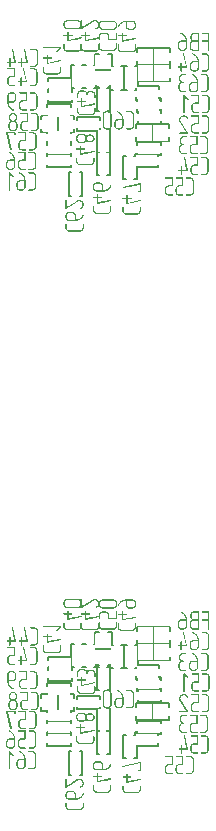
<source format=gbr>
*
%FSLAX26Y26*%
%MOIN*%
%ADD10C,0.005906*%
%ADD11R,0.036417X0.036417*%
%ADD12R,0.048228X0.048228*%
%ADD13C,0.052165*%
%ADD14C,0.071850*%
%ADD15R,0.071850X0.071850*%
%ADD16C,0.126969*%
%ADD17C,0.101378*%
%ADD18C,0.048228*%
%ADD19C,0.014764*%
%ADD20C,0.015748*%
%IPPOS*%
%LNgbo*%
%LPD*%
G75*
G54D10*
X1720472Y1190807D02*
Y1199902D01*
X1641732D02*
X1720472D01*
X1641732Y1190807D02*
Y1199902D01*
Y1154429D02*
Y1163524D01*
Y1154429D02*
X1720472D01*
Y1163524D01*
X1425197Y1257736D02*
Y1266831D01*
X1346457D02*
X1425197D01*
X1346457Y1257736D02*
Y1266831D01*
Y1221358D02*
Y1230453D01*
Y1221358D02*
X1425197D01*
Y1230453D01*
X1421260Y1005768D02*
Y1014862D01*
X1342520D02*
X1421260D01*
X1342520Y1005768D02*
Y1014862D01*
Y969390D02*
Y978484D01*
Y969390D02*
X1421260D01*
Y978484D01*
X1519685Y1127815D02*
Y1136909D01*
X1440945D02*
X1519685D01*
X1440945Y1127815D02*
Y1136909D01*
Y1091437D02*
Y1100531D01*
Y1091437D02*
X1519685D01*
Y1100531D01*
X1716535Y1230177D02*
Y1239272D01*
X1637795D02*
X1716535D01*
X1637795Y1230177D02*
Y1239272D01*
Y1193799D02*
Y1202894D01*
Y1193799D02*
X1716535D01*
Y1202894D01*
X1722441Y1151437D02*
Y1160531D01*
X1643701D02*
X1722441D01*
X1643701Y1151437D02*
Y1160531D01*
Y1115059D02*
Y1124154D01*
Y1115059D02*
X1722441D01*
Y1124154D01*
X1421260Y1084508D02*
Y1093602D01*
X1342520D02*
X1421260D01*
X1342520Y1084508D02*
Y1093602D01*
Y1048130D02*
Y1057224D01*
Y1048130D02*
X1421260D01*
Y1057224D01*
Y1045138D02*
Y1054232D01*
X1342520D02*
X1421260D01*
X1342520Y1045138D02*
Y1054232D01*
Y1008760D02*
Y1017854D01*
Y1008760D02*
X1421260D01*
Y1017854D01*
Y1171122D02*
Y1180217D01*
X1342520D02*
X1421260D01*
X1342520Y1171122D02*
Y1180217D01*
Y1134744D02*
Y1143839D01*
Y1134744D02*
X1421260D01*
Y1143839D01*
X1720472Y1045138D02*
Y1054232D01*
X1641732D02*
X1720472D01*
X1641732Y1045138D02*
Y1054232D01*
Y1008760D02*
Y1017854D01*
Y1008760D02*
X1720472D01*
Y1017854D01*
X1712598Y1005768D02*
Y1014862D01*
X1633858D02*
X1712598D01*
X1633858Y1005768D02*
Y1014862D01*
Y969390D02*
Y978484D01*
Y969390D02*
X1712598D01*
Y978484D01*
X1425197Y1222303D02*
Y1231398D01*
X1346457D02*
X1425197D01*
X1346457Y1222303D02*
Y1231398D01*
Y1185925D02*
Y1195020D01*
Y1185925D02*
X1425197D01*
Y1195020D01*
X1632618Y929409D02*
X1641634D01*
Y1007598D01*
X1632618D02*
X1641634D01*
X1596555D02*
X1605571D01*
X1596555Y929409D02*
Y1007598D01*
Y929409D02*
X1605571D01*
X1497776Y1232559D02*
X1506791D01*
Y1310748D01*
X1497776D02*
X1506791D01*
X1461713D02*
X1470728D01*
X1461713Y1232559D02*
Y1310748D01*
Y1232559D02*
X1470728D01*
X1458406D02*
X1467421D01*
Y1310748D01*
X1458406D02*
X1467421D01*
X1422343D02*
X1431358D01*
X1422343Y1232559D02*
Y1310748D01*
Y1232559D02*
X1431358D01*
X1635571Y1228622D02*
X1644587D01*
Y1306811D01*
X1635571D02*
X1644587D01*
X1599508D02*
X1608524D01*
X1599508Y1228622D02*
Y1306811D01*
Y1228622D02*
X1608524D01*
X1588327D02*
X1597343D01*
Y1306811D01*
X1588327D02*
X1597343D01*
X1552264D02*
X1561280D01*
X1552264Y1228622D02*
Y1306811D01*
Y1228622D02*
X1561280D01*
X1450531Y874291D02*
X1459547D01*
Y952480D01*
X1450531D02*
X1459547D01*
X1414469D02*
X1423484D01*
X1414469Y874291D02*
Y952480D01*
Y874291D02*
X1423484D01*
X1543051Y1155787D02*
X1552067D01*
Y1233976D01*
X1543051D02*
X1552067D01*
X1506988D02*
X1516004D01*
X1506988Y1155787D02*
Y1233976D01*
Y1155787D02*
X1516004D01*
X1543051Y943189D02*
X1552067D01*
Y1021378D01*
X1543051D02*
X1552067D01*
X1506988D02*
X1516004D01*
X1506988Y943189D02*
Y1021378D01*
Y943189D02*
X1516004D01*
X1543051Y1017992D02*
X1552067D01*
Y1096181D01*
X1543051D02*
X1552067D01*
X1506988D02*
X1516004D01*
X1506988Y1017992D02*
Y1096181D01*
Y1017992D02*
X1516004D01*
G36*
X1216260Y952917D02*
X1216575Y952878D01*
X1216811Y952760D01*
X1217043Y952642D01*
X1217240Y952524D01*
X1217358Y952445D01*
X1217437Y952366D01*
X1217476Y952327D01*
X1230602Y939122D01*
X1230799Y938732D01*
X1230957Y938417D01*
X1231075Y938142D01*
X1231154Y937945D01*
X1231193Y937787D01*
X1231232Y937709D01*
Y937630D01*
X1231193Y937276D01*
X1231114Y937000D01*
X1231035Y936728D01*
X1230917Y936492D01*
X1230799Y936295D01*
X1230681Y936138D01*
X1230642Y936059D01*
X1230602Y936020D01*
X1230327Y935823D01*
X1230094Y935665D01*
X1229819Y935547D01*
X1229583Y935469D01*
X1229346Y935429D01*
X1229189Y935390D01*
X1229031D01*
X1228717Y935429D01*
X1228441Y935508D01*
X1228165Y935587D01*
X1227969Y935705D01*
X1227776Y935823D01*
X1227657Y935941D01*
X1227579Y935980D01*
X1227539Y936020D01*
X1218106Y945488D01*
Y893654D01*
X1218067Y893260D01*
X1217988Y892906D01*
X1217909Y892630D01*
X1217791Y892398D01*
X1217673Y892240D01*
X1217555Y892122D01*
X1217516Y892043D01*
X1217476Y892004D01*
X1217083Y891846D01*
X1216728Y891728D01*
X1216496Y891610D01*
X1216260Y891571D01*
X1216102Y891531D01*
X1215984Y891492D01*
X1215906D01*
X1215551Y891531D01*
X1215276Y891571D01*
X1215000Y891650D01*
X1214764Y891768D01*
X1214571Y891846D01*
X1214453Y891925D01*
X1214374Y891965D01*
X1214335Y892004D01*
X1214138Y892240D01*
X1213980Y892512D01*
X1213862Y892787D01*
X1213783Y893063D01*
X1213744Y893299D01*
X1213705Y893496D01*
Y893614D01*
Y893654D01*
Y950795D01*
X1213744Y951150D01*
X1213823Y951465D01*
X1213941Y951740D01*
X1214059Y951937D01*
X1214177Y952134D01*
X1214295Y952248D01*
X1214374Y952327D01*
X1214413Y952366D01*
X1214689Y952563D01*
X1214921Y952720D01*
X1215197Y952799D01*
X1215433Y952878D01*
X1215630Y952917D01*
X1215787Y952957D01*
X1215945D01*
X1216260Y952917D01*
G37*
G36*
X1293799D02*
X1294780Y952799D01*
X1295724Y952602D01*
X1296587Y952327D01*
X1297413Y952055D01*
X1298201Y951701D01*
X1298906Y951346D01*
X1299575Y950992D01*
X1300165Y950598D01*
X1300677Y950244D01*
X1301106Y949894D01*
X1301500Y949618D01*
X1301776Y949343D01*
X1302012Y949146D01*
X1302130Y949028D01*
X1302169Y948988D01*
X1302835Y948240D01*
X1303425Y947457D01*
X1303937Y946669D01*
X1304370Y945882D01*
X1304724Y945098D01*
X1305035Y944311D01*
X1305311Y943602D01*
X1305508Y942898D01*
X1305665Y942228D01*
X1305783Y941638D01*
X1305862Y941087D01*
X1305902Y940657D01*
X1305941Y940264D01*
X1305980Y939988D01*
Y939831D01*
Y939752D01*
Y904657D01*
X1305941Y903634D01*
X1305823Y902693D01*
X1305626Y901748D01*
X1305350Y900886D01*
X1305035Y900059D01*
X1304724Y899272D01*
X1304331Y898567D01*
X1303976Y897937D01*
X1303583Y897346D01*
X1303228Y896795D01*
X1302917Y896366D01*
X1302602Y896012D01*
X1302327Y895697D01*
X1302130Y895500D01*
X1302012Y895343D01*
X1301972Y895303D01*
X1301185Y894638D01*
X1300402Y894047D01*
X1299614Y893535D01*
X1298827Y893102D01*
X1298043Y892748D01*
X1297295Y892437D01*
X1296547Y892161D01*
X1295843Y891965D01*
X1295213Y891807D01*
X1294622Y891689D01*
X1294071Y891610D01*
X1293642Y891571D01*
X1293287Y891531D01*
X1293012Y891492D01*
X1281850D01*
X1281457Y891531D01*
X1281142Y891610D01*
X1280866Y891689D01*
X1280634Y891846D01*
X1280476Y891965D01*
X1280358Y892043D01*
X1280280Y892122D01*
X1280240Y892161D01*
X1280043Y892437D01*
X1279886Y892709D01*
X1279807Y892945D01*
X1279728Y893181D01*
X1279689Y893378D01*
X1279650Y893535D01*
Y893654D01*
Y893693D01*
X1279689Y893969D01*
X1279768Y894244D01*
X1280004Y894752D01*
X1280122Y894909D01*
X1280240Y895067D01*
X1280319Y895146D01*
X1280358Y895185D01*
X1280634Y895421D01*
X1280866Y895579D01*
X1281142Y895736D01*
X1281378Y895815D01*
X1281575Y895854D01*
X1281732Y895894D01*
X1292776D01*
X1293445Y895933D01*
X1294110Y896012D01*
X1294701Y896130D01*
X1295291Y896287D01*
X1296350Y896720D01*
X1296823Y896917D01*
X1297256Y897189D01*
X1297650Y897425D01*
X1298004Y897622D01*
X1298319Y897858D01*
X1298551Y898055D01*
X1298748Y898213D01*
X1298906Y898331D01*
X1298984Y898409D01*
X1299024Y898449D01*
X1299457Y898961D01*
X1299850Y899469D01*
X1300205Y899980D01*
X1300520Y900531D01*
X1300756Y901043D01*
X1300949Y901551D01*
X1301264Y902535D01*
X1301382Y902969D01*
X1301461Y903362D01*
X1301500Y903752D01*
X1301539Y904067D01*
X1301579Y904303D01*
Y904500D01*
Y904618D01*
Y904657D01*
Y939752D01*
X1301539Y940421D01*
X1301461Y941087D01*
X1301343Y941717D01*
X1301185Y942307D01*
X1300988Y942858D01*
X1300756Y943366D01*
X1300559Y943839D01*
X1300283Y944272D01*
X1300047Y944665D01*
X1299850Y945020D01*
X1299614Y945295D01*
X1299417Y945567D01*
X1299260Y945724D01*
X1299142Y945882D01*
X1299063Y945961D01*
X1299024Y946000D01*
X1298516Y946433D01*
X1298004Y946827D01*
X1297492Y947181D01*
X1296941Y947496D01*
X1296429Y947728D01*
X1295921Y947925D01*
X1294937Y948240D01*
X1294465Y948358D01*
X1294071Y948437D01*
X1293720Y948476D01*
X1293406Y948516D01*
X1293130Y948555D01*
X1281850D01*
X1281457Y948594D01*
X1281142Y948673D01*
X1280866Y948752D01*
X1280634Y948909D01*
X1280476Y949028D01*
X1280358Y949106D01*
X1280280Y949185D01*
X1280240Y949224D01*
X1280043Y949500D01*
X1279886Y949772D01*
X1279807Y950008D01*
X1279728Y950244D01*
X1279689Y950441D01*
X1279650Y950598D01*
Y950717D01*
Y950756D01*
X1279689Y951031D01*
X1279768Y951307D01*
X1280004Y951819D01*
X1280122Y951972D01*
X1280240Y952134D01*
X1280319Y952209D01*
X1280358Y952248D01*
X1280634Y952484D01*
X1280866Y952642D01*
X1281142Y952799D01*
X1281378Y952878D01*
X1281575Y952917D01*
X1281732Y952957D01*
X1292776D01*
X1293799Y952917D01*
G37*
G36*
X1251906Y952799D02*
X1253555Y952055D01*
X1255126Y951268D01*
X1256622Y950362D01*
X1257996Y949421D01*
X1259252Y948437D01*
X1260433Y947457D01*
X1261492Y946472D01*
X1262437Y945528D01*
X1263299Y944587D01*
X1264047Y943720D01*
X1264717Y942976D01*
X1265228Y942268D01*
X1265618Y941717D01*
X1265933Y941283D01*
X1266051Y941130D01*
X1266091Y941008D01*
X1266169Y940972D01*
Y940933D01*
X1266996Y939476D01*
X1267701Y938024D01*
X1268331Y936567D01*
X1268882Y935114D01*
X1269315Y933661D01*
X1269705Y932283D01*
X1270020Y930949D01*
X1270256Y929693D01*
X1270453Y928551D01*
X1270610Y927492D01*
X1270689Y926547D01*
X1270768Y925720D01*
X1270807Y925409D01*
Y925094D01*
X1270846Y924819D01*
Y924583D01*
Y924425D01*
Y924307D01*
Y924228D01*
Y924189D01*
Y904657D01*
X1270807Y903634D01*
X1270689Y902654D01*
X1270453Y901748D01*
X1270217Y900846D01*
X1269902Y900020D01*
X1269551Y899272D01*
X1269197Y898567D01*
X1268803Y897898D01*
X1268449Y897307D01*
X1268094Y896795D01*
X1267740Y896366D01*
X1267429Y895972D01*
X1267154Y895697D01*
X1266957Y895461D01*
X1266839Y895343D01*
X1266799Y895303D01*
X1266012Y894638D01*
X1265228Y894047D01*
X1264441Y893535D01*
X1263654Y893102D01*
X1262909Y892748D01*
X1262122Y892437D01*
X1261413Y892161D01*
X1260709Y891965D01*
X1260079Y891807D01*
X1259488Y891689D01*
X1258976Y891610D01*
X1258547Y891571D01*
X1258193Y891531D01*
X1257917Y891492D01*
X1253319D01*
X1252295Y891531D01*
X1251354Y891650D01*
X1250409Y891846D01*
X1249547Y892083D01*
X1248720Y892398D01*
X1247933Y892709D01*
X1247228Y893024D01*
X1246559Y893417D01*
X1246008Y893772D01*
X1245461Y894087D01*
X1245028Y894441D01*
X1244634Y894713D01*
X1244358Y894949D01*
X1244122Y895146D01*
X1244004Y895264D01*
X1243965Y895303D01*
X1243299Y896051D01*
X1242709Y896795D01*
X1242197Y897583D01*
X1241724Y898409D01*
X1241370Y899197D01*
X1241059Y899941D01*
X1240783Y900728D01*
X1240587Y901433D01*
X1240429Y902102D01*
X1240311Y902732D01*
X1240232Y903283D01*
X1240154Y903752D01*
Y904106D01*
X1240114Y904421D01*
Y904579D01*
Y904657D01*
Y913421D01*
X1240154Y914441D01*
X1240272Y915425D01*
X1240469Y916331D01*
X1240705Y917232D01*
X1241020Y918059D01*
X1241331Y918807D01*
X1241685Y919512D01*
X1242039Y920181D01*
X1242394Y920772D01*
X1242748Y921283D01*
X1243063Y921713D01*
X1243374Y922106D01*
X1243610Y922382D01*
X1243807Y922618D01*
X1243925Y922736D01*
X1243965Y922776D01*
X1244713Y923441D01*
X1245461Y924031D01*
X1246244Y924543D01*
X1247031Y925016D01*
X1247815Y925370D01*
X1248602Y925681D01*
X1249350Y925957D01*
X1250094Y926154D01*
X1250764Y926311D01*
X1251394Y926429D01*
X1251945Y926508D01*
X1252413Y926587D01*
X1252807D01*
X1253122Y926626D01*
X1266445D01*
X1266406Y927689D01*
X1266248Y928787D01*
X1266051Y929811D01*
X1265854Y930752D01*
X1265736Y931146D01*
X1265618Y931539D01*
X1265539Y931894D01*
X1265461Y932169D01*
X1265386Y932402D01*
X1265303Y932559D01*
X1265264Y932677D01*
Y932717D01*
X1264795Y933898D01*
X1264323Y934996D01*
X1263890Y936020D01*
X1263457Y936882D01*
X1263260Y937276D01*
X1263063Y937591D01*
X1262909Y937906D01*
X1262791Y938142D01*
X1262673Y938339D01*
X1262594Y938496D01*
X1262516Y938575D01*
Y938614D01*
X1262043Y939319D01*
X1261531Y939988D01*
X1261059Y940618D01*
X1260591Y941205D01*
X1260157Y941717D01*
X1259724Y942228D01*
X1259291Y942661D01*
X1258898Y943094D01*
X1258547Y943445D01*
X1258232Y943760D01*
X1257957Y943996D01*
X1257720Y944232D01*
X1257524Y944390D01*
X1257366Y944547D01*
X1257287Y944587D01*
X1257248Y944626D01*
X1256657Y945098D01*
X1256110Y945567D01*
X1255559Y945961D01*
X1255047Y946315D01*
X1254614Y946591D01*
X1254260Y946787D01*
X1254067Y946945D01*
X1253988Y946984D01*
X1252142Y947925D01*
X1251157Y948358D01*
X1250331Y948673D01*
X1250020Y948870D01*
X1249783Y949028D01*
X1249587Y949185D01*
X1249429Y949343D01*
X1249311Y949461D01*
X1249232Y949539D01*
X1249193Y949579D01*
Y949618D01*
X1249035Y949969D01*
X1248957Y950323D01*
X1248917Y950598D01*
Y950638D01*
Y950677D01*
X1248957Y950992D01*
X1248996Y951307D01*
X1249114Y951583D01*
X1249193Y951819D01*
X1249311Y952012D01*
X1249429Y952173D01*
X1249469Y952248D01*
X1249508Y952287D01*
X1249744Y952524D01*
X1249980Y952681D01*
X1250213Y952839D01*
X1250449Y952917D01*
X1250646Y952957D01*
X1250803Y952996D01*
X1250961D01*
X1251906Y952799D01*
G37*
G36*
X1302098Y1150772D02*
X1303079Y1150654D01*
X1304024Y1150457D01*
X1304886Y1150181D01*
X1305713Y1149906D01*
X1306500Y1149555D01*
X1307205Y1149201D01*
X1307874Y1148846D01*
X1308465Y1148453D01*
X1308976Y1148098D01*
X1309406Y1147744D01*
X1309799Y1147472D01*
X1310075Y1147197D01*
X1310311Y1147000D01*
X1310429Y1146882D01*
X1310469Y1146843D01*
X1311138Y1146094D01*
X1311724Y1145311D01*
X1312236Y1144524D01*
X1312669Y1143736D01*
X1313024Y1142953D01*
X1313339Y1142165D01*
X1313610Y1141457D01*
X1313807Y1140752D01*
X1313965Y1140083D01*
X1314083Y1139492D01*
X1314161Y1138941D01*
X1314201Y1138512D01*
X1314240Y1138118D01*
X1314280Y1137843D01*
Y1137685D01*
Y1137606D01*
Y1102512D01*
X1314240Y1101488D01*
X1314122Y1100547D01*
X1313925Y1099602D01*
X1313650Y1098740D01*
X1313339Y1097913D01*
X1313024Y1097126D01*
X1312630Y1096421D01*
X1312276Y1095791D01*
X1311882Y1095201D01*
X1311528Y1094650D01*
X1311217Y1094220D01*
X1310902Y1093866D01*
X1310626Y1093551D01*
X1310429Y1093354D01*
X1310311Y1093197D01*
X1310272Y1093157D01*
X1309484Y1092488D01*
X1308701Y1091902D01*
X1307913Y1091390D01*
X1307126Y1090957D01*
X1306343Y1090602D01*
X1305594Y1090291D01*
X1304846Y1090016D01*
X1304142Y1089819D01*
X1303512Y1089661D01*
X1302921Y1089543D01*
X1302370Y1089465D01*
X1301941Y1089425D01*
X1301587Y1089386D01*
X1301311Y1089346D01*
X1290150D01*
X1289756Y1089386D01*
X1289441Y1089465D01*
X1289169Y1089543D01*
X1288933Y1089701D01*
X1288776Y1089819D01*
X1288657Y1089898D01*
X1288579Y1089976D01*
X1288539Y1090016D01*
X1288343Y1090291D01*
X1288185Y1090563D01*
X1288106Y1090799D01*
X1288028Y1091035D01*
X1287988Y1091232D01*
X1287949Y1091390D01*
Y1091508D01*
Y1091547D01*
X1287988Y1091823D01*
X1288067Y1092098D01*
X1288303Y1092606D01*
X1288421Y1092764D01*
X1288539Y1092921D01*
X1288618Y1093000D01*
X1288657Y1093039D01*
X1288933Y1093276D01*
X1289169Y1093433D01*
X1289441Y1093591D01*
X1289677Y1093669D01*
X1289874Y1093709D01*
X1290031Y1093748D01*
X1301075D01*
X1301744Y1093787D01*
X1302409Y1093866D01*
X1303000Y1093984D01*
X1303591Y1094142D01*
X1304650Y1094575D01*
X1305122Y1094772D01*
X1305555Y1095043D01*
X1305949Y1095280D01*
X1306303Y1095476D01*
X1306618Y1095713D01*
X1306850Y1095909D01*
X1307047Y1096067D01*
X1307205Y1096185D01*
X1307283Y1096264D01*
X1307323Y1096303D01*
X1307756Y1096815D01*
X1308150Y1097323D01*
X1308504Y1097835D01*
X1308819Y1098386D01*
X1309055Y1098898D01*
X1309248Y1099406D01*
X1309563Y1100390D01*
X1309681Y1100823D01*
X1309760Y1101217D01*
X1309799Y1101606D01*
X1309839Y1101921D01*
X1309878Y1102157D01*
Y1102354D01*
Y1102472D01*
Y1102512D01*
Y1137606D01*
X1309839Y1138276D01*
X1309760Y1138941D01*
X1309642Y1139571D01*
X1309484Y1140161D01*
X1309287Y1140713D01*
X1309055Y1141220D01*
X1308858Y1141693D01*
X1308583Y1142126D01*
X1308346Y1142520D01*
X1308150Y1142874D01*
X1307913Y1143146D01*
X1307717Y1143421D01*
X1307559Y1143579D01*
X1307441Y1143736D01*
X1307362Y1143815D01*
X1307323Y1143854D01*
X1306815Y1144287D01*
X1306303Y1144681D01*
X1305791Y1145035D01*
X1305240Y1145350D01*
X1304728Y1145583D01*
X1304220Y1145780D01*
X1303236Y1146094D01*
X1302764Y1146213D01*
X1302370Y1146291D01*
X1302020Y1146331D01*
X1301705Y1146370D01*
X1301429Y1146409D01*
X1290150D01*
X1289756Y1146449D01*
X1289441Y1146528D01*
X1289169Y1146606D01*
X1288933Y1146764D01*
X1288776Y1146882D01*
X1288657Y1146961D01*
X1288579Y1147039D01*
X1288539Y1147079D01*
X1288343Y1147354D01*
X1288185Y1147626D01*
X1288106Y1147862D01*
X1288028Y1148098D01*
X1287988Y1148295D01*
X1287949Y1148453D01*
Y1148571D01*
Y1148610D01*
X1287988Y1148886D01*
X1288067Y1149161D01*
X1288303Y1149673D01*
X1288421Y1149831D01*
X1288539Y1149984D01*
X1288618Y1150063D01*
X1288657Y1150102D01*
X1288933Y1150339D01*
X1289169Y1150496D01*
X1289441Y1150654D01*
X1289677Y1150732D01*
X1289874Y1150772D01*
X1290031Y1150811D01*
X1301075D01*
X1302098Y1150772D01*
G37*
G36*
X1277378D02*
X1277693Y1150732D01*
X1277969Y1150614D01*
X1278240Y1150457D01*
X1278634Y1150102D01*
X1278870Y1149713D01*
X1279028Y1149319D01*
X1279106Y1148965D01*
X1279146Y1148689D01*
Y1148650D01*
Y1148610D01*
Y1122201D01*
X1279106Y1121807D01*
X1279067Y1121492D01*
X1278949Y1121220D01*
X1278791Y1120945D01*
X1278476Y1120551D01*
X1278043Y1120315D01*
X1277654Y1120157D01*
X1277339Y1120079D01*
X1277063Y1120039D01*
X1265980D01*
X1265311Y1120000D01*
X1264646Y1119921D01*
X1264055Y1119803D01*
X1263465Y1119646D01*
X1262406Y1119213D01*
X1261933Y1119016D01*
X1261500Y1118783D01*
X1261106Y1118508D01*
X1260752Y1118311D01*
X1260480Y1118075D01*
X1260244Y1117878D01*
X1260047Y1117720D01*
X1259890Y1117602D01*
X1259811Y1117524D01*
X1259772Y1117484D01*
X1259339Y1117012D01*
X1258945Y1116504D01*
X1258591Y1115953D01*
X1258280Y1115441D01*
X1258043Y1114929D01*
X1257846Y1114382D01*
X1257531Y1113437D01*
X1257413Y1112965D01*
X1257335Y1112571D01*
X1257295Y1112220D01*
X1257256Y1111906D01*
X1257217Y1111630D01*
Y1111433D01*
Y1111315D01*
Y1111276D01*
Y1102512D01*
X1257256Y1101843D01*
X1257335Y1101177D01*
X1257453Y1100547D01*
X1257610Y1099996D01*
X1258043Y1098898D01*
X1258240Y1098425D01*
X1258472Y1097992D01*
X1258748Y1097598D01*
X1258945Y1097283D01*
X1259181Y1096969D01*
X1259378Y1096736D01*
X1259535Y1096539D01*
X1259654Y1096382D01*
X1259732Y1096303D01*
X1259772Y1096264D01*
X1260244Y1095831D01*
X1260752Y1095437D01*
X1261303Y1095083D01*
X1261815Y1094807D01*
X1262327Y1094575D01*
X1262874Y1094378D01*
X1263819Y1094063D01*
X1264291Y1093945D01*
X1264685Y1093866D01*
X1265035Y1093827D01*
X1265350Y1093787D01*
X1265626Y1093748D01*
X1276984D01*
X1277378Y1093709D01*
X1277693Y1093630D01*
X1278008Y1093472D01*
X1278205Y1093315D01*
X1278398Y1093157D01*
X1278516Y1093000D01*
X1278594Y1092921D01*
X1278634Y1092882D01*
X1278791Y1092567D01*
X1278909Y1092295D01*
X1279028Y1092098D01*
X1279067Y1091902D01*
X1279106Y1091744D01*
X1279146Y1091626D01*
Y1091587D01*
Y1091547D01*
X1279106Y1091232D01*
X1279067Y1090917D01*
X1278988Y1090642D01*
X1278870Y1090406D01*
X1278752Y1090209D01*
X1278673Y1090055D01*
X1278634Y1089976D01*
X1278594Y1089937D01*
X1278358Y1089740D01*
X1278083Y1089583D01*
X1277811Y1089504D01*
X1277535Y1089425D01*
X1277339Y1089386D01*
X1277142Y1089346D01*
X1265941D01*
X1264961Y1089386D01*
X1264016Y1089504D01*
X1263071Y1089701D01*
X1262209Y1089937D01*
X1261421Y1090248D01*
X1260634Y1090563D01*
X1259929Y1090917D01*
X1259299Y1091272D01*
X1258709Y1091626D01*
X1258197Y1091980D01*
X1257768Y1092295D01*
X1257374Y1092606D01*
X1257098Y1092843D01*
X1256862Y1093039D01*
X1256744Y1093157D01*
X1256705Y1093197D01*
X1256039Y1093945D01*
X1255409Y1094728D01*
X1254898Y1095516D01*
X1254465Y1096303D01*
X1254071Y1097087D01*
X1253760Y1097874D01*
X1253524Y1098622D01*
X1253287Y1099327D01*
X1253130Y1099996D01*
X1253012Y1100587D01*
X1252933Y1101138D01*
X1252894Y1101606D01*
X1252854Y1102000D01*
X1252815Y1102276D01*
Y1102433D01*
Y1102512D01*
Y1111276D01*
X1252854Y1112260D01*
X1252972Y1113240D01*
X1253169Y1114146D01*
X1253406Y1115008D01*
X1253720Y1115835D01*
X1254031Y1116583D01*
X1254386Y1117287D01*
X1254740Y1117957D01*
X1255134Y1118547D01*
X1255488Y1119055D01*
X1255803Y1119488D01*
X1256079Y1119882D01*
X1256350Y1120157D01*
X1256547Y1120394D01*
X1256665Y1120512D01*
X1256705Y1120551D01*
X1257453Y1121220D01*
X1258197Y1121846D01*
X1258984Y1122358D01*
X1259772Y1122791D01*
X1260559Y1123185D01*
X1261303Y1123496D01*
X1262051Y1123732D01*
X1262760Y1123969D01*
X1263425Y1124126D01*
X1264016Y1124244D01*
X1264567Y1124323D01*
X1265035Y1124362D01*
X1265429Y1124402D01*
X1265705Y1124441D01*
X1274744D01*
Y1146409D01*
X1255016D01*
X1254661Y1146449D01*
X1254346Y1146528D01*
X1254071Y1146606D01*
X1253839Y1146764D01*
X1253642Y1146882D01*
X1253524Y1146961D01*
X1253445Y1147039D01*
X1253406Y1147079D01*
X1253209Y1147354D01*
X1253051Y1147626D01*
X1252972Y1147862D01*
X1252894Y1148098D01*
X1252854Y1148295D01*
X1252815Y1148453D01*
Y1148571D01*
Y1148610D01*
X1252854Y1148886D01*
X1252933Y1149161D01*
X1253169Y1149673D01*
X1253287Y1149831D01*
X1253406Y1149984D01*
X1253484Y1150063D01*
X1253524Y1150102D01*
X1253799Y1150339D01*
X1254031Y1150496D01*
X1254307Y1150654D01*
X1254543Y1150732D01*
X1254740Y1150772D01*
X1254898Y1150811D01*
X1276984D01*
X1277378Y1150772D01*
G37*
G36*
X1231476Y1150575D02*
X1233795Y1149906D01*
X1234618Y1149516D01*
X1235406Y1149043D01*
X1236114Y1148571D01*
X1236740Y1148098D01*
X1237252Y1147665D01*
X1237646Y1147315D01*
X1237803Y1147197D01*
X1237921Y1147079D01*
X1237961Y1147039D01*
X1238000Y1147000D01*
X1238665Y1146213D01*
X1239256Y1145386D01*
X1239768Y1144602D01*
X1240201Y1143776D01*
X1240555Y1142992D01*
X1240866Y1142205D01*
X1241142Y1141496D01*
X1241339Y1140791D01*
X1241496Y1140122D01*
X1241614Y1139531D01*
X1241693Y1139020D01*
X1241732Y1138591D01*
X1241772Y1138236D01*
X1241811Y1137961D01*
Y1137803D01*
Y1137724D01*
Y1133205D01*
X1241772Y1132067D01*
X1241614Y1131004D01*
X1241417Y1130020D01*
X1241142Y1129157D01*
X1241024Y1128764D01*
X1240906Y1128449D01*
X1240827Y1128134D01*
X1240709Y1127898D01*
X1240634Y1127705D01*
X1240555Y1127547D01*
X1240512Y1127469D01*
Y1127429D01*
X1239965Y1126484D01*
X1239374Y1125622D01*
X1238783Y1124874D01*
X1238236Y1124205D01*
X1237724Y1123654D01*
X1237291Y1123260D01*
X1237134Y1123146D01*
X1237016Y1123028D01*
X1236976Y1122988D01*
X1236937Y1122949D01*
X1238157Y1122122D01*
X1239217Y1121220D01*
X1240122Y1120354D01*
X1240512Y1119961D01*
X1240866Y1119528D01*
X1241181Y1119173D01*
X1241457Y1118823D01*
X1241654Y1118508D01*
X1241850Y1118232D01*
X1242008Y1118035D01*
X1242126Y1117878D01*
X1242165Y1117760D01*
X1242205Y1117720D01*
X1242520Y1117130D01*
X1242795Y1116583D01*
X1243264Y1115441D01*
X1243579Y1114343D01*
X1243776Y1113358D01*
X1243854Y1112925D01*
X1243933Y1112492D01*
X1243972Y1112142D01*
Y1111866D01*
X1244012Y1111591D01*
Y1111433D01*
Y1111315D01*
Y1111276D01*
Y1102512D01*
X1243972Y1101488D01*
X1243854Y1100508D01*
X1243618Y1099602D01*
X1243382Y1098701D01*
X1243067Y1097874D01*
X1242713Y1097126D01*
X1242362Y1096421D01*
X1241969Y1095752D01*
X1241614Y1095161D01*
X1241260Y1094650D01*
X1240906Y1094220D01*
X1240594Y1093827D01*
X1240319Y1093551D01*
X1240122Y1093315D01*
X1240004Y1093197D01*
X1239965Y1093157D01*
X1239177Y1092488D01*
X1238394Y1091902D01*
X1237606Y1091390D01*
X1236819Y1090957D01*
X1236075Y1090602D01*
X1235287Y1090291D01*
X1234579Y1090016D01*
X1233874Y1089819D01*
X1233244Y1089661D01*
X1232654Y1089543D01*
X1232142Y1089465D01*
X1231709Y1089425D01*
X1231358Y1089386D01*
X1231083Y1089346D01*
X1226484D01*
X1225461Y1089386D01*
X1224520Y1089504D01*
X1223575Y1089701D01*
X1222713Y1089937D01*
X1221886Y1090248D01*
X1221098Y1090563D01*
X1220394Y1090878D01*
X1219724Y1091272D01*
X1219173Y1091626D01*
X1218622Y1091941D01*
X1218193Y1092295D01*
X1217799Y1092567D01*
X1217524Y1092803D01*
X1217287Y1093000D01*
X1217169Y1093118D01*
X1217130Y1093157D01*
X1216461Y1093906D01*
X1215874Y1094650D01*
X1215362Y1095437D01*
X1214890Y1096264D01*
X1214535Y1097047D01*
X1214220Y1097795D01*
X1213949Y1098583D01*
X1213752Y1099287D01*
X1213594Y1099957D01*
X1213476Y1100587D01*
X1213398Y1101138D01*
X1213319Y1101606D01*
Y1101961D01*
X1213280Y1102276D01*
Y1102433D01*
Y1102512D01*
Y1111276D01*
X1213319Y1111984D01*
X1213358Y1112650D01*
X1213594Y1113909D01*
X1213909Y1115087D01*
X1214102Y1115638D01*
X1214299Y1116150D01*
X1214496Y1116583D01*
X1214693Y1117012D01*
X1214850Y1117366D01*
X1215008Y1117681D01*
X1215126Y1117917D01*
X1215244Y1118075D01*
X1215283Y1118193D01*
X1215323Y1118232D01*
X1215717Y1118823D01*
X1216110Y1119370D01*
X1216539Y1119882D01*
X1216972Y1120354D01*
X1217406Y1120787D01*
X1217799Y1121142D01*
X1218583Y1121807D01*
X1219291Y1122319D01*
X1219606Y1122516D01*
X1219843Y1122673D01*
X1220079Y1122791D01*
X1220236Y1122870D01*
X1220315Y1122949D01*
X1220354D01*
X1219488Y1123732D01*
X1218740Y1124559D01*
X1218114Y1125307D01*
X1217602Y1126012D01*
X1217209Y1126602D01*
X1217051Y1126878D01*
X1216933Y1127075D01*
X1216815Y1127272D01*
X1216736Y1127390D01*
X1216697Y1127469D01*
Y1127508D01*
X1216303Y1128449D01*
X1215992Y1129433D01*
X1215795Y1130413D01*
X1215638Y1131280D01*
X1215598Y1131673D01*
X1215559Y1132067D01*
X1215520Y1132378D01*
X1215480Y1132654D01*
Y1132890D01*
Y1133047D01*
Y1133165D01*
Y1133205D01*
Y1137646D01*
Y1139020D01*
X1215717Y1140437D01*
X1216382Y1142756D01*
X1216776Y1143618D01*
X1217248Y1144406D01*
X1217720Y1145114D01*
X1218193Y1145740D01*
X1218622Y1146252D01*
X1218976Y1146646D01*
X1219094Y1146764D01*
X1219213Y1146882D01*
X1219252Y1146921D01*
X1219291Y1146961D01*
X1220039Y1147626D01*
X1220823Y1148217D01*
X1221650Y1148728D01*
X1222437Y1149201D01*
X1223220Y1149555D01*
X1224008Y1149866D01*
X1224795Y1150142D01*
X1225500Y1150339D01*
X1226169Y1150496D01*
X1226799Y1150614D01*
X1227346Y1150693D01*
X1227819Y1150772D01*
X1228173D01*
X1228488Y1150811D01*
X1230059D01*
X1231476Y1150575D01*
G37*
G36*
X1866827Y1074000D02*
X1867807Y1073882D01*
X1868752Y1073685D01*
X1869614Y1073409D01*
X1870441Y1073134D01*
X1871228Y1072783D01*
X1871933Y1072429D01*
X1872602Y1072075D01*
X1873193Y1071681D01*
X1873701Y1071327D01*
X1874134Y1070976D01*
X1874528Y1070701D01*
X1874803Y1070425D01*
X1875039Y1070228D01*
X1875157Y1070110D01*
X1875197Y1070071D01*
X1875862Y1069323D01*
X1876453Y1068539D01*
X1876965Y1067752D01*
X1877398Y1066965D01*
X1877752Y1066181D01*
X1878067Y1065394D01*
X1878339Y1064685D01*
X1878535Y1063980D01*
X1878693Y1063311D01*
X1878811Y1062720D01*
X1878890Y1062169D01*
X1878929Y1061740D01*
X1878969Y1061346D01*
X1879008Y1061071D01*
Y1060913D01*
Y1060835D01*
Y1025740D01*
X1878969Y1024717D01*
X1878850Y1023776D01*
X1878654Y1022831D01*
X1878378Y1021969D01*
X1878067Y1021142D01*
X1877752Y1020354D01*
X1877358Y1019650D01*
X1877004Y1019020D01*
X1876610Y1018429D01*
X1876256Y1017878D01*
X1875941Y1017449D01*
X1875630Y1017094D01*
X1875354Y1016780D01*
X1875157Y1016583D01*
X1875039Y1016425D01*
X1875000Y1016386D01*
X1874213Y1015720D01*
X1873429Y1015130D01*
X1872642Y1014618D01*
X1871854Y1014185D01*
X1871071Y1013831D01*
X1870323Y1013520D01*
X1869575Y1013244D01*
X1868870Y1013047D01*
X1868240Y1012890D01*
X1867650Y1012772D01*
X1867098Y1012693D01*
X1866669Y1012654D01*
X1866315Y1012614D01*
X1866039Y1012575D01*
X1854878D01*
X1854484Y1012614D01*
X1854169Y1012693D01*
X1853898Y1012772D01*
X1853661Y1012929D01*
X1853504Y1013047D01*
X1853386Y1013126D01*
X1853307Y1013205D01*
X1853268Y1013244D01*
X1853071Y1013520D01*
X1852913Y1013791D01*
X1852835Y1014028D01*
X1852756Y1014264D01*
X1852717Y1014461D01*
X1852677Y1014618D01*
Y1014736D01*
Y1014776D01*
X1852717Y1015051D01*
X1852795Y1015327D01*
X1853031Y1015835D01*
X1853150Y1015992D01*
X1853268Y1016150D01*
X1853346Y1016228D01*
X1853386Y1016268D01*
X1853661Y1016504D01*
X1853898Y1016661D01*
X1854169Y1016819D01*
X1854406Y1016898D01*
X1854602Y1016937D01*
X1854760Y1016976D01*
X1865803D01*
X1866472Y1017016D01*
X1867138Y1017094D01*
X1867728Y1017213D01*
X1868319Y1017370D01*
X1869378Y1017803D01*
X1869850Y1018000D01*
X1870283Y1018272D01*
X1870677Y1018508D01*
X1871031Y1018705D01*
X1871346Y1018941D01*
X1871579Y1019138D01*
X1871776Y1019295D01*
X1871933Y1019413D01*
X1872012Y1019492D01*
X1872051Y1019531D01*
X1872484Y1020039D01*
X1872878Y1020551D01*
X1873232Y1021063D01*
X1873547Y1021614D01*
X1873780Y1022126D01*
X1873976Y1022634D01*
X1874291Y1023618D01*
X1874409Y1024051D01*
X1874488Y1024445D01*
X1874528Y1024835D01*
X1874567Y1025150D01*
X1874606Y1025386D01*
Y1025583D01*
Y1025701D01*
Y1025740D01*
Y1060835D01*
X1874567Y1061504D01*
X1874488Y1062169D01*
X1874370Y1062799D01*
X1874213Y1063390D01*
X1874016Y1063941D01*
X1873780Y1064449D01*
X1873587Y1064921D01*
X1873311Y1065354D01*
X1873075Y1065748D01*
X1872878Y1066102D01*
X1872642Y1066378D01*
X1872445Y1066650D01*
X1872287Y1066807D01*
X1872169Y1066965D01*
X1872091Y1067043D01*
X1872051Y1067083D01*
X1871539Y1067516D01*
X1871031Y1067909D01*
X1870520Y1068264D01*
X1869969Y1068579D01*
X1869457Y1068815D01*
X1868949Y1069008D01*
X1867965Y1069323D01*
X1867492Y1069441D01*
X1867098Y1069520D01*
X1866748Y1069559D01*
X1866433Y1069598D01*
X1866157Y1069638D01*
X1854878D01*
X1854484Y1069677D01*
X1854169Y1069756D01*
X1853898Y1069835D01*
X1853661Y1069992D01*
X1853504Y1070110D01*
X1853386Y1070189D01*
X1853307Y1070268D01*
X1853268Y1070307D01*
X1853071Y1070583D01*
X1852913Y1070854D01*
X1852835Y1071091D01*
X1852756Y1071327D01*
X1852717Y1071524D01*
X1852677Y1071681D01*
Y1071799D01*
Y1071839D01*
X1852717Y1072114D01*
X1852795Y1072390D01*
X1853031Y1072902D01*
X1853150Y1073055D01*
X1853268Y1073217D01*
X1853346Y1073291D01*
X1853386Y1073331D01*
X1853661Y1073567D01*
X1853898Y1073724D01*
X1854169Y1073882D01*
X1854406Y1073961D01*
X1854602Y1074000D01*
X1854760Y1074039D01*
X1865803D01*
X1866827Y1074000D01*
G37*
G36*
X1842106D02*
X1842421Y1073961D01*
X1842697Y1073843D01*
X1842969Y1073685D01*
X1843362Y1073331D01*
X1843598Y1072941D01*
X1843756Y1072547D01*
X1843835Y1072193D01*
X1843874Y1071917D01*
Y1071878D01*
Y1071839D01*
Y1045429D01*
X1843835Y1045035D01*
X1843795Y1044720D01*
X1843677Y1044445D01*
X1843520Y1044173D01*
X1843205Y1043780D01*
X1842772Y1043543D01*
X1842382Y1043386D01*
X1842067Y1043307D01*
X1841791Y1043268D01*
X1830709D01*
X1830039Y1043228D01*
X1829374Y1043150D01*
X1828783Y1043031D01*
X1828193Y1042874D01*
X1827134Y1042441D01*
X1826661Y1042244D01*
X1826228Y1042012D01*
X1825835Y1041736D01*
X1825480Y1041539D01*
X1825209Y1041303D01*
X1824972Y1041106D01*
X1824776Y1040949D01*
X1824618Y1040831D01*
X1824539Y1040752D01*
X1824500Y1040713D01*
X1824067Y1040240D01*
X1823673Y1039732D01*
X1823319Y1039181D01*
X1823008Y1038669D01*
X1822772Y1038157D01*
X1822575Y1037610D01*
X1822260Y1036665D01*
X1822142Y1036193D01*
X1822063Y1035799D01*
X1822024Y1035449D01*
X1821984Y1035134D01*
X1821945Y1034858D01*
Y1034661D01*
Y1034543D01*
Y1034504D01*
Y1025740D01*
X1821984Y1025071D01*
X1822063Y1024406D01*
X1822181Y1023776D01*
X1822339Y1023224D01*
X1822772Y1022126D01*
X1822969Y1021654D01*
X1823201Y1021220D01*
X1823476Y1020827D01*
X1823673Y1020512D01*
X1823909Y1020201D01*
X1824106Y1019965D01*
X1824264Y1019768D01*
X1824382Y1019610D01*
X1824461Y1019531D01*
X1824500Y1019492D01*
X1824972Y1019059D01*
X1825480Y1018665D01*
X1826031Y1018311D01*
X1826543Y1018035D01*
X1827055Y1017803D01*
X1827602Y1017606D01*
X1828547Y1017291D01*
X1829020Y1017173D01*
X1829413Y1017094D01*
X1829764Y1017055D01*
X1830079Y1017016D01*
X1830354Y1016976D01*
X1841713D01*
X1842106Y1016937D01*
X1842421Y1016858D01*
X1842736Y1016701D01*
X1842929Y1016543D01*
X1843126Y1016386D01*
X1843244Y1016228D01*
X1843323Y1016150D01*
X1843362Y1016110D01*
X1843520Y1015799D01*
X1843638Y1015524D01*
X1843756Y1015327D01*
X1843795Y1015130D01*
X1843835Y1014972D01*
X1843874Y1014854D01*
Y1014815D01*
Y1014776D01*
X1843835Y1014461D01*
X1843795Y1014146D01*
X1843717Y1013870D01*
X1843598Y1013634D01*
X1843480Y1013437D01*
X1843402Y1013283D01*
X1843362Y1013205D01*
X1843323Y1013165D01*
X1843087Y1012969D01*
X1842811Y1012811D01*
X1842539Y1012732D01*
X1842264Y1012654D01*
X1842067Y1012614D01*
X1841870Y1012575D01*
X1830669D01*
X1829689Y1012614D01*
X1828744Y1012732D01*
X1827799Y1012929D01*
X1826937Y1013165D01*
X1826150Y1013480D01*
X1825362Y1013791D01*
X1824657Y1014146D01*
X1824028Y1014500D01*
X1823437Y1014854D01*
X1822929Y1015209D01*
X1822496Y1015524D01*
X1822102Y1015835D01*
X1821827Y1016071D01*
X1821591Y1016268D01*
X1821472Y1016386D01*
X1821433Y1016425D01*
X1820768Y1017173D01*
X1820138Y1017961D01*
X1819626Y1018744D01*
X1819193Y1019531D01*
X1818799Y1020315D01*
X1818488Y1021102D01*
X1818252Y1021850D01*
X1818016Y1022555D01*
X1817858Y1023224D01*
X1817740Y1023815D01*
X1817661Y1024366D01*
X1817622Y1024835D01*
X1817583Y1025228D01*
X1817543Y1025504D01*
Y1025661D01*
Y1025740D01*
Y1034504D01*
X1817583Y1035484D01*
X1817701Y1036469D01*
X1817898Y1037374D01*
X1818134Y1038236D01*
X1818449Y1039063D01*
X1818760Y1039811D01*
X1819114Y1040516D01*
X1819469Y1041185D01*
X1819862Y1041776D01*
X1820217Y1042283D01*
X1820531Y1042717D01*
X1820807Y1043110D01*
X1821079Y1043386D01*
X1821276Y1043622D01*
X1821394Y1043740D01*
X1821433Y1043780D01*
X1822181Y1044445D01*
X1822929Y1045075D01*
X1823713Y1045587D01*
X1824500Y1046020D01*
X1825283Y1046413D01*
X1826031Y1046724D01*
X1826780Y1046961D01*
X1827488Y1047197D01*
X1828154Y1047354D01*
X1828744Y1047472D01*
X1829295Y1047551D01*
X1829764Y1047591D01*
X1830157Y1047630D01*
X1830433Y1047669D01*
X1839472D01*
Y1069638D01*
X1819744D01*
X1819390Y1069677D01*
X1819075Y1069756D01*
X1818799Y1069835D01*
X1818567Y1069992D01*
X1818370Y1070110D01*
X1818252Y1070189D01*
X1818173Y1070268D01*
X1818134Y1070307D01*
X1817937Y1070583D01*
X1817780Y1070854D01*
X1817701Y1071091D01*
X1817622Y1071327D01*
X1817583Y1071524D01*
X1817543Y1071681D01*
Y1071799D01*
Y1071839D01*
X1817583Y1072114D01*
X1817661Y1072390D01*
X1817898Y1072902D01*
X1818016Y1073055D01*
X1818134Y1073217D01*
X1818213Y1073291D01*
X1818252Y1073331D01*
X1818528Y1073567D01*
X1818760Y1073724D01*
X1819035Y1073882D01*
X1819272Y1073961D01*
X1819469Y1074000D01*
X1819626Y1074039D01*
X1841713D01*
X1842106Y1074000D01*
G37*
G36*
X1806972D02*
X1807287Y1073921D01*
X1807598Y1073764D01*
X1807795Y1073606D01*
X1807992Y1073449D01*
X1808110Y1073291D01*
X1808189Y1073217D01*
X1808228Y1073177D01*
X1808386Y1072862D01*
X1808504Y1072587D01*
X1808622Y1072390D01*
X1808661Y1072193D01*
X1808701Y1072035D01*
X1808740Y1071917D01*
Y1071878D01*
Y1071839D01*
X1808701Y1071524D01*
X1808661Y1071209D01*
X1808583Y1070937D01*
X1808465Y1070701D01*
X1808346Y1070504D01*
X1808268Y1070346D01*
X1808228Y1070268D01*
X1808189Y1070228D01*
X1807953Y1070031D01*
X1807677Y1069874D01*
X1807406Y1069795D01*
X1807130Y1069717D01*
X1806933Y1069677D01*
X1806736Y1069638D01*
X1797815D01*
X1797146Y1069598D01*
X1796476Y1069520D01*
X1795850Y1069402D01*
X1795260Y1069244D01*
X1794709Y1069047D01*
X1794197Y1068815D01*
X1793728Y1068579D01*
X1793295Y1068343D01*
X1792902Y1068106D01*
X1792547Y1067870D01*
X1792272Y1067634D01*
X1791996Y1067437D01*
X1791843Y1067280D01*
X1791685Y1067161D01*
X1791606Y1067083D01*
X1791567Y1067043D01*
X1791134Y1066575D01*
X1790740Y1066063D01*
X1790386Y1065512D01*
X1790071Y1065000D01*
X1789839Y1064488D01*
X1789642Y1063941D01*
X1789327Y1062996D01*
X1789209Y1062524D01*
X1789130Y1062130D01*
X1789091Y1061780D01*
X1789051Y1061465D01*
X1789012Y1061189D01*
Y1060992D01*
Y1060874D01*
Y1060835D01*
Y1056472D01*
X1789051Y1055803D01*
X1789130Y1055138D01*
X1789248Y1054508D01*
X1789406Y1053957D01*
X1789839Y1052858D01*
X1790031Y1052386D01*
X1790268Y1051953D01*
X1790543Y1051559D01*
X1790740Y1051244D01*
X1790976Y1050933D01*
X1791173Y1050697D01*
X1791331Y1050500D01*
X1791449Y1050343D01*
X1791528Y1050264D01*
X1791567Y1050224D01*
X1792039Y1049791D01*
X1792547Y1049398D01*
X1793098Y1049043D01*
X1793610Y1048768D01*
X1794157Y1048535D01*
X1794669Y1048339D01*
X1795654Y1048024D01*
X1796087Y1047906D01*
X1796520Y1047827D01*
X1796870Y1047787D01*
X1797185Y1047748D01*
X1797461Y1047709D01*
X1797815D01*
X1798209Y1047669D01*
X1798524Y1047591D01*
X1798835Y1047433D01*
X1799031Y1047276D01*
X1799228Y1047118D01*
X1799346Y1046961D01*
X1799425Y1046882D01*
X1799465Y1046843D01*
X1799622Y1046528D01*
X1799740Y1046256D01*
X1799858Y1046059D01*
X1799898Y1045862D01*
X1799937Y1045705D01*
X1799976Y1045587D01*
Y1045547D01*
Y1045508D01*
X1799937Y1045193D01*
X1799898Y1044878D01*
X1799819Y1044602D01*
X1799701Y1044370D01*
X1799583Y1044173D01*
X1799504Y1044016D01*
X1799465Y1043937D01*
X1799425Y1043898D01*
X1799189Y1043701D01*
X1798913Y1043543D01*
X1798638Y1043465D01*
X1798366Y1043386D01*
X1798169Y1043346D01*
X1797972Y1043307D01*
X1795614D01*
X1794945Y1043268D01*
X1794280Y1043189D01*
X1793650Y1043071D01*
X1793059Y1042913D01*
X1792508Y1042717D01*
X1791996Y1042480D01*
X1791528Y1042244D01*
X1791094Y1042012D01*
X1790701Y1041776D01*
X1790346Y1041539D01*
X1790071Y1041303D01*
X1789799Y1041106D01*
X1789642Y1040949D01*
X1789484Y1040831D01*
X1789406Y1040752D01*
X1789366Y1040713D01*
X1788933Y1040240D01*
X1788539Y1039732D01*
X1788185Y1039181D01*
X1787870Y1038669D01*
X1787638Y1038157D01*
X1787441Y1037610D01*
X1787126Y1036665D01*
X1787008Y1036193D01*
X1786929Y1035799D01*
X1786890Y1035449D01*
X1786850Y1035134D01*
X1786811Y1034858D01*
Y1034661D01*
Y1034543D01*
Y1034504D01*
Y1025740D01*
X1786850Y1025071D01*
X1786929Y1024406D01*
X1787047Y1023776D01*
X1787205Y1023224D01*
X1787638Y1022126D01*
X1787831Y1021654D01*
X1788067Y1021220D01*
X1788343Y1020827D01*
X1788539Y1020512D01*
X1788776Y1020201D01*
X1788972Y1019965D01*
X1789130Y1019768D01*
X1789248Y1019610D01*
X1789327Y1019531D01*
X1789366Y1019492D01*
X1789839Y1019059D01*
X1790346Y1018665D01*
X1790898Y1018311D01*
X1791409Y1018035D01*
X1791957Y1017803D01*
X1792469Y1017606D01*
X1793453Y1017291D01*
X1793886Y1017173D01*
X1794319Y1017094D01*
X1794669Y1017055D01*
X1794984Y1017016D01*
X1795260Y1016976D01*
X1806579D01*
X1806972Y1016937D01*
X1807287Y1016858D01*
X1807598Y1016701D01*
X1807795Y1016543D01*
X1807992Y1016386D01*
X1808110Y1016228D01*
X1808189Y1016150D01*
X1808228Y1016110D01*
X1808386Y1015799D01*
X1808504Y1015524D01*
X1808622Y1015327D01*
X1808661Y1015130D01*
X1808701Y1014972D01*
X1808740Y1014854D01*
Y1014815D01*
Y1014776D01*
X1808701Y1014461D01*
X1808661Y1014146D01*
X1808583Y1013870D01*
X1808465Y1013634D01*
X1808346Y1013437D01*
X1808268Y1013283D01*
X1808228Y1013205D01*
X1808189Y1013165D01*
X1807953Y1012969D01*
X1807677Y1012811D01*
X1807406Y1012732D01*
X1807130Y1012654D01*
X1806933Y1012614D01*
X1806736Y1012575D01*
X1795575D01*
X1794551Y1012614D01*
X1793610Y1012732D01*
X1792665Y1012929D01*
X1791803Y1013165D01*
X1790976Y1013480D01*
X1790228Y1013791D01*
X1789524Y1014106D01*
X1788854Y1014500D01*
X1788264Y1014854D01*
X1787752Y1015169D01*
X1787323Y1015524D01*
X1786929Y1015799D01*
X1786654Y1016031D01*
X1786417Y1016228D01*
X1786299Y1016346D01*
X1786260Y1016386D01*
X1785591Y1017134D01*
X1785004Y1017878D01*
X1784492Y1018665D01*
X1784020Y1019492D01*
X1783665Y1020276D01*
X1783350Y1021024D01*
X1783079Y1021811D01*
X1782882Y1022516D01*
X1782724Y1023185D01*
X1782606Y1023815D01*
X1782528Y1024366D01*
X1782449Y1024835D01*
Y1025189D01*
X1782409Y1025504D01*
Y1025661D01*
Y1025740D01*
Y1034504D01*
X1782449Y1035213D01*
X1782488Y1035878D01*
X1782724Y1037138D01*
X1783039Y1038315D01*
X1783236Y1038866D01*
X1783429Y1039378D01*
X1783626Y1039811D01*
X1783823Y1040240D01*
X1783980Y1040594D01*
X1784138Y1040909D01*
X1784256Y1041146D01*
X1784374Y1041303D01*
X1784413Y1041421D01*
X1784453Y1041461D01*
X1784846Y1042051D01*
X1785240Y1042598D01*
X1785669Y1043110D01*
X1786102Y1043583D01*
X1786535Y1044016D01*
X1786929Y1044409D01*
X1787362Y1044760D01*
X1787717Y1045075D01*
X1788421Y1045547D01*
X1788736Y1045744D01*
X1788972Y1045902D01*
X1789209Y1046020D01*
X1789366Y1046098D01*
X1789445Y1046177D01*
X1789484D01*
X1788618Y1047000D01*
X1787870Y1047827D01*
X1787244Y1048614D01*
X1786732Y1049319D01*
X1786339Y1049909D01*
X1786181Y1050146D01*
X1786063Y1050382D01*
X1785945Y1050539D01*
X1785866Y1050657D01*
X1785827Y1050736D01*
Y1050776D01*
X1785551Y1051244D01*
X1785358Y1051717D01*
X1785201Y1052110D01*
X1785043Y1052504D01*
X1784965Y1052819D01*
X1784925Y1053055D01*
X1784886Y1053209D01*
Y1053248D01*
X1784610Y1054154D01*
Y1055020D01*
Y1056472D01*
Y1060835D01*
X1784650Y1061858D01*
X1784768Y1062839D01*
X1784965Y1063744D01*
X1785201Y1064646D01*
X1785516Y1065472D01*
X1785827Y1066220D01*
X1786181Y1066925D01*
X1786535Y1067594D01*
X1786890Y1068185D01*
X1787244Y1068697D01*
X1787559Y1069126D01*
X1787870Y1069520D01*
X1788106Y1069795D01*
X1788303Y1070031D01*
X1788421Y1070150D01*
X1788461Y1070189D01*
X1789209Y1070854D01*
X1789953Y1071445D01*
X1790740Y1071957D01*
X1791528Y1072429D01*
X1792311Y1072783D01*
X1793098Y1073094D01*
X1793846Y1073370D01*
X1794551Y1073567D01*
X1795220Y1073724D01*
X1795850Y1073843D01*
X1796398Y1073921D01*
X1796870Y1074000D01*
X1797264D01*
X1797579Y1074039D01*
X1806579D01*
X1806972Y1074000D01*
G37*
G36*
X1881642Y1418469D02*
X1881957Y1418429D01*
X1882232Y1418311D01*
X1882508Y1418154D01*
X1882898Y1417799D01*
X1883134Y1417409D01*
X1883291Y1417016D01*
X1883370Y1416661D01*
X1883409Y1416386D01*
Y1416346D01*
Y1416307D01*
Y1359205D01*
X1883370Y1358811D01*
X1883291Y1358457D01*
X1883213Y1358181D01*
X1883094Y1357949D01*
X1882976Y1357791D01*
X1882858Y1357673D01*
X1882819Y1357594D01*
X1882780Y1357555D01*
X1882390Y1357398D01*
X1882035Y1357280D01*
X1881799Y1357161D01*
X1881563Y1357122D01*
X1881406Y1357083D01*
X1881287Y1357043D01*
X1881209D01*
X1880854Y1357083D01*
X1880579Y1357122D01*
X1880307Y1357201D01*
X1880071Y1357319D01*
X1879874Y1357398D01*
X1879756Y1357476D01*
X1879677Y1357516D01*
X1879638Y1357555D01*
X1879441Y1357791D01*
X1879283Y1358067D01*
X1879165Y1358339D01*
X1879087Y1358614D01*
X1879047Y1358850D01*
X1879008Y1359047D01*
Y1359165D01*
Y1359205D01*
Y1387736D01*
X1859280D01*
X1858886Y1387776D01*
X1858571Y1387854D01*
X1858299Y1387933D01*
X1858063Y1388091D01*
X1857906Y1388209D01*
X1857787Y1388287D01*
X1857709Y1388366D01*
X1857669Y1388406D01*
X1857472Y1388681D01*
X1857315Y1388953D01*
X1857236Y1389189D01*
X1857157Y1389425D01*
X1857118Y1389622D01*
X1857079Y1389780D01*
Y1389898D01*
Y1389937D01*
X1857118Y1390213D01*
X1857197Y1390488D01*
X1857433Y1391000D01*
X1857551Y1391157D01*
X1857669Y1391311D01*
X1857748Y1391390D01*
X1857787Y1391429D01*
X1858063Y1391665D01*
X1858299Y1391823D01*
X1858571Y1391980D01*
X1858807Y1392059D01*
X1859004Y1392098D01*
X1859161Y1392138D01*
X1879008D01*
Y1414106D01*
X1859280D01*
X1858886Y1414146D01*
X1858571Y1414224D01*
X1858299Y1414303D01*
X1858063Y1414461D01*
X1857906Y1414579D01*
X1857787Y1414657D01*
X1857709Y1414736D01*
X1857669Y1414776D01*
X1857472Y1415051D01*
X1857315Y1415327D01*
X1857236Y1415559D01*
X1857157Y1415795D01*
X1857118Y1415992D01*
X1857079Y1416150D01*
Y1416268D01*
Y1416307D01*
X1857118Y1416583D01*
X1857197Y1416858D01*
X1857433Y1417370D01*
X1857551Y1417528D01*
X1857669Y1417685D01*
X1857748Y1417760D01*
X1857787Y1417799D01*
X1858063Y1418035D01*
X1858299Y1418193D01*
X1858571Y1418350D01*
X1858807Y1418429D01*
X1859004Y1418469D01*
X1859161Y1418508D01*
X1881248D01*
X1881642Y1418469D01*
G37*
G36*
X1846469D02*
X1846783Y1418429D01*
X1847098Y1418311D01*
X1847331Y1418154D01*
X1847724Y1417799D01*
X1848000Y1417409D01*
X1848157Y1417016D01*
X1848236Y1416661D01*
X1848276Y1416386D01*
Y1416346D01*
Y1416307D01*
Y1359205D01*
X1848236Y1358811D01*
X1848197Y1358496D01*
X1848079Y1358220D01*
X1847921Y1357949D01*
X1847606Y1357555D01*
X1847177Y1357319D01*
X1846783Y1357161D01*
X1846469Y1357083D01*
X1846193Y1357043D01*
X1830748D01*
X1829803Y1357083D01*
X1828902Y1357201D01*
X1828035Y1357398D01*
X1827213Y1357673D01*
X1826386Y1357949D01*
X1825638Y1358299D01*
X1824933Y1358654D01*
X1824303Y1359008D01*
X1823713Y1359362D01*
X1823201Y1359717D01*
X1822732Y1360071D01*
X1822339Y1360343D01*
X1822024Y1360618D01*
X1821827Y1360815D01*
X1821669Y1360933D01*
X1821630Y1360972D01*
X1820882Y1361720D01*
X1820256Y1362508D01*
X1819705Y1363291D01*
X1819232Y1364079D01*
X1818839Y1364862D01*
X1818528Y1365650D01*
X1818252Y1366398D01*
X1818016Y1367063D01*
X1817858Y1367732D01*
X1817740Y1368323D01*
X1817622Y1368874D01*
X1817583Y1369343D01*
X1817543Y1369697D01*
X1817504Y1369972D01*
Y1370169D01*
Y1370209D01*
Y1378972D01*
X1817543Y1379642D01*
X1817583Y1380268D01*
X1817819Y1381528D01*
X1818134Y1382665D01*
X1818331Y1383217D01*
X1818528Y1383689D01*
X1818720Y1384161D01*
X1818917Y1384551D01*
X1819075Y1384906D01*
X1819232Y1385220D01*
X1819350Y1385457D01*
X1819469Y1385614D01*
X1819508Y1385732D01*
X1819547Y1385772D01*
X1819941Y1386362D01*
X1820335Y1386949D01*
X1820768Y1387461D01*
X1821197Y1387933D01*
X1822063Y1388760D01*
X1822890Y1389465D01*
X1823594Y1390016D01*
X1823909Y1390213D01*
X1824185Y1390370D01*
X1824382Y1390528D01*
X1824539Y1390606D01*
X1824657Y1390685D01*
X1824697D01*
X1823791Y1391508D01*
X1823047Y1392295D01*
X1822378Y1393043D01*
X1821866Y1393748D01*
X1821472Y1394378D01*
X1821315Y1394614D01*
X1821197Y1394850D01*
X1821079Y1395008D01*
X1821000Y1395126D01*
X1820961Y1395205D01*
Y1395244D01*
X1820571Y1396185D01*
X1820256Y1397169D01*
X1820059Y1398150D01*
X1819902Y1399016D01*
X1819862Y1399409D01*
X1819823Y1399803D01*
X1819783Y1400114D01*
X1819744Y1400390D01*
Y1400626D01*
Y1400783D01*
Y1400902D01*
Y1400941D01*
Y1405343D01*
Y1406677D01*
X1819980Y1408094D01*
X1820650Y1410413D01*
X1821039Y1411276D01*
X1821512Y1412063D01*
X1821984Y1412772D01*
X1822457Y1413398D01*
X1822890Y1413909D01*
X1823240Y1414303D01*
X1823358Y1414421D01*
X1823476Y1414539D01*
X1823516Y1414579D01*
X1823555Y1414618D01*
X1824303Y1415287D01*
X1825087Y1415913D01*
X1825874Y1416425D01*
X1826661Y1416858D01*
X1827449Y1417252D01*
X1828232Y1417563D01*
X1828980Y1417799D01*
X1829689Y1418035D01*
X1830354Y1418193D01*
X1830945Y1418311D01*
X1831496Y1418390D01*
X1831965Y1418429D01*
X1832358Y1418469D01*
X1832634Y1418508D01*
X1846075D01*
X1846469Y1418469D01*
G37*
G36*
X1789799Y1418350D02*
X1791449Y1417602D01*
X1793020Y1416819D01*
X1794512Y1415913D01*
X1795890Y1414972D01*
X1797146Y1413988D01*
X1798327Y1413008D01*
X1799386Y1412024D01*
X1800331Y1411079D01*
X1801193Y1410138D01*
X1801941Y1409272D01*
X1802610Y1408528D01*
X1803118Y1407819D01*
X1803512Y1407268D01*
X1803827Y1406835D01*
X1803945Y1406677D01*
X1803984Y1406563D01*
X1804063Y1406524D01*
Y1406484D01*
X1804890Y1405028D01*
X1805594Y1403575D01*
X1806224Y1402118D01*
X1806776Y1400665D01*
X1807209Y1399213D01*
X1807598Y1397839D01*
X1807913Y1396500D01*
X1808150Y1395244D01*
X1808346Y1394102D01*
X1808504Y1393043D01*
X1808583Y1392098D01*
X1808661Y1391272D01*
X1808701Y1390961D01*
Y1390646D01*
X1808740Y1390370D01*
Y1390134D01*
Y1389976D01*
Y1389858D01*
Y1389780D01*
Y1389740D01*
Y1370209D01*
X1808701Y1369185D01*
X1808583Y1368205D01*
X1808346Y1367299D01*
X1808110Y1366398D01*
X1807795Y1365571D01*
X1807441Y1364823D01*
X1807091Y1364118D01*
X1806697Y1363449D01*
X1806343Y1362858D01*
X1805988Y1362346D01*
X1805634Y1361917D01*
X1805319Y1361524D01*
X1805047Y1361248D01*
X1804850Y1361012D01*
X1804732Y1360894D01*
X1804693Y1360854D01*
X1803906Y1360189D01*
X1803118Y1359598D01*
X1802335Y1359087D01*
X1801547Y1358654D01*
X1800799Y1358299D01*
X1800016Y1357988D01*
X1799307Y1357713D01*
X1798598Y1357516D01*
X1797972Y1357358D01*
X1797382Y1357240D01*
X1796870Y1357161D01*
X1796437Y1357122D01*
X1796087Y1357083D01*
X1795811Y1357043D01*
X1791213D01*
X1790189Y1357083D01*
X1789248Y1357201D01*
X1788303Y1357398D01*
X1787441Y1357634D01*
X1786614Y1357949D01*
X1785827Y1358260D01*
X1785122Y1358575D01*
X1784453Y1358969D01*
X1783902Y1359323D01*
X1783350Y1359638D01*
X1782921Y1359992D01*
X1782528Y1360268D01*
X1782252Y1360500D01*
X1782016Y1360697D01*
X1781898Y1360815D01*
X1781858Y1360854D01*
X1781189Y1361602D01*
X1780602Y1362346D01*
X1780091Y1363134D01*
X1779618Y1363961D01*
X1779264Y1364748D01*
X1778949Y1365492D01*
X1778677Y1366280D01*
X1778480Y1366984D01*
X1778323Y1367654D01*
X1778205Y1368283D01*
X1778126Y1368835D01*
X1778047Y1369303D01*
Y1369657D01*
X1778008Y1369972D01*
Y1370130D01*
Y1370209D01*
Y1378972D01*
X1778047Y1379996D01*
X1778165Y1380976D01*
X1778362Y1381882D01*
X1778598Y1382783D01*
X1778909Y1383610D01*
X1779224Y1384358D01*
X1779579Y1385063D01*
X1779933Y1385732D01*
X1780287Y1386323D01*
X1780642Y1386835D01*
X1780957Y1387264D01*
X1781268Y1387657D01*
X1781504Y1387933D01*
X1781701Y1388169D01*
X1781819Y1388287D01*
X1781858Y1388327D01*
X1782606Y1388992D01*
X1783350Y1389583D01*
X1784138Y1390094D01*
X1784925Y1390567D01*
X1785709Y1390921D01*
X1786496Y1391232D01*
X1787244Y1391508D01*
X1787988Y1391705D01*
X1788657Y1391862D01*
X1789287Y1391980D01*
X1789839Y1392059D01*
X1790307Y1392138D01*
X1790701D01*
X1791016Y1392177D01*
X1804339D01*
X1804299Y1393240D01*
X1804142Y1394339D01*
X1803945Y1395362D01*
X1803748Y1396303D01*
X1803630Y1396697D01*
X1803512Y1397091D01*
X1803433Y1397445D01*
X1803354Y1397717D01*
X1803276Y1397953D01*
X1803197Y1398110D01*
X1803157Y1398228D01*
Y1398268D01*
X1802689Y1399449D01*
X1802217Y1400547D01*
X1801783Y1401571D01*
X1801350Y1402433D01*
X1801154Y1402827D01*
X1800957Y1403142D01*
X1800799Y1403457D01*
X1800685Y1403693D01*
X1800567Y1403890D01*
X1800488Y1404047D01*
X1800409Y1404126D01*
Y1404165D01*
X1799937Y1404870D01*
X1799425Y1405539D01*
X1798953Y1406169D01*
X1798484Y1406756D01*
X1798051Y1407268D01*
X1797618Y1407780D01*
X1797185Y1408213D01*
X1796791Y1408646D01*
X1796437Y1408996D01*
X1796126Y1409311D01*
X1795850Y1409547D01*
X1795614Y1409783D01*
X1795417Y1409941D01*
X1795260Y1410098D01*
X1795181Y1410138D01*
X1795142Y1410177D01*
X1794551Y1410650D01*
X1794004Y1411118D01*
X1793453Y1411512D01*
X1792941Y1411866D01*
X1792508Y1412142D01*
X1792157Y1412339D01*
X1791957Y1412496D01*
X1791882Y1412535D01*
X1790031Y1413476D01*
X1789051Y1413909D01*
X1788224Y1414224D01*
X1787909Y1414421D01*
X1787677Y1414579D01*
X1787480Y1414736D01*
X1787323Y1414894D01*
X1787205Y1415012D01*
X1787126Y1415091D01*
X1787087Y1415130D01*
Y1415169D01*
X1786929Y1415524D01*
X1786850Y1415874D01*
X1786811Y1416150D01*
Y1416189D01*
Y1416228D01*
X1786850Y1416543D01*
X1786890Y1416858D01*
X1787008Y1417134D01*
X1787087Y1417370D01*
X1787205Y1417563D01*
X1787323Y1417724D01*
X1787362Y1417799D01*
X1787402Y1417839D01*
X1787638Y1418075D01*
X1787870Y1418232D01*
X1788106Y1418390D01*
X1788343Y1418469D01*
X1788539Y1418508D01*
X1788697Y1418547D01*
X1788854D01*
X1789799Y1418350D01*
G37*
G36*
X1450815Y860929D02*
X1451957Y860732D01*
X1453016Y860496D01*
X1454039Y860142D01*
X1454984Y859752D01*
X1455846Y859319D01*
X1456673Y858846D01*
X1457457Y858374D01*
X1458126Y857902D01*
X1458717Y857433D01*
X1459228Y857000D01*
X1459697Y856606D01*
X1460012Y856252D01*
X1460287Y856016D01*
X1460445Y855858D01*
X1460484Y855780D01*
X1461232Y854839D01*
X1461898Y853854D01*
X1462488Y852874D01*
X1463000Y851929D01*
X1463394Y850949D01*
X1463744Y850043D01*
X1464020Y849138D01*
X1464256Y848276D01*
X1464453Y847488D01*
X1464571Y846783D01*
X1464689Y846154D01*
X1464728Y845602D01*
X1464768Y845169D01*
X1464807Y844815D01*
Y844543D01*
X1464768Y843677D01*
X1464689Y842890D01*
X1464571Y842106D01*
X1464413Y841358D01*
X1464256Y840650D01*
X1464020Y839980D01*
X1463823Y839354D01*
X1463591Y838803D01*
X1463354Y838291D01*
X1463157Y837823D01*
X1462921Y837429D01*
X1462764Y837114D01*
X1462606Y836839D01*
X1462488Y836642D01*
X1462409Y836524D01*
X1462370Y836484D01*
X1461858Y835776D01*
X1461272Y835110D01*
X1460642Y834520D01*
X1459972Y833929D01*
X1459343Y833417D01*
X1458677Y832949D01*
X1458008Y832555D01*
X1457378Y832161D01*
X1456752Y831807D01*
X1456201Y831531D01*
X1455689Y831295D01*
X1455217Y831102D01*
X1454866Y830945D01*
X1454591Y830827D01*
X1454433Y830787D01*
X1454354Y830748D01*
X1453567Y830591D01*
X1453213Y830630D01*
X1452898Y830709D01*
X1452626Y830787D01*
X1452429Y830945D01*
X1452232Y831063D01*
X1452114Y831142D01*
X1452035Y831217D01*
X1451996Y831256D01*
X1451799Y831531D01*
X1451642Y831807D01*
X1451563Y832083D01*
X1451484Y832319D01*
X1451445Y832555D01*
X1451406Y832713D01*
Y832870D01*
X1451524Y833382D01*
X1451642Y833772D01*
X1451720Y833929D01*
X1451760Y834047D01*
X1451799Y834087D01*
Y834126D01*
X1452114Y834441D01*
X1452469Y834677D01*
X1452626Y834756D01*
X1452744Y834835D01*
X1452819Y834874D01*
X1452858D01*
X1453606Y835189D01*
X1454276Y835504D01*
X1454906Y835854D01*
X1455492Y836209D01*
X1456004Y836563D01*
X1456476Y836917D01*
X1456909Y837272D01*
X1457299Y837587D01*
X1457614Y837898D01*
X1457890Y838173D01*
X1458126Y838409D01*
X1458323Y838646D01*
X1458441Y838843D01*
X1458559Y838961D01*
X1458638Y839039D01*
Y839079D01*
X1458953Y839591D01*
X1459189Y840063D01*
X1459618Y841083D01*
X1459933Y842028D01*
X1460130Y842890D01*
X1460169Y843283D01*
X1460248Y843638D01*
X1460287Y843953D01*
Y844228D01*
X1460327Y844421D01*
Y844736D01*
X1460287Y845563D01*
X1460209Y846350D01*
X1460051Y847094D01*
X1459894Y847764D01*
X1459736Y848315D01*
X1459579Y848748D01*
X1459539Y848902D01*
X1459504Y849020D01*
X1459465Y849059D01*
Y849098D01*
X1459110Y849886D01*
X1458756Y850594D01*
X1458362Y851220D01*
X1458008Y851772D01*
X1457693Y852205D01*
X1457417Y852559D01*
X1457264Y852756D01*
X1457185Y852835D01*
X1456594Y853461D01*
X1455965Y854012D01*
X1455335Y854524D01*
X1454709Y854917D01*
X1454079Y855272D01*
X1453449Y855583D01*
X1452858Y855819D01*
X1452272Y856016D01*
X1451760Y856134D01*
X1451248Y856252D01*
X1450815Y856331D01*
X1450425Y856409D01*
X1450110D01*
X1449874Y856449D01*
X1449717D01*
X1449677D01*
X1449047Y856409D01*
X1448496Y856370D01*
X1447949Y856291D01*
X1447437Y856173D01*
X1447043Y856055D01*
X1446728Y855976D01*
X1446531Y855937D01*
X1446453Y855898D01*
X1444882Y855232D01*
X1443193Y854327D01*
X1406720Y830197D01*
X1406366Y830000D01*
X1406016Y829921D01*
X1405780Y829882D01*
X1405701D01*
X1405661D01*
X1405307Y829921D01*
X1404992Y830000D01*
X1404717Y830079D01*
X1404480Y830197D01*
X1404248Y830315D01*
X1404091Y830433D01*
X1404012Y830472D01*
X1403972Y830512D01*
X1403736Y830787D01*
X1403579Y831063D01*
X1403461Y831335D01*
X1403382Y831571D01*
X1403343Y831768D01*
X1403303Y831925D01*
Y858295D01*
X1403343Y858689D01*
X1403421Y859004D01*
X1403500Y859280D01*
X1403657Y859516D01*
X1403776Y859673D01*
X1403854Y859791D01*
X1403933Y859866D01*
X1403972Y859906D01*
X1404248Y860102D01*
X1404520Y860260D01*
X1404756Y860339D01*
X1404992Y860417D01*
X1405189Y860457D01*
X1405346Y860496D01*
X1405465D01*
X1405504D01*
X1405780Y860457D01*
X1406055Y860378D01*
X1406563Y860142D01*
X1406720Y860028D01*
X1406878Y859906D01*
X1406957Y859827D01*
X1406996Y859791D01*
X1407232Y859516D01*
X1407390Y859280D01*
X1407547Y859004D01*
X1407626Y858768D01*
X1407665Y858571D01*
X1407705Y858413D01*
Y836169D01*
X1440717Y858020D01*
X1441697Y858571D01*
X1442602Y859043D01*
X1443429Y859437D01*
X1444094Y859752D01*
X1444685Y859988D01*
X1444921Y860102D01*
X1445118Y860181D01*
X1445276Y860220D01*
X1445394Y860260D01*
X1445433Y860299D01*
X1445472D01*
X1446260Y860535D01*
X1447004Y860693D01*
X1447713Y860811D01*
X1448339Y860890D01*
X1448890Y860929D01*
X1449323Y860969D01*
X1449480D01*
X1449598D01*
X1449638D01*
X1449677D01*
X1450815Y860929D01*
G37*
G36*
X1426252Y821000D02*
X1427236Y820882D01*
X1428142Y820685D01*
X1429043Y820449D01*
X1429870Y820138D01*
X1430618Y819823D01*
X1431323Y819469D01*
X1431992Y819114D01*
X1432583Y818760D01*
X1433091Y818406D01*
X1433524Y818091D01*
X1433917Y817780D01*
X1434193Y817543D01*
X1434429Y817346D01*
X1434547Y817228D01*
X1434587Y817189D01*
X1435252Y816441D01*
X1435843Y815697D01*
X1436354Y814909D01*
X1436827Y814122D01*
X1437181Y813339D01*
X1437492Y812551D01*
X1437768Y811803D01*
X1437965Y811059D01*
X1438122Y810390D01*
X1438240Y809760D01*
X1438319Y809213D01*
X1438398Y808740D01*
Y808346D01*
X1438437Y808031D01*
Y794709D01*
X1439500Y794748D01*
X1440598Y794906D01*
X1441622Y795102D01*
X1442563Y795299D01*
X1442957Y795417D01*
X1443350Y795535D01*
X1443705Y795614D01*
X1443980Y795693D01*
X1444213Y795772D01*
X1444370Y795850D01*
X1444488Y795886D01*
X1444528D01*
X1445709Y796358D01*
X1446807Y796831D01*
X1447831Y797264D01*
X1448693Y797697D01*
X1449087Y797894D01*
X1449402Y798091D01*
X1449717Y798244D01*
X1449953Y798362D01*
X1450150Y798480D01*
X1450307Y798559D01*
X1450386Y798638D01*
X1450425D01*
X1451130Y799110D01*
X1451799Y799622D01*
X1452429Y800094D01*
X1453016Y800563D01*
X1453528Y800996D01*
X1454039Y801429D01*
X1454472Y801862D01*
X1454906Y802256D01*
X1455256Y802606D01*
X1455571Y802921D01*
X1455807Y803197D01*
X1456043Y803433D01*
X1456201Y803630D01*
X1456358Y803787D01*
X1456398Y803866D01*
X1456437Y803906D01*
X1456909Y804496D01*
X1457378Y805043D01*
X1457772Y805594D01*
X1458126Y806106D01*
X1458402Y806539D01*
X1458598Y806890D01*
X1458756Y807087D01*
X1458795Y807165D01*
X1459736Y809016D01*
X1460169Y809996D01*
X1460484Y810823D01*
X1460681Y811138D01*
X1460839Y811370D01*
X1460996Y811567D01*
X1461154Y811724D01*
X1461272Y811843D01*
X1461350Y811921D01*
X1461390Y811961D01*
X1461429D01*
X1461780Y812118D01*
X1462134Y812197D01*
X1462409Y812236D01*
X1462449D01*
X1462488D01*
X1462803Y812197D01*
X1463118Y812157D01*
X1463394Y812039D01*
X1463630Y811961D01*
X1463823Y811843D01*
X1463980Y811724D01*
X1464059Y811685D01*
X1464098Y811646D01*
X1464335Y811413D01*
X1464492Y811177D01*
X1464650Y810941D01*
X1464728Y810705D01*
X1464768Y810508D01*
X1464807Y810350D01*
Y810193D01*
X1464610Y809248D01*
X1463866Y807598D01*
X1463079Y806028D01*
X1462173Y804535D01*
X1461232Y803157D01*
X1460248Y801902D01*
X1459268Y800720D01*
X1458283Y799661D01*
X1457339Y798717D01*
X1456398Y797854D01*
X1455531Y797106D01*
X1454787Y796437D01*
X1454079Y795925D01*
X1453528Y795535D01*
X1453094Y795220D01*
X1452937Y795102D01*
X1452819Y795063D01*
X1452783Y794984D01*
X1452744D01*
X1451287Y794157D01*
X1449835Y793453D01*
X1448378Y792823D01*
X1446925Y792272D01*
X1445472Y791839D01*
X1444094Y791445D01*
X1442760Y791134D01*
X1441504Y790898D01*
X1440362Y790701D01*
X1439303Y790543D01*
X1438358Y790465D01*
X1437531Y790386D01*
X1437220Y790346D01*
X1436906D01*
X1436630Y790307D01*
X1436394D01*
X1436236D01*
X1436118D01*
X1436039D01*
X1436000D01*
X1416469D01*
X1415445Y790346D01*
X1414465Y790465D01*
X1413559Y790701D01*
X1412657Y790937D01*
X1411831Y791252D01*
X1411083Y791602D01*
X1410378Y791957D01*
X1409709Y792350D01*
X1409118Y792705D01*
X1408606Y793059D01*
X1408177Y793413D01*
X1407783Y793724D01*
X1407508Y794000D01*
X1407272Y794197D01*
X1407154Y794315D01*
X1407114Y794354D01*
X1406449Y795142D01*
X1405858Y795925D01*
X1405346Y796713D01*
X1404913Y797500D01*
X1404559Y798244D01*
X1404248Y799031D01*
X1403972Y799740D01*
X1403776Y800445D01*
X1403618Y801075D01*
X1403500Y801665D01*
X1403421Y802177D01*
X1403382Y802606D01*
X1403343Y802961D01*
X1403303Y803236D01*
Y807835D01*
X1403343Y808858D01*
X1403461Y809799D01*
X1403657Y810744D01*
X1403894Y811606D01*
X1404209Y812433D01*
X1404520Y813220D01*
X1404835Y813925D01*
X1405228Y814594D01*
X1405583Y815146D01*
X1405898Y815697D01*
X1406252Y816126D01*
X1406524Y816520D01*
X1406760Y816795D01*
X1406957Y817031D01*
X1407075Y817150D01*
X1407114Y817189D01*
X1407862Y817858D01*
X1408606Y818445D01*
X1409394Y818957D01*
X1410220Y819429D01*
X1411004Y819783D01*
X1411752Y820094D01*
X1412539Y820370D01*
X1413244Y820567D01*
X1413913Y820724D01*
X1414543Y820843D01*
X1415094Y820921D01*
X1415563Y821000D01*
X1415917D01*
X1416232Y821039D01*
X1416390D01*
X1416469D01*
X1425232D01*
X1426252Y821000D01*
G37*
G36*
X1462843Y781465D02*
X1463118Y781386D01*
X1463630Y781150D01*
X1463783Y781031D01*
X1463945Y780913D01*
X1464020Y780835D01*
X1464059Y780795D01*
X1464295Y780520D01*
X1464453Y780287D01*
X1464610Y780012D01*
X1464689Y779776D01*
X1464728Y779579D01*
X1464768Y779421D01*
Y768378D01*
X1464728Y767354D01*
X1464610Y766374D01*
X1464413Y765429D01*
X1464138Y764567D01*
X1463866Y763740D01*
X1463512Y762953D01*
X1463157Y762248D01*
X1462803Y761579D01*
X1462409Y760988D01*
X1462055Y760480D01*
X1461705Y760047D01*
X1461429Y759654D01*
X1461154Y759378D01*
X1460957Y759142D01*
X1460839Y759024D01*
X1460799Y758984D01*
X1460051Y758315D01*
X1459268Y757728D01*
X1458480Y757217D01*
X1457693Y756783D01*
X1456909Y756429D01*
X1456122Y756114D01*
X1455413Y755843D01*
X1454709Y755646D01*
X1454039Y755488D01*
X1453449Y755370D01*
X1452898Y755291D01*
X1452469Y755252D01*
X1452075Y755213D01*
X1451799Y755173D01*
X1451642D01*
X1451563D01*
X1416469D01*
X1415445Y755213D01*
X1414504Y755331D01*
X1413559Y755528D01*
X1412697Y755803D01*
X1411870Y756114D01*
X1411083Y756429D01*
X1410378Y756823D01*
X1409748Y757177D01*
X1409157Y757571D01*
X1408606Y757925D01*
X1408177Y758240D01*
X1407823Y758551D01*
X1407508Y758827D01*
X1407311Y759024D01*
X1407154Y759142D01*
X1407114Y759181D01*
X1406449Y759969D01*
X1405858Y760752D01*
X1405346Y761539D01*
X1404913Y762327D01*
X1404559Y763110D01*
X1404248Y763858D01*
X1403972Y764606D01*
X1403776Y765311D01*
X1403618Y765941D01*
X1403500Y766531D01*
X1403421Y767079D01*
X1403382Y767512D01*
X1403343Y767866D01*
X1403303Y768142D01*
Y779303D01*
X1403343Y779697D01*
X1403421Y780012D01*
X1403500Y780287D01*
X1403657Y780520D01*
X1403776Y780677D01*
X1403854Y780795D01*
X1403933Y780874D01*
X1403972Y780913D01*
X1404248Y781110D01*
X1404520Y781268D01*
X1404756Y781346D01*
X1404992Y781425D01*
X1405189Y781465D01*
X1405346Y781504D01*
X1405465D01*
X1405504D01*
X1405780Y781465D01*
X1406055Y781386D01*
X1406563Y781150D01*
X1406720Y781031D01*
X1406878Y780913D01*
X1406957Y780835D01*
X1406996Y780795D01*
X1407232Y780520D01*
X1407390Y780287D01*
X1407547Y780012D01*
X1407626Y779776D01*
X1407665Y779579D01*
X1407705Y779421D01*
Y768378D01*
X1407744Y767709D01*
X1407823Y767043D01*
X1407941Y766453D01*
X1408098Y765862D01*
X1408531Y764803D01*
X1408728Y764331D01*
X1409000Y763898D01*
X1409236Y763504D01*
X1409433Y763150D01*
X1409669Y762835D01*
X1409866Y762602D01*
X1410024Y762406D01*
X1410142Y762248D01*
X1410220Y762169D01*
X1410260Y762130D01*
X1410768Y761697D01*
X1411280Y761303D01*
X1411791Y760949D01*
X1412343Y760634D01*
X1412854Y760402D01*
X1413362Y760205D01*
X1414346Y759890D01*
X1414780Y759772D01*
X1415173Y759693D01*
X1415563Y759654D01*
X1415878Y759614D01*
X1416114Y759575D01*
X1416311D01*
X1416429D01*
X1416469D01*
X1451563D01*
X1452232Y759614D01*
X1452898Y759693D01*
X1453528Y759811D01*
X1454118Y759969D01*
X1454669Y760165D01*
X1455177Y760402D01*
X1455650Y760594D01*
X1456083Y760870D01*
X1456476Y761106D01*
X1456831Y761303D01*
X1457102Y761539D01*
X1457378Y761736D01*
X1457535Y761894D01*
X1457693Y762012D01*
X1457772Y762091D01*
X1457811Y762130D01*
X1458244Y762642D01*
X1458638Y763150D01*
X1458992Y763661D01*
X1459307Y764213D01*
X1459539Y764724D01*
X1459736Y765232D01*
X1460051Y766217D01*
X1460169Y766689D01*
X1460248Y767079D01*
X1460287Y767433D01*
X1460327Y767748D01*
X1460366Y768024D01*
Y779303D01*
X1460406Y779697D01*
X1460484Y780012D01*
X1460563Y780287D01*
X1460720Y780520D01*
X1460839Y780677D01*
X1460917Y780795D01*
X1460996Y780874D01*
X1461035Y780913D01*
X1461311Y781110D01*
X1461583Y781268D01*
X1461819Y781346D01*
X1462055Y781425D01*
X1462252Y781465D01*
X1462409Y781504D01*
X1462528D01*
X1462567D01*
X1462843Y781465D01*
G37*
G36*
X1869028Y1280673D02*
X1870008Y1280555D01*
X1870953Y1280358D01*
X1871815Y1280083D01*
X1872642Y1279807D01*
X1873429Y1279457D01*
X1874134Y1279102D01*
X1874803Y1278748D01*
X1875394Y1278354D01*
X1875902Y1278000D01*
X1876335Y1277650D01*
X1876728Y1277374D01*
X1877004Y1277098D01*
X1877240Y1276902D01*
X1877358Y1276783D01*
X1877398Y1276744D01*
X1878067Y1275996D01*
X1878654Y1275213D01*
X1879165Y1274425D01*
X1879598Y1273638D01*
X1879953Y1272854D01*
X1880268Y1272067D01*
X1880539Y1271358D01*
X1880736Y1270654D01*
X1880894Y1269984D01*
X1881012Y1269394D01*
X1881091Y1268843D01*
X1881130Y1268413D01*
X1881169Y1268020D01*
X1881209Y1267744D01*
Y1267587D01*
Y1267508D01*
Y1232413D01*
X1881169Y1231390D01*
X1881051Y1230449D01*
X1880854Y1229504D01*
X1880579Y1228642D01*
X1880268Y1227815D01*
X1879953Y1227028D01*
X1879559Y1226323D01*
X1879205Y1225693D01*
X1878811Y1225102D01*
X1878457Y1224551D01*
X1878142Y1224122D01*
X1877831Y1223768D01*
X1877555Y1223453D01*
X1877358Y1223256D01*
X1877240Y1223098D01*
X1877201Y1223059D01*
X1876413Y1222394D01*
X1875630Y1221803D01*
X1874843Y1221291D01*
X1874055Y1220858D01*
X1873272Y1220504D01*
X1872524Y1220193D01*
X1871776Y1219917D01*
X1871071Y1219720D01*
X1870441Y1219563D01*
X1869850Y1219445D01*
X1869299Y1219366D01*
X1868870Y1219327D01*
X1868516Y1219287D01*
X1868240Y1219248D01*
X1857079D01*
X1856685Y1219287D01*
X1856370Y1219366D01*
X1856098Y1219445D01*
X1855862Y1219602D01*
X1855705Y1219720D01*
X1855587Y1219799D01*
X1855508Y1219878D01*
X1855469Y1219917D01*
X1855272Y1220193D01*
X1855114Y1220465D01*
X1855035Y1220701D01*
X1854957Y1220937D01*
X1854917Y1221134D01*
X1854878Y1221291D01*
Y1221409D01*
Y1221449D01*
X1854917Y1221724D01*
X1854996Y1222000D01*
X1855232Y1222512D01*
X1855350Y1222665D01*
X1855469Y1222823D01*
X1855547Y1222902D01*
X1855587Y1222941D01*
X1855862Y1223177D01*
X1856098Y1223335D01*
X1856370Y1223492D01*
X1856606Y1223571D01*
X1856803Y1223610D01*
X1856961Y1223650D01*
X1868004D01*
X1868673Y1223689D01*
X1869339Y1223768D01*
X1869929Y1223886D01*
X1870520Y1224043D01*
X1871579Y1224476D01*
X1872051Y1224673D01*
X1872484Y1224945D01*
X1872878Y1225181D01*
X1873232Y1225378D01*
X1873547Y1225614D01*
X1873780Y1225811D01*
X1873976Y1225969D01*
X1874134Y1226087D01*
X1874213Y1226165D01*
X1874252Y1226205D01*
X1874685Y1226717D01*
X1875079Y1227224D01*
X1875433Y1227736D01*
X1875748Y1228287D01*
X1875980Y1228799D01*
X1876177Y1229307D01*
X1876492Y1230291D01*
X1876610Y1230724D01*
X1876689Y1231118D01*
X1876728Y1231508D01*
X1876768Y1231823D01*
X1876807Y1232059D01*
Y1232256D01*
Y1232374D01*
Y1232413D01*
Y1267508D01*
X1876768Y1268177D01*
X1876689Y1268843D01*
X1876571Y1269472D01*
X1876413Y1270063D01*
X1876217Y1270614D01*
X1875980Y1271122D01*
X1875787Y1271594D01*
X1875512Y1272028D01*
X1875276Y1272421D01*
X1875079Y1272776D01*
X1874843Y1273051D01*
X1874646Y1273323D01*
X1874488Y1273480D01*
X1874370Y1273638D01*
X1874291Y1273717D01*
X1874252Y1273756D01*
X1873740Y1274189D01*
X1873232Y1274583D01*
X1872720Y1274937D01*
X1872169Y1275252D01*
X1871657Y1275488D01*
X1871150Y1275681D01*
X1870165Y1275996D01*
X1869693Y1276114D01*
X1869299Y1276193D01*
X1868949Y1276232D01*
X1868634Y1276272D01*
X1868358Y1276311D01*
X1857079D01*
X1856685Y1276350D01*
X1856370Y1276429D01*
X1856098Y1276508D01*
X1855862Y1276665D01*
X1855705Y1276783D01*
X1855587Y1276862D01*
X1855508Y1276941D01*
X1855469Y1276980D01*
X1855272Y1277256D01*
X1855114Y1277528D01*
X1855035Y1277764D01*
X1854957Y1278000D01*
X1854917Y1278197D01*
X1854878Y1278354D01*
Y1278472D01*
Y1278512D01*
X1854917Y1278787D01*
X1854996Y1279063D01*
X1855232Y1279575D01*
X1855350Y1279728D01*
X1855469Y1279890D01*
X1855547Y1279965D01*
X1855587Y1280004D01*
X1855862Y1280240D01*
X1856098Y1280398D01*
X1856370Y1280555D01*
X1856606Y1280634D01*
X1856803Y1280673D01*
X1856961Y1280713D01*
X1868004D01*
X1869028Y1280673D01*
G37*
G36*
X1827134Y1280555D02*
X1828783Y1279807D01*
X1830354Y1279024D01*
X1831850Y1278118D01*
X1833224Y1277177D01*
X1834480Y1276193D01*
X1835661Y1275213D01*
X1836720Y1274228D01*
X1837665Y1273283D01*
X1838528Y1272343D01*
X1839276Y1271476D01*
X1839945Y1270732D01*
X1840457Y1270024D01*
X1840846Y1269472D01*
X1841161Y1269039D01*
X1841280Y1268882D01*
X1841319Y1268768D01*
X1841398Y1268728D01*
Y1268689D01*
X1842224Y1267232D01*
X1842929Y1265780D01*
X1843559Y1264323D01*
X1844110Y1262870D01*
X1844543Y1261417D01*
X1844937Y1260043D01*
X1845248Y1258705D01*
X1845484Y1257449D01*
X1845681Y1256307D01*
X1845839Y1255248D01*
X1845917Y1254303D01*
X1845996Y1253476D01*
X1846035Y1253165D01*
Y1252850D01*
X1846075Y1252575D01*
Y1252339D01*
Y1252181D01*
Y1252063D01*
Y1251984D01*
Y1251945D01*
Y1232413D01*
X1846035Y1231390D01*
X1845917Y1230409D01*
X1845681Y1229504D01*
X1845445Y1228602D01*
X1845130Y1227776D01*
X1844780Y1227028D01*
X1844425Y1226323D01*
X1844031Y1225654D01*
X1843677Y1225063D01*
X1843323Y1224551D01*
X1842969Y1224122D01*
X1842657Y1223728D01*
X1842382Y1223453D01*
X1842185Y1223217D01*
X1842067Y1223098D01*
X1842028Y1223059D01*
X1841240Y1222394D01*
X1840457Y1221803D01*
X1839669Y1221291D01*
X1838882Y1220858D01*
X1838138Y1220504D01*
X1837350Y1220193D01*
X1836642Y1219917D01*
X1835937Y1219720D01*
X1835307Y1219563D01*
X1834717Y1219445D01*
X1834205Y1219366D01*
X1833776Y1219327D01*
X1833421Y1219287D01*
X1833146Y1219248D01*
X1828547D01*
X1827524Y1219287D01*
X1826583Y1219406D01*
X1825638Y1219602D01*
X1824776Y1219839D01*
X1823949Y1220154D01*
X1823161Y1220465D01*
X1822457Y1220780D01*
X1821787Y1221173D01*
X1821236Y1221528D01*
X1820689Y1221843D01*
X1820256Y1222197D01*
X1819862Y1222472D01*
X1819587Y1222705D01*
X1819350Y1222902D01*
X1819232Y1223020D01*
X1819193Y1223059D01*
X1818528Y1223807D01*
X1817937Y1224551D01*
X1817425Y1225339D01*
X1816953Y1226165D01*
X1816598Y1226953D01*
X1816287Y1227697D01*
X1816012Y1228484D01*
X1815815Y1229189D01*
X1815657Y1229858D01*
X1815539Y1230488D01*
X1815461Y1231039D01*
X1815382Y1231508D01*
Y1231862D01*
X1815343Y1232177D01*
Y1232335D01*
Y1232413D01*
Y1241177D01*
X1815382Y1242197D01*
X1815500Y1243181D01*
X1815697Y1244087D01*
X1815933Y1244988D01*
X1816248Y1245815D01*
X1816559Y1246563D01*
X1816913Y1247268D01*
X1817268Y1247937D01*
X1817622Y1248528D01*
X1817976Y1249035D01*
X1818291Y1249469D01*
X1818606Y1249862D01*
X1818839Y1250138D01*
X1819035Y1250374D01*
X1819154Y1250492D01*
X1819193Y1250531D01*
X1819941Y1251197D01*
X1820689Y1251787D01*
X1821472Y1252299D01*
X1822260Y1252772D01*
X1823047Y1253126D01*
X1823831Y1253437D01*
X1824579Y1253713D01*
X1825323Y1253909D01*
X1825992Y1254067D01*
X1826622Y1254185D01*
X1827173Y1254264D01*
X1827642Y1254343D01*
X1828035D01*
X1828350Y1254382D01*
X1841673D01*
X1841634Y1255441D01*
X1841476Y1256543D01*
X1841280Y1257567D01*
X1841083Y1258508D01*
X1840965Y1258902D01*
X1840846Y1259295D01*
X1840768Y1259650D01*
X1840689Y1259921D01*
X1840610Y1260157D01*
X1840531Y1260315D01*
X1840496Y1260433D01*
Y1260472D01*
X1840024Y1261654D01*
X1839551Y1262752D01*
X1839118Y1263776D01*
X1838685Y1264638D01*
X1838488Y1265031D01*
X1838295Y1265346D01*
X1838138Y1265661D01*
X1838020Y1265898D01*
X1837902Y1266094D01*
X1837823Y1266252D01*
X1837744Y1266331D01*
Y1266370D01*
X1837272Y1267075D01*
X1836760Y1267744D01*
X1836287Y1268374D01*
X1835819Y1268961D01*
X1835386Y1269472D01*
X1834953Y1269984D01*
X1834520Y1270417D01*
X1834126Y1270850D01*
X1833776Y1271201D01*
X1833461Y1271516D01*
X1833185Y1271752D01*
X1832949Y1271988D01*
X1832752Y1272146D01*
X1832594Y1272303D01*
X1832516Y1272343D01*
X1832476Y1272382D01*
X1831890Y1272854D01*
X1831339Y1273323D01*
X1830787Y1273717D01*
X1830276Y1274071D01*
X1829843Y1274346D01*
X1829488Y1274543D01*
X1829295Y1274701D01*
X1829217Y1274740D01*
X1827370Y1275681D01*
X1826386Y1276114D01*
X1825559Y1276429D01*
X1825248Y1276626D01*
X1825012Y1276783D01*
X1824815Y1276941D01*
X1824657Y1277098D01*
X1824539Y1277217D01*
X1824461Y1277295D01*
X1824421Y1277335D01*
Y1277374D01*
X1824264Y1277728D01*
X1824185Y1278079D01*
X1824146Y1278354D01*
Y1278394D01*
Y1278433D01*
X1824185Y1278748D01*
X1824224Y1279063D01*
X1824343Y1279339D01*
X1824421Y1279575D01*
X1824539Y1279768D01*
X1824657Y1279929D01*
X1824697Y1280004D01*
X1824736Y1280043D01*
X1824972Y1280280D01*
X1825209Y1280437D01*
X1825441Y1280594D01*
X1825677Y1280673D01*
X1825874Y1280713D01*
X1826031Y1280752D01*
X1826189D01*
X1827134Y1280555D01*
G37*
G36*
X1804772Y1280673D02*
X1805087Y1280594D01*
X1805398Y1280437D01*
X1805594Y1280280D01*
X1805791Y1280122D01*
X1805909Y1279965D01*
X1805988Y1279890D01*
X1806028Y1279846D01*
X1806185Y1279535D01*
X1806303Y1279260D01*
X1806421Y1279063D01*
X1806461Y1278866D01*
X1806500Y1278709D01*
X1806539Y1278591D01*
Y1278551D01*
Y1278512D01*
X1806500Y1278197D01*
X1806461Y1277882D01*
X1806382Y1277606D01*
X1806264Y1277374D01*
X1806146Y1277177D01*
X1806067Y1277020D01*
X1806028Y1276941D01*
X1805988Y1276902D01*
X1805752Y1276705D01*
X1805476Y1276547D01*
X1805201Y1276469D01*
X1804929Y1276390D01*
X1804732Y1276350D01*
X1804535Y1276311D01*
X1795614D01*
X1794945Y1276272D01*
X1794280Y1276193D01*
X1793650Y1276075D01*
X1793059Y1275917D01*
X1792508Y1275720D01*
X1791996Y1275488D01*
X1791528Y1275252D01*
X1791094Y1275016D01*
X1790701Y1274780D01*
X1790346Y1274543D01*
X1790071Y1274307D01*
X1789799Y1274110D01*
X1789642Y1273953D01*
X1789484Y1273835D01*
X1789406Y1273756D01*
X1789366Y1273717D01*
X1788933Y1273248D01*
X1788539Y1272736D01*
X1788185Y1272185D01*
X1787870Y1271673D01*
X1787638Y1271161D01*
X1787441Y1270614D01*
X1787126Y1269669D01*
X1787008Y1269197D01*
X1786929Y1268803D01*
X1786890Y1268453D01*
X1786850Y1268138D01*
X1786811Y1267862D01*
Y1267665D01*
Y1267547D01*
Y1267508D01*
Y1263146D01*
X1786850Y1262476D01*
X1786929Y1261811D01*
X1787047Y1261181D01*
X1787205Y1260630D01*
X1787638Y1259531D01*
X1787831Y1259059D01*
X1788067Y1258626D01*
X1788343Y1258232D01*
X1788539Y1257917D01*
X1788776Y1257606D01*
X1788972Y1257370D01*
X1789130Y1257173D01*
X1789248Y1257016D01*
X1789327Y1256937D01*
X1789366Y1256898D01*
X1789839Y1256465D01*
X1790346Y1256071D01*
X1790898Y1255717D01*
X1791409Y1255441D01*
X1791957Y1255209D01*
X1792469Y1255012D01*
X1793453Y1254697D01*
X1793886Y1254579D01*
X1794319Y1254500D01*
X1794669Y1254461D01*
X1794984Y1254421D01*
X1795260Y1254382D01*
X1795614D01*
X1796008Y1254343D01*
X1796323Y1254264D01*
X1796634Y1254106D01*
X1796831Y1253949D01*
X1797028Y1253791D01*
X1797146Y1253634D01*
X1797224Y1253555D01*
X1797264Y1253516D01*
X1797421Y1253205D01*
X1797539Y1252929D01*
X1797657Y1252732D01*
X1797697Y1252535D01*
X1797736Y1252378D01*
X1797776Y1252260D01*
Y1252220D01*
Y1252181D01*
X1797736Y1251866D01*
X1797697Y1251551D01*
X1797618Y1251276D01*
X1797500Y1251043D01*
X1797382Y1250846D01*
X1797303Y1250689D01*
X1797264Y1250610D01*
X1797224Y1250571D01*
X1796988Y1250374D01*
X1796713Y1250217D01*
X1796437Y1250138D01*
X1796165Y1250059D01*
X1795969Y1250020D01*
X1795772Y1249980D01*
X1793413D01*
X1792744Y1249941D01*
X1792079Y1249862D01*
X1791449Y1249744D01*
X1790858Y1249587D01*
X1790307Y1249390D01*
X1789799Y1249154D01*
X1789327Y1248917D01*
X1788894Y1248685D01*
X1788500Y1248449D01*
X1788146Y1248213D01*
X1787870Y1247976D01*
X1787598Y1247780D01*
X1787441Y1247622D01*
X1787283Y1247504D01*
X1787205Y1247425D01*
X1787165Y1247386D01*
X1786732Y1246913D01*
X1786339Y1246406D01*
X1785984Y1245854D01*
X1785669Y1245343D01*
X1785437Y1244831D01*
X1785240Y1244283D01*
X1784925Y1243339D01*
X1784807Y1242866D01*
X1784728Y1242472D01*
X1784689Y1242122D01*
X1784650Y1241807D01*
X1784610Y1241531D01*
Y1241335D01*
Y1241217D01*
Y1241177D01*
Y1232413D01*
X1784650Y1231744D01*
X1784728Y1231079D01*
X1784846Y1230449D01*
X1785004Y1229898D01*
X1785437Y1228799D01*
X1785630Y1228327D01*
X1785866Y1227894D01*
X1786142Y1227500D01*
X1786339Y1227185D01*
X1786575Y1226874D01*
X1786772Y1226638D01*
X1786929Y1226441D01*
X1787047Y1226283D01*
X1787126Y1226205D01*
X1787165Y1226165D01*
X1787638Y1225732D01*
X1788146Y1225339D01*
X1788697Y1224984D01*
X1789209Y1224713D01*
X1789756Y1224476D01*
X1790268Y1224280D01*
X1791252Y1223965D01*
X1791685Y1223846D01*
X1792118Y1223768D01*
X1792469Y1223728D01*
X1792783Y1223689D01*
X1793059Y1223650D01*
X1804378D01*
X1804772Y1223610D01*
X1805087Y1223531D01*
X1805398Y1223374D01*
X1805594Y1223217D01*
X1805791Y1223059D01*
X1805909Y1222902D01*
X1805988Y1222823D01*
X1806028Y1222783D01*
X1806185Y1222472D01*
X1806303Y1222197D01*
X1806421Y1222000D01*
X1806461Y1221803D01*
X1806500Y1221646D01*
X1806539Y1221528D01*
Y1221488D01*
Y1221449D01*
X1806500Y1221134D01*
X1806461Y1220819D01*
X1806382Y1220543D01*
X1806264Y1220307D01*
X1806146Y1220110D01*
X1806067Y1219957D01*
X1806028Y1219878D01*
X1805988Y1219839D01*
X1805752Y1219642D01*
X1805476Y1219484D01*
X1805201Y1219406D01*
X1804929Y1219327D01*
X1804732Y1219287D01*
X1804535Y1219248D01*
X1793374D01*
X1792350Y1219287D01*
X1791409Y1219406D01*
X1790465Y1219602D01*
X1789602Y1219839D01*
X1788776Y1220154D01*
X1788028Y1220465D01*
X1787323Y1220780D01*
X1786654Y1221173D01*
X1786063Y1221528D01*
X1785551Y1221843D01*
X1785122Y1222197D01*
X1784728Y1222472D01*
X1784453Y1222705D01*
X1784217Y1222902D01*
X1784098Y1223020D01*
X1784059Y1223059D01*
X1783390Y1223807D01*
X1782803Y1224551D01*
X1782291Y1225339D01*
X1781819Y1226165D01*
X1781465Y1226953D01*
X1781150Y1227697D01*
X1780878Y1228484D01*
X1780681Y1229189D01*
X1780524Y1229858D01*
X1780406Y1230488D01*
X1780327Y1231039D01*
X1780248Y1231508D01*
Y1231862D01*
X1780209Y1232177D01*
Y1232335D01*
Y1232413D01*
Y1241177D01*
X1780248Y1241886D01*
X1780287Y1242551D01*
X1780524Y1243811D01*
X1780839Y1244988D01*
X1781035Y1245539D01*
X1781228Y1246051D01*
X1781425Y1246484D01*
X1781622Y1246913D01*
X1781780Y1247268D01*
X1781937Y1247583D01*
X1782055Y1247819D01*
X1782173Y1247976D01*
X1782213Y1248094D01*
X1782252Y1248134D01*
X1782646Y1248724D01*
X1783039Y1249272D01*
X1783469Y1249783D01*
X1783902Y1250256D01*
X1784335Y1250689D01*
X1784728Y1251083D01*
X1785161Y1251433D01*
X1785516Y1251748D01*
X1786220Y1252220D01*
X1786535Y1252417D01*
X1786772Y1252575D01*
X1787008Y1252693D01*
X1787165Y1252772D01*
X1787244Y1252850D01*
X1787283D01*
X1786417Y1253673D01*
X1785669Y1254500D01*
X1785043Y1255287D01*
X1784531Y1255992D01*
X1784138Y1256583D01*
X1783980Y1256819D01*
X1783862Y1257055D01*
X1783744Y1257213D01*
X1783665Y1257331D01*
X1783626Y1257409D01*
Y1257449D01*
X1783350Y1257917D01*
X1783157Y1258390D01*
X1783000Y1258783D01*
X1782843Y1259177D01*
X1782764Y1259492D01*
X1782724Y1259728D01*
X1782685Y1259882D01*
Y1259921D01*
X1782409Y1260827D01*
Y1261693D01*
Y1263146D01*
Y1267508D01*
X1782449Y1268531D01*
X1782567Y1269512D01*
X1782764Y1270417D01*
X1783000Y1271319D01*
X1783315Y1272146D01*
X1783626Y1272894D01*
X1783980Y1273598D01*
X1784335Y1274268D01*
X1784689Y1274858D01*
X1785043Y1275366D01*
X1785358Y1275799D01*
X1785669Y1276193D01*
X1785906Y1276469D01*
X1786102Y1276705D01*
X1786220Y1276823D01*
X1786260Y1276862D01*
X1787008Y1277528D01*
X1787752Y1278118D01*
X1788539Y1278630D01*
X1789327Y1279102D01*
X1790110Y1279457D01*
X1790898Y1279768D01*
X1791646Y1280043D01*
X1792350Y1280240D01*
X1793020Y1280398D01*
X1793650Y1280516D01*
X1794197Y1280594D01*
X1794669Y1280673D01*
X1795063D01*
X1795378Y1280713D01*
X1804378D01*
X1804772Y1280673D01*
G37*
G36*
X1799189Y1349138D02*
X1799386Y1348941D01*
X1799583Y1348744D01*
X1799780Y1348315D01*
X1799858Y1348157D01*
X1799898Y1348000D01*
X1799937Y1347882D01*
Y1347843D01*
X1808740Y1303945D01*
X1808780Y1303394D01*
X1808740Y1303079D01*
X1808661Y1302803D01*
X1808583Y1302528D01*
X1808465Y1302335D01*
X1808346Y1302138D01*
X1808228Y1302020D01*
X1808189Y1301941D01*
X1808150Y1301902D01*
X1807913Y1301705D01*
X1807638Y1301547D01*
X1807366Y1301469D01*
X1807130Y1301390D01*
X1806894Y1301350D01*
X1806736Y1301311D01*
X1791213D01*
Y1290307D01*
X1791173Y1289913D01*
X1791094Y1289559D01*
X1791016Y1289283D01*
X1790898Y1289051D01*
X1790780Y1288894D01*
X1790661Y1288776D01*
X1790622Y1288697D01*
X1790583Y1288657D01*
X1790189Y1288500D01*
X1789839Y1288382D01*
X1789602Y1288264D01*
X1789366Y1288224D01*
X1789209Y1288185D01*
X1789091Y1288146D01*
X1789012D01*
X1788657Y1288185D01*
X1788382Y1288224D01*
X1788106Y1288303D01*
X1787870Y1288421D01*
X1787677Y1288500D01*
X1787559Y1288579D01*
X1787480Y1288618D01*
X1787441Y1288657D01*
X1787244Y1288894D01*
X1787087Y1289169D01*
X1786969Y1289441D01*
X1786890Y1289717D01*
X1786850Y1289953D01*
X1786811Y1290150D01*
Y1290268D01*
Y1290307D01*
Y1301311D01*
X1780209D01*
X1779815Y1301350D01*
X1779500Y1301429D01*
X1779224Y1301508D01*
X1778988Y1301665D01*
X1778835Y1301783D01*
X1778717Y1301862D01*
X1778638Y1301941D01*
X1778598Y1301980D01*
X1778402Y1302256D01*
X1778244Y1302528D01*
X1778165Y1302764D01*
X1778087Y1303000D01*
X1778047Y1303197D01*
X1778008Y1303354D01*
Y1303472D01*
Y1303512D01*
X1778047Y1303787D01*
X1778126Y1304063D01*
X1778362Y1304575D01*
X1778480Y1304728D01*
X1778598Y1304886D01*
X1778677Y1304965D01*
X1778717Y1305004D01*
X1778949Y1305240D01*
X1779224Y1305398D01*
X1779461Y1305555D01*
X1779697Y1305634D01*
X1779894Y1305673D01*
X1780051Y1305713D01*
X1786811D01*
Y1316717D01*
X1786850Y1317071D01*
X1786929Y1317386D01*
X1787047Y1317661D01*
X1787165Y1317894D01*
X1787283Y1318091D01*
X1787402Y1318209D01*
X1787480Y1318287D01*
X1787520Y1318327D01*
X1787791Y1318524D01*
X1788028Y1318681D01*
X1788303Y1318760D01*
X1788539Y1318839D01*
X1788736Y1318878D01*
X1788894Y1318917D01*
X1789012D01*
X1789327Y1318878D01*
X1789642Y1318799D01*
X1789917Y1318681D01*
X1790150Y1318563D01*
X1790307Y1318406D01*
X1790465Y1318287D01*
X1790543Y1318209D01*
X1790583Y1318169D01*
X1790780Y1317894D01*
X1790937Y1317622D01*
X1791055Y1317386D01*
X1791134Y1317150D01*
X1791173Y1316992D01*
X1791213Y1316835D01*
Y1316756D01*
Y1316717D01*
Y1305713D01*
X1803906D01*
X1795654Y1346937D01*
X1795614Y1347449D01*
X1795654Y1347803D01*
X1795732Y1348079D01*
X1795811Y1348354D01*
X1795929Y1348591D01*
X1796087Y1348744D01*
X1796165Y1348862D01*
X1796244Y1348941D01*
X1796283Y1348980D01*
X1796559Y1349177D01*
X1796791Y1349335D01*
X1797067Y1349453D01*
X1797303Y1349531D01*
X1797539Y1349571D01*
X1797697Y1349610D01*
X1797854D01*
X1799189Y1349138D01*
G37*
G36*
X1871228Y1349571D02*
X1872209Y1349453D01*
X1873154Y1349256D01*
X1874016Y1348980D01*
X1874843Y1348705D01*
X1875630Y1348354D01*
X1876335Y1348000D01*
X1877004Y1347646D01*
X1877594Y1347252D01*
X1878102Y1346898D01*
X1878535Y1346547D01*
X1878929Y1346272D01*
X1879205Y1345996D01*
X1879441Y1345799D01*
X1879559Y1345681D01*
X1879598Y1345642D01*
X1880268Y1344894D01*
X1880854Y1344110D01*
X1881366Y1343323D01*
X1881799Y1342535D01*
X1882154Y1341752D01*
X1882469Y1340965D01*
X1882740Y1340256D01*
X1882937Y1339551D01*
X1883094Y1338882D01*
X1883213Y1338291D01*
X1883291Y1337740D01*
X1883331Y1337311D01*
X1883370Y1336917D01*
X1883409Y1336642D01*
Y1336484D01*
Y1336406D01*
Y1301311D01*
X1883370Y1300287D01*
X1883252Y1299346D01*
X1883055Y1298402D01*
X1882780Y1297539D01*
X1882469Y1296713D01*
X1882154Y1295925D01*
X1881760Y1295220D01*
X1881406Y1294591D01*
X1881012Y1294000D01*
X1880657Y1293449D01*
X1880343Y1293020D01*
X1880031Y1292665D01*
X1879756Y1292350D01*
X1879559Y1292154D01*
X1879441Y1291996D01*
X1879402Y1291957D01*
X1878614Y1291291D01*
X1877831Y1290701D01*
X1877043Y1290189D01*
X1876256Y1289756D01*
X1875472Y1289402D01*
X1874724Y1289091D01*
X1873976Y1288815D01*
X1873272Y1288618D01*
X1872642Y1288461D01*
X1872051Y1288343D01*
X1871500Y1288264D01*
X1871071Y1288224D01*
X1870717Y1288185D01*
X1870441Y1288146D01*
X1859280D01*
X1858886Y1288185D01*
X1858571Y1288264D01*
X1858299Y1288343D01*
X1858063Y1288500D01*
X1857906Y1288618D01*
X1857787Y1288697D01*
X1857709Y1288776D01*
X1857669Y1288815D01*
X1857472Y1289091D01*
X1857315Y1289362D01*
X1857236Y1289598D01*
X1857157Y1289835D01*
X1857118Y1290031D01*
X1857079Y1290189D01*
Y1290307D01*
Y1290346D01*
X1857118Y1290622D01*
X1857197Y1290898D01*
X1857433Y1291409D01*
X1857551Y1291563D01*
X1857669Y1291720D01*
X1857748Y1291799D01*
X1857787Y1291839D01*
X1858063Y1292075D01*
X1858299Y1292232D01*
X1858571Y1292390D01*
X1858807Y1292469D01*
X1859004Y1292508D01*
X1859161Y1292547D01*
X1870205D01*
X1870874Y1292587D01*
X1871539Y1292665D01*
X1872130Y1292783D01*
X1872720Y1292941D01*
X1873780Y1293374D01*
X1874252Y1293571D01*
X1874685Y1293843D01*
X1875079Y1294079D01*
X1875433Y1294276D01*
X1875748Y1294512D01*
X1875980Y1294709D01*
X1876177Y1294866D01*
X1876335Y1294984D01*
X1876413Y1295063D01*
X1876453Y1295102D01*
X1876886Y1295614D01*
X1877280Y1296122D01*
X1877634Y1296634D01*
X1877949Y1297185D01*
X1878181Y1297697D01*
X1878378Y1298205D01*
X1878693Y1299189D01*
X1878811Y1299622D01*
X1878890Y1300016D01*
X1878929Y1300406D01*
X1878969Y1300720D01*
X1879008Y1300957D01*
Y1301154D01*
Y1301272D01*
Y1301311D01*
Y1336406D01*
X1878969Y1337075D01*
X1878890Y1337740D01*
X1878772Y1338370D01*
X1878614Y1338961D01*
X1878417Y1339512D01*
X1878181Y1340020D01*
X1877988Y1340492D01*
X1877713Y1340925D01*
X1877476Y1341319D01*
X1877280Y1341673D01*
X1877043Y1341949D01*
X1876846Y1342220D01*
X1876689Y1342378D01*
X1876571Y1342535D01*
X1876492Y1342614D01*
X1876453Y1342654D01*
X1875941Y1343087D01*
X1875433Y1343480D01*
X1874921Y1343835D01*
X1874370Y1344150D01*
X1873858Y1344386D01*
X1873350Y1344579D01*
X1872366Y1344894D01*
X1871894Y1345012D01*
X1871500Y1345091D01*
X1871150Y1345130D01*
X1870835Y1345169D01*
X1870559Y1345209D01*
X1859280D01*
X1858886Y1345248D01*
X1858571Y1345327D01*
X1858299Y1345406D01*
X1858063Y1345563D01*
X1857906Y1345681D01*
X1857787Y1345760D01*
X1857709Y1345839D01*
X1857669Y1345878D01*
X1857472Y1346154D01*
X1857315Y1346425D01*
X1857236Y1346661D01*
X1857157Y1346898D01*
X1857118Y1347094D01*
X1857079Y1347252D01*
Y1347370D01*
Y1347409D01*
X1857118Y1347685D01*
X1857197Y1347961D01*
X1857433Y1348472D01*
X1857551Y1348626D01*
X1857669Y1348787D01*
X1857748Y1348862D01*
X1857787Y1348902D01*
X1858063Y1349138D01*
X1858299Y1349295D01*
X1858571Y1349453D01*
X1858807Y1349531D01*
X1859004Y1349571D01*
X1859161Y1349610D01*
X1870205D01*
X1871228Y1349571D01*
G37*
G36*
X1829335Y1349453D02*
X1830984Y1348705D01*
X1832555Y1347921D01*
X1834047Y1347016D01*
X1835425Y1346075D01*
X1836681Y1345091D01*
X1837862Y1344110D01*
X1838921Y1343126D01*
X1839866Y1342181D01*
X1840728Y1341240D01*
X1841476Y1340374D01*
X1842146Y1339630D01*
X1842657Y1338921D01*
X1843047Y1338370D01*
X1843362Y1337937D01*
X1843480Y1337780D01*
X1843520Y1337665D01*
X1843598Y1337626D01*
Y1337587D01*
X1844425Y1336130D01*
X1845130Y1334677D01*
X1845760Y1333220D01*
X1846311Y1331768D01*
X1846744Y1330315D01*
X1847138Y1328941D01*
X1847449Y1327602D01*
X1847685Y1326346D01*
X1847882Y1325205D01*
X1848039Y1324146D01*
X1848118Y1323201D01*
X1848197Y1322374D01*
X1848236Y1322063D01*
Y1321748D01*
X1848276Y1321472D01*
Y1321236D01*
Y1321079D01*
Y1320961D01*
Y1320882D01*
Y1320843D01*
Y1301311D01*
X1848236Y1300287D01*
X1848118Y1299307D01*
X1847882Y1298402D01*
X1847646Y1297500D01*
X1847331Y1296673D01*
X1846980Y1295925D01*
X1846626Y1295220D01*
X1846232Y1294551D01*
X1845878Y1293961D01*
X1845524Y1293449D01*
X1845169Y1293020D01*
X1844858Y1292626D01*
X1844583Y1292350D01*
X1844386Y1292114D01*
X1844268Y1291996D01*
X1844228Y1291957D01*
X1843441Y1291291D01*
X1842657Y1290701D01*
X1841870Y1290189D01*
X1841083Y1289756D01*
X1840339Y1289402D01*
X1839551Y1289091D01*
X1838843Y1288815D01*
X1838138Y1288618D01*
X1837508Y1288461D01*
X1836917Y1288343D01*
X1836406Y1288264D01*
X1835976Y1288224D01*
X1835622Y1288185D01*
X1835346Y1288146D01*
X1830748D01*
X1829724Y1288185D01*
X1828783Y1288303D01*
X1827839Y1288500D01*
X1826976Y1288736D01*
X1826150Y1289051D01*
X1825362Y1289362D01*
X1824657Y1289677D01*
X1823988Y1290071D01*
X1823437Y1290425D01*
X1822890Y1290740D01*
X1822457Y1291094D01*
X1822063Y1291370D01*
X1821787Y1291602D01*
X1821551Y1291799D01*
X1821433Y1291917D01*
X1821394Y1291957D01*
X1820728Y1292705D01*
X1820138Y1293449D01*
X1819626Y1294236D01*
X1819154Y1295063D01*
X1818799Y1295846D01*
X1818488Y1296594D01*
X1818213Y1297382D01*
X1818016Y1298087D01*
X1817858Y1298756D01*
X1817740Y1299386D01*
X1817661Y1299937D01*
X1817583Y1300406D01*
Y1300760D01*
X1817543Y1301075D01*
Y1301232D01*
Y1301311D01*
Y1310075D01*
X1817583Y1311094D01*
X1817701Y1312079D01*
X1817898Y1312984D01*
X1818134Y1313886D01*
X1818449Y1314713D01*
X1818760Y1315461D01*
X1819114Y1316165D01*
X1819469Y1316835D01*
X1819823Y1317425D01*
X1820177Y1317933D01*
X1820492Y1318366D01*
X1820807Y1318760D01*
X1821039Y1319035D01*
X1821236Y1319272D01*
X1821354Y1319390D01*
X1821394Y1319429D01*
X1822142Y1320094D01*
X1822890Y1320685D01*
X1823673Y1321197D01*
X1824461Y1321669D01*
X1825248Y1322024D01*
X1826031Y1322335D01*
X1826780Y1322610D01*
X1827524Y1322807D01*
X1828193Y1322965D01*
X1828823Y1323083D01*
X1829374Y1323161D01*
X1829843Y1323240D01*
X1830236D01*
X1830551Y1323280D01*
X1843874D01*
X1843835Y1324339D01*
X1843677Y1325441D01*
X1843480Y1326465D01*
X1843283Y1327406D01*
X1843165Y1327799D01*
X1843047Y1328193D01*
X1842969Y1328547D01*
X1842890Y1328819D01*
X1842811Y1329055D01*
X1842736Y1329213D01*
X1842697Y1329331D01*
Y1329370D01*
X1842224Y1330551D01*
X1841752Y1331650D01*
X1841319Y1332673D01*
X1840886Y1333535D01*
X1840689Y1333929D01*
X1840496Y1334244D01*
X1840339Y1334559D01*
X1840220Y1334795D01*
X1840102Y1334992D01*
X1840024Y1335150D01*
X1839945Y1335228D01*
Y1335268D01*
X1839472Y1335972D01*
X1838961Y1336642D01*
X1838488Y1337272D01*
X1838020Y1337858D01*
X1837587Y1338370D01*
X1837154Y1338882D01*
X1836720Y1339315D01*
X1836327Y1339748D01*
X1835976Y1340098D01*
X1835661Y1340413D01*
X1835386Y1340650D01*
X1835150Y1340886D01*
X1834953Y1341043D01*
X1834795Y1341201D01*
X1834717Y1341240D01*
X1834677Y1341280D01*
X1834091Y1341752D01*
X1833539Y1342220D01*
X1832988Y1342614D01*
X1832476Y1342969D01*
X1832043Y1343244D01*
X1831689Y1343441D01*
X1831496Y1343598D01*
X1831417Y1343638D01*
X1829567Y1344579D01*
X1828587Y1345012D01*
X1827760Y1345327D01*
X1827449Y1345524D01*
X1827213Y1345681D01*
X1827016Y1345839D01*
X1826858Y1345996D01*
X1826740Y1346114D01*
X1826661Y1346193D01*
X1826622Y1346232D01*
Y1346272D01*
X1826465Y1346622D01*
X1826386Y1346976D01*
X1826346Y1347252D01*
Y1347291D01*
Y1347331D01*
X1826386Y1347646D01*
X1826425Y1347961D01*
X1826543Y1348236D01*
X1826622Y1348472D01*
X1826740Y1348665D01*
X1826858Y1348823D01*
X1826898Y1348902D01*
X1826937Y1348941D01*
X1827173Y1349177D01*
X1827409Y1349335D01*
X1827642Y1349492D01*
X1827878Y1349571D01*
X1828075Y1349610D01*
X1828232Y1349650D01*
X1828390D01*
X1829335Y1349453D01*
G37*
G36*
X1502980Y1460339D02*
X1504122Y1460142D01*
X1505181Y1459906D01*
X1506205Y1459551D01*
X1507150Y1459161D01*
X1508012Y1458728D01*
X1508839Y1458256D01*
X1509622Y1457783D01*
X1510291Y1457311D01*
X1510882Y1456843D01*
X1511394Y1456409D01*
X1511862Y1456016D01*
X1512177Y1455661D01*
X1512453Y1455425D01*
X1512610Y1455268D01*
X1512650Y1455189D01*
X1513398Y1454248D01*
X1514063Y1453264D01*
X1514654Y1452283D01*
X1515165Y1451339D01*
X1515559Y1450358D01*
X1515701Y1449992D01*
X1515760Y1450142D01*
X1516114Y1450846D01*
X1516469Y1451516D01*
X1516823Y1452067D01*
X1517177Y1452618D01*
X1517492Y1453047D01*
X1517803Y1453441D01*
X1518039Y1453717D01*
X1518236Y1453953D01*
X1518354Y1454071D01*
X1518394Y1454110D01*
X1519142Y1454780D01*
X1519929Y1455406D01*
X1520713Y1455917D01*
X1521500Y1456350D01*
X1522283Y1456744D01*
X1523071Y1457059D01*
X1523819Y1457291D01*
X1524524Y1457528D01*
X1525193Y1457685D01*
X1525783Y1457803D01*
X1526335Y1457882D01*
X1526803Y1457921D01*
X1527197Y1457961D01*
X1527472Y1458000D01*
X1527630D01*
X1527709D01*
X1562803D01*
X1563827Y1457961D01*
X1564768Y1457843D01*
X1565713Y1457646D01*
X1566575Y1457370D01*
X1567402Y1457098D01*
X1568189Y1456744D01*
X1568894Y1456390D01*
X1569563Y1456035D01*
X1570114Y1455681D01*
X1570665Y1455327D01*
X1571094Y1454972D01*
X1571488Y1454701D01*
X1571764Y1454425D01*
X1572000Y1454228D01*
X1572118Y1454110D01*
X1572157Y1454071D01*
X1572823Y1453323D01*
X1573413Y1452539D01*
X1573925Y1451752D01*
X1574398Y1450965D01*
X1574752Y1450181D01*
X1575063Y1449433D01*
X1575339Y1448685D01*
X1575535Y1447941D01*
X1575693Y1447272D01*
X1575811Y1446681D01*
X1575890Y1446134D01*
X1575969Y1445661D01*
Y1445268D01*
X1576008Y1444992D01*
Y1440394D01*
X1575969Y1439374D01*
X1575850Y1438390D01*
X1575654Y1437484D01*
X1575378Y1436583D01*
X1575102Y1435756D01*
X1574752Y1435008D01*
X1574398Y1434303D01*
X1574043Y1433634D01*
X1573650Y1433043D01*
X1573295Y1432535D01*
X1572945Y1432102D01*
X1572669Y1431709D01*
X1572394Y1431433D01*
X1572197Y1431197D01*
X1572079Y1431079D01*
X1572039Y1431039D01*
X1571291Y1430374D01*
X1570508Y1429783D01*
X1569720Y1429272D01*
X1568933Y1428839D01*
X1568150Y1428488D01*
X1567362Y1428173D01*
X1566654Y1427898D01*
X1565949Y1427701D01*
X1565280Y1427543D01*
X1564689Y1427425D01*
X1564138Y1427346D01*
X1563709Y1427307D01*
X1563315Y1427268D01*
X1563039Y1427228D01*
X1562882D01*
X1562803D01*
X1527709D01*
X1526685Y1427268D01*
X1525705Y1427386D01*
X1524799Y1427622D01*
X1523898Y1427858D01*
X1523071Y1428173D01*
X1522323Y1428524D01*
X1521618Y1428878D01*
X1520949Y1429272D01*
X1520358Y1429626D01*
X1519846Y1429980D01*
X1519417Y1430335D01*
X1519024Y1430650D01*
X1518748Y1430921D01*
X1518512Y1431118D01*
X1518394Y1431236D01*
X1518354Y1431276D01*
X1517689Y1432063D01*
X1517098Y1432846D01*
X1516587Y1433634D01*
X1516154Y1434421D01*
X1515799Y1435169D01*
X1515488Y1435953D01*
X1515213Y1436661D01*
X1515138Y1436925D01*
X1515087Y1436839D01*
X1514929Y1436524D01*
X1514772Y1436248D01*
X1514654Y1436051D01*
X1514575Y1435933D01*
X1514535Y1435894D01*
X1514024Y1435185D01*
X1513437Y1434520D01*
X1512807Y1433929D01*
X1512138Y1433339D01*
X1511508Y1432827D01*
X1510843Y1432358D01*
X1510173Y1431965D01*
X1509543Y1431571D01*
X1508917Y1431217D01*
X1508366Y1430941D01*
X1507854Y1430709D01*
X1507382Y1430508D01*
X1507031Y1430354D01*
X1506756Y1430236D01*
X1506598Y1430197D01*
X1506520Y1430157D01*
X1505732Y1430000D01*
X1505378Y1430039D01*
X1505063Y1430118D01*
X1504791Y1430197D01*
X1504594Y1430354D01*
X1504398Y1430472D01*
X1504280Y1430547D01*
X1504201Y1430630D01*
X1504161Y1430669D01*
X1503965Y1430941D01*
X1503807Y1431217D01*
X1503728Y1431492D01*
X1503650Y1431728D01*
X1503610Y1431965D01*
X1503571Y1432122D01*
Y1432280D01*
X1503689Y1432787D01*
X1503807Y1433181D01*
X1503886Y1433339D01*
X1503925Y1433457D01*
X1503965Y1433496D01*
Y1433535D01*
X1504280Y1433850D01*
X1504634Y1434087D01*
X1504791Y1434165D01*
X1504909Y1434244D01*
X1504988Y1434283D01*
X1505024D01*
X1505772Y1434598D01*
X1506441Y1434913D01*
X1507067Y1435264D01*
X1507657Y1435618D01*
X1508169Y1435972D01*
X1508642Y1436327D01*
X1509075Y1436681D01*
X1509465Y1436996D01*
X1509780Y1437307D01*
X1510055Y1437583D01*
X1510291Y1437819D01*
X1510488Y1438055D01*
X1510606Y1438252D01*
X1510724Y1438370D01*
X1510803Y1438449D01*
Y1438488D01*
X1511118Y1439000D01*
X1511354Y1439469D01*
X1511783Y1440492D01*
X1512098Y1441437D01*
X1512295Y1442299D01*
X1512335Y1442693D01*
X1512413Y1443047D01*
X1512453Y1443362D01*
Y1443638D01*
X1512492Y1443835D01*
Y1444146D01*
X1512453Y1444972D01*
X1512374Y1445760D01*
X1512217Y1446504D01*
X1512059Y1447173D01*
X1511902Y1447724D01*
X1511744Y1448154D01*
X1511705Y1448315D01*
X1511665Y1448429D01*
X1511630Y1448469D01*
Y1448508D01*
X1511276Y1449295D01*
X1510921Y1450004D01*
X1510528Y1450630D01*
X1510173Y1451181D01*
X1509858Y1451614D01*
X1509583Y1451969D01*
X1509429Y1452165D01*
X1509346Y1452244D01*
X1508760Y1452870D01*
X1508130Y1453421D01*
X1507500Y1453933D01*
X1506874Y1454327D01*
X1506244Y1454681D01*
X1505614Y1454992D01*
X1505024Y1455228D01*
X1504437Y1455425D01*
X1503925Y1455543D01*
X1503413Y1455661D01*
X1502980Y1455740D01*
X1502591Y1455819D01*
X1502276D01*
X1502039Y1455858D01*
X1501882D01*
X1501843D01*
X1501213Y1455819D01*
X1500661Y1455780D01*
X1500114Y1455701D01*
X1499602Y1455583D01*
X1499209Y1455465D01*
X1498894Y1455386D01*
X1498697Y1455346D01*
X1498618Y1455307D01*
X1497047Y1454642D01*
X1495358Y1453736D01*
X1458886Y1429606D01*
X1458531Y1429409D01*
X1458181Y1429331D01*
X1457945Y1429291D01*
X1457866D01*
X1457827D01*
X1457472Y1429331D01*
X1457157Y1429409D01*
X1456882Y1429488D01*
X1456646Y1429606D01*
X1456413Y1429724D01*
X1456252Y1429843D01*
X1456177Y1429882D01*
X1456138Y1429921D01*
X1455902Y1430197D01*
X1455744Y1430472D01*
X1455626Y1430744D01*
X1455547Y1430980D01*
X1455508Y1431177D01*
X1455469Y1431335D01*
Y1435142D01*
X1455185Y1434736D01*
X1454835Y1434303D01*
X1454559Y1433909D01*
X1454283Y1433634D01*
X1454087Y1433398D01*
X1453969Y1433280D01*
X1453929Y1433240D01*
X1453181Y1432575D01*
X1452398Y1431984D01*
X1451610Y1431472D01*
X1450823Y1431039D01*
X1450039Y1430689D01*
X1449252Y1430374D01*
X1448543Y1430098D01*
X1447839Y1429902D01*
X1447169Y1429744D01*
X1446579Y1429626D01*
X1446028Y1429547D01*
X1445598Y1429508D01*
X1445205Y1429469D01*
X1444929Y1429429D01*
X1444772D01*
X1444693D01*
X1409598D01*
X1408575Y1429469D01*
X1407594Y1429587D01*
X1406689Y1429823D01*
X1405787Y1430059D01*
X1404961Y1430374D01*
X1404213Y1430728D01*
X1403508Y1431079D01*
X1402839Y1431472D01*
X1402248Y1431827D01*
X1401736Y1432181D01*
X1401307Y1432535D01*
X1400913Y1432846D01*
X1400638Y1433122D01*
X1400402Y1433319D01*
X1400283Y1433437D01*
X1400244Y1433476D01*
X1399579Y1434264D01*
X1398988Y1435047D01*
X1398476Y1435835D01*
X1398043Y1436622D01*
X1397689Y1437370D01*
X1397378Y1438154D01*
X1397102Y1438862D01*
X1396906Y1439567D01*
X1396748Y1440197D01*
X1396630Y1440787D01*
X1396551Y1441299D01*
X1396512Y1441728D01*
X1396472Y1442083D01*
X1396433Y1442358D01*
Y1446957D01*
X1396472Y1447980D01*
X1396591Y1448921D01*
X1396787Y1449866D01*
X1397024Y1450728D01*
X1397339Y1451555D01*
X1397650Y1452343D01*
X1398004Y1453047D01*
X1398358Y1453717D01*
X1398713Y1454268D01*
X1399067Y1454819D01*
X1399382Y1455248D01*
X1399693Y1455642D01*
X1399929Y1455917D01*
X1400126Y1456154D01*
X1400244Y1456272D01*
X1400283Y1456311D01*
X1401031Y1456980D01*
X1401819Y1457606D01*
X1402602Y1458118D01*
X1403390Y1458551D01*
X1404173Y1458945D01*
X1404961Y1459260D01*
X1405709Y1459496D01*
X1406413Y1459728D01*
X1407083Y1459886D01*
X1407673Y1460004D01*
X1408224Y1460083D01*
X1408693Y1460122D01*
X1409087Y1460161D01*
X1409362Y1460201D01*
X1409520D01*
X1409598D01*
X1444693D01*
X1445717Y1460161D01*
X1446657Y1460043D01*
X1447602Y1459846D01*
X1448465Y1459571D01*
X1449291Y1459299D01*
X1450079Y1458945D01*
X1450783Y1458591D01*
X1451453Y1458236D01*
X1452004Y1457882D01*
X1452555Y1457528D01*
X1452984Y1457173D01*
X1453378Y1456902D01*
X1453654Y1456626D01*
X1453890Y1456429D01*
X1454008Y1456311D01*
X1454047Y1456272D01*
X1454713Y1455524D01*
X1455303Y1454740D01*
X1455469Y1454488D01*
Y1457705D01*
X1455508Y1458098D01*
X1455587Y1458413D01*
X1455665Y1458689D01*
X1455823Y1458925D01*
X1455941Y1459083D01*
X1456020Y1459197D01*
X1456098Y1459280D01*
X1456138Y1459319D01*
X1456413Y1459512D01*
X1456685Y1459669D01*
X1456921Y1459748D01*
X1457157Y1459827D01*
X1457354Y1459866D01*
X1457512Y1459906D01*
X1457630D01*
X1457669D01*
X1457945Y1459866D01*
X1458220Y1459787D01*
X1458728Y1459551D01*
X1458886Y1459433D01*
X1459043Y1459319D01*
X1459122Y1459240D01*
X1459161Y1459197D01*
X1459398Y1458925D01*
X1459555Y1458689D01*
X1459713Y1458413D01*
X1459791Y1458177D01*
X1459831Y1457980D01*
X1459870Y1457823D01*
Y1435579D01*
X1492882Y1457429D01*
X1493862Y1457980D01*
X1494768Y1458453D01*
X1495594Y1458846D01*
X1496260Y1459161D01*
X1496850Y1459394D01*
X1497087Y1459512D01*
X1497283Y1459591D01*
X1497441Y1459630D01*
X1497559Y1459669D01*
X1497598Y1459709D01*
X1497638D01*
X1498421Y1459945D01*
X1499169Y1460102D01*
X1499878Y1460220D01*
X1500508Y1460299D01*
X1501055Y1460339D01*
X1501488Y1460378D01*
X1501646D01*
X1501764D01*
X1501803D01*
X1501843D01*
X1502980Y1460339D01*
G37*
G36*
X1471110Y1420409D02*
X1471386Y1420331D01*
X1471898Y1420094D01*
X1472051Y1419976D01*
X1472209Y1419858D01*
X1472287Y1419780D01*
X1472327Y1419740D01*
X1472563Y1419508D01*
X1472720Y1419232D01*
X1472878Y1418996D01*
X1472957Y1418760D01*
X1472996Y1418563D01*
X1473035Y1418406D01*
Y1411646D01*
X1484039D01*
X1484394Y1411606D01*
X1484709Y1411528D01*
X1484984Y1411409D01*
X1485217Y1411291D01*
X1485413Y1411173D01*
X1485531Y1411055D01*
X1485610Y1410976D01*
X1485650Y1410937D01*
X1485846Y1410661D01*
X1486004Y1410429D01*
X1486083Y1410154D01*
X1486161Y1409917D01*
X1486201Y1409720D01*
X1486240Y1409563D01*
Y1409445D01*
X1486201Y1409130D01*
X1486122Y1408815D01*
X1486004Y1408543D01*
X1485886Y1408307D01*
X1485728Y1408150D01*
X1485610Y1407992D01*
X1485531Y1407913D01*
X1485492Y1407874D01*
X1485217Y1407677D01*
X1484945Y1407520D01*
X1484709Y1407402D01*
X1484472Y1407323D01*
X1484315Y1407283D01*
X1484157Y1407244D01*
X1484079D01*
X1484039D01*
X1473035D01*
Y1394551D01*
X1514260Y1402803D01*
X1514543Y1402827D01*
Y1405299D01*
X1514583Y1406283D01*
X1514701Y1407224D01*
X1514898Y1408169D01*
X1515134Y1409031D01*
X1515449Y1409819D01*
X1515760Y1410606D01*
X1516114Y1411311D01*
X1516469Y1411941D01*
X1516823Y1412531D01*
X1517177Y1413043D01*
X1517492Y1413472D01*
X1517803Y1413866D01*
X1518039Y1414142D01*
X1518236Y1414378D01*
X1518354Y1414496D01*
X1518394Y1414535D01*
X1519142Y1415205D01*
X1519929Y1415831D01*
X1520713Y1416343D01*
X1521500Y1416776D01*
X1522283Y1417169D01*
X1523071Y1417484D01*
X1523819Y1417717D01*
X1524524Y1417953D01*
X1525193Y1418110D01*
X1525783Y1418228D01*
X1526335Y1418307D01*
X1526803Y1418346D01*
X1527197Y1418386D01*
X1527472Y1418425D01*
X1527630D01*
X1527709D01*
X1536472D01*
X1537457Y1418386D01*
X1538437Y1418268D01*
X1539343Y1418071D01*
X1540205Y1417835D01*
X1541031Y1417524D01*
X1541780Y1417209D01*
X1542484Y1416854D01*
X1543154Y1416500D01*
X1543744Y1416106D01*
X1544252Y1415752D01*
X1544685Y1415437D01*
X1545079Y1415161D01*
X1545354Y1414890D01*
X1545591Y1414693D01*
X1545709Y1414575D01*
X1545748Y1414535D01*
X1546413Y1413787D01*
X1547043Y1413043D01*
X1547555Y1412256D01*
X1547988Y1411469D01*
X1548382Y1410685D01*
X1548693Y1409937D01*
X1548929Y1409189D01*
X1549165Y1408484D01*
X1549323Y1407815D01*
X1549441Y1407224D01*
X1549520Y1406673D01*
X1549559Y1406205D01*
X1549598Y1405811D01*
X1549638Y1405535D01*
Y1396496D01*
X1571606D01*
Y1416224D01*
X1571646Y1416579D01*
X1571724Y1416894D01*
X1571803Y1417169D01*
X1571961Y1417402D01*
X1572079Y1417598D01*
X1572157Y1417717D01*
X1572236Y1417795D01*
X1572276Y1417835D01*
X1572551Y1418031D01*
X1572823Y1418189D01*
X1573059Y1418268D01*
X1573295Y1418346D01*
X1573492Y1418386D01*
X1573650Y1418425D01*
X1573768D01*
X1573807D01*
X1574083Y1418386D01*
X1574358Y1418307D01*
X1574870Y1418071D01*
X1575024Y1417953D01*
X1575185Y1417835D01*
X1575260Y1417756D01*
X1575299Y1417717D01*
X1575535Y1417445D01*
X1575693Y1417209D01*
X1575850Y1416933D01*
X1575929Y1416697D01*
X1575969Y1416500D01*
X1576008Y1416343D01*
Y1394256D01*
X1575969Y1393862D01*
X1575929Y1393547D01*
X1575811Y1393272D01*
X1575654Y1393000D01*
X1575299Y1392606D01*
X1574909Y1392370D01*
X1574516Y1392213D01*
X1574161Y1392134D01*
X1573886Y1392094D01*
X1573846D01*
X1573807D01*
X1547398D01*
X1547004Y1392134D01*
X1546689Y1392173D01*
X1546413Y1392291D01*
X1546142Y1392449D01*
X1545748Y1392764D01*
X1545512Y1393193D01*
X1545354Y1393587D01*
X1545276Y1393902D01*
X1545236Y1394177D01*
Y1405260D01*
X1545197Y1405929D01*
X1545118Y1406594D01*
X1545000Y1407185D01*
X1544843Y1407776D01*
X1544409Y1408835D01*
X1544213Y1409307D01*
X1543980Y1409740D01*
X1543705Y1410134D01*
X1543508Y1410488D01*
X1543272Y1410764D01*
X1543075Y1410996D01*
X1542917Y1411193D01*
X1542799Y1411350D01*
X1542720Y1411429D01*
X1542681Y1411469D01*
X1542209Y1411902D01*
X1541701Y1412295D01*
X1541150Y1412650D01*
X1540638Y1412965D01*
X1540126Y1413197D01*
X1539579Y1413394D01*
X1538634Y1413709D01*
X1538161Y1413827D01*
X1537768Y1413906D01*
X1537417Y1413945D01*
X1537102Y1413984D01*
X1536827Y1414024D01*
X1536630D01*
X1536512D01*
X1536472D01*
X1527709D01*
X1527039Y1413984D01*
X1526374Y1413906D01*
X1525744Y1413787D01*
X1525193Y1413630D01*
X1524094Y1413197D01*
X1523622Y1413004D01*
X1523189Y1412768D01*
X1522795Y1412492D01*
X1522480Y1412295D01*
X1522169Y1412059D01*
X1521933Y1411862D01*
X1521736Y1411705D01*
X1521579Y1411587D01*
X1521500Y1411508D01*
X1521461Y1411469D01*
X1521028Y1410996D01*
X1520634Y1410488D01*
X1520280Y1409937D01*
X1520008Y1409425D01*
X1519772Y1408913D01*
X1519575Y1408366D01*
X1519260Y1407421D01*
X1519142Y1406949D01*
X1519063Y1406555D01*
X1519024Y1406205D01*
X1518984Y1405890D01*
X1518945Y1405614D01*
Y1394256D01*
X1518906Y1393862D01*
X1518827Y1393547D01*
X1518669Y1393232D01*
X1518512Y1393039D01*
X1518354Y1392843D01*
X1518197Y1392724D01*
X1518118Y1392646D01*
X1518079Y1392606D01*
X1517768Y1392449D01*
X1517492Y1392331D01*
X1517295Y1392213D01*
X1517098Y1392173D01*
X1516941Y1392134D01*
X1516823Y1392094D01*
X1516783D01*
X1516744D01*
X1516429Y1392134D01*
X1516114Y1392173D01*
X1515839Y1392252D01*
X1515602Y1392370D01*
X1515406Y1392488D01*
X1515252Y1392567D01*
X1515173Y1392606D01*
X1515134Y1392646D01*
X1514937Y1392882D01*
X1514780Y1393157D01*
X1514701Y1393429D01*
X1514622Y1393705D01*
X1514583Y1393902D01*
X1514543Y1394098D01*
Y1398394D01*
X1471268Y1389717D01*
X1470717Y1389677D01*
X1470402Y1389717D01*
X1470126Y1389795D01*
X1469850Y1389874D01*
X1469657Y1389992D01*
X1469461Y1390110D01*
X1469343Y1390228D01*
X1469264Y1390268D01*
X1469224Y1390307D01*
X1469028Y1390543D01*
X1468870Y1390819D01*
X1468791Y1391091D01*
X1468713Y1391327D01*
X1468673Y1391563D01*
X1468634Y1391720D01*
Y1407244D01*
X1457630D01*
X1457236Y1407283D01*
X1456882Y1407362D01*
X1456606Y1407441D01*
X1456374Y1407559D01*
X1456217Y1407677D01*
X1456098Y1407795D01*
X1456020Y1407835D01*
X1455980Y1407874D01*
X1455823Y1408268D01*
X1455705Y1408618D01*
X1455587Y1408854D01*
X1455547Y1409091D01*
X1455508Y1409248D01*
X1455469Y1409366D01*
Y1409445D01*
X1455508Y1409799D01*
X1455547Y1410075D01*
X1455626Y1410350D01*
X1455744Y1410587D01*
X1455823Y1410783D01*
X1455902Y1410898D01*
X1455941Y1410976D01*
X1455980Y1411016D01*
X1456217Y1411213D01*
X1456488Y1411370D01*
X1456764Y1411488D01*
X1457039Y1411567D01*
X1457276Y1411606D01*
X1457472Y1411646D01*
X1457591D01*
X1457630D01*
X1468634D01*
Y1418248D01*
X1468673Y1418642D01*
X1468752Y1418957D01*
X1468831Y1419232D01*
X1468988Y1419469D01*
X1469106Y1419622D01*
X1469185Y1419740D01*
X1469264Y1419819D01*
X1469303Y1419858D01*
X1469579Y1420055D01*
X1469850Y1420213D01*
X1470087Y1420291D01*
X1470323Y1420370D01*
X1470520Y1420409D01*
X1470677Y1420449D01*
X1470795D01*
X1470835D01*
X1471110Y1420409D01*
G37*
G36*
X1412075Y1420587D02*
X1412350Y1420508D01*
X1412862Y1420272D01*
X1413016Y1420154D01*
X1413173Y1420035D01*
X1413252Y1419957D01*
X1413291Y1419917D01*
X1413528Y1419685D01*
X1413685Y1419409D01*
X1413843Y1419173D01*
X1413921Y1418937D01*
X1413961Y1418740D01*
X1414000Y1418583D01*
Y1411823D01*
X1425004D01*
X1425358Y1411783D01*
X1425673Y1411705D01*
X1425949Y1411587D01*
X1426181Y1411469D01*
X1426378Y1411350D01*
X1426496Y1411232D01*
X1426575Y1411154D01*
X1426614Y1411114D01*
X1426811Y1410843D01*
X1426969Y1410606D01*
X1427047Y1410331D01*
X1427126Y1410094D01*
X1427165Y1409898D01*
X1427205Y1409740D01*
Y1409622D01*
X1427165Y1409307D01*
X1427087Y1408992D01*
X1426969Y1408717D01*
X1426850Y1408484D01*
X1426693Y1408327D01*
X1426575Y1408169D01*
X1426496Y1408091D01*
X1426457Y1408051D01*
X1426181Y1407854D01*
X1425909Y1407697D01*
X1425673Y1407579D01*
X1425437Y1407500D01*
X1425280Y1407461D01*
X1425122Y1407421D01*
X1425043D01*
X1425004D01*
X1414000D01*
Y1394728D01*
X1455224Y1402980D01*
X1455736Y1403020D01*
X1456091Y1402980D01*
X1456366Y1402902D01*
X1456642Y1402823D01*
X1456878Y1402705D01*
X1457035Y1402547D01*
X1457150Y1402469D01*
X1457228Y1402390D01*
X1457268Y1402350D01*
X1457465Y1402079D01*
X1457622Y1401843D01*
X1457740Y1401567D01*
X1457819Y1401331D01*
X1457858Y1401094D01*
X1457898Y1400937D01*
Y1400780D01*
X1457425Y1399445D01*
X1457228Y1399248D01*
X1457035Y1399051D01*
X1456602Y1398854D01*
X1456445Y1398776D01*
X1456287Y1398736D01*
X1456169Y1398697D01*
X1456130D01*
X1412232Y1389894D01*
X1411681Y1389854D01*
X1411366Y1389894D01*
X1411091Y1389972D01*
X1410815Y1390051D01*
X1410622Y1390169D01*
X1410425Y1390287D01*
X1410307Y1390406D01*
X1410228Y1390445D01*
X1410189Y1390484D01*
X1409992Y1390720D01*
X1409835Y1390992D01*
X1409756Y1391268D01*
X1409677Y1391504D01*
X1409638Y1391740D01*
X1409598Y1391898D01*
Y1407421D01*
X1398594D01*
X1398201Y1407461D01*
X1397846Y1407539D01*
X1397571Y1407618D01*
X1397339Y1407736D01*
X1397181Y1407854D01*
X1397063Y1407972D01*
X1396984Y1408012D01*
X1396945Y1408051D01*
X1396787Y1408445D01*
X1396669Y1408795D01*
X1396551Y1409031D01*
X1396512Y1409268D01*
X1396472Y1409425D01*
X1396433Y1409543D01*
Y1409622D01*
X1396472Y1409976D01*
X1396512Y1410252D01*
X1396591Y1410528D01*
X1396709Y1410764D01*
X1396787Y1410957D01*
X1396866Y1411075D01*
X1396906Y1411154D01*
X1396945Y1411193D01*
X1397181Y1411390D01*
X1397453Y1411547D01*
X1397728Y1411665D01*
X1398004Y1411744D01*
X1398240Y1411783D01*
X1398437Y1411823D01*
X1398555D01*
X1398594D01*
X1409598D01*
Y1418425D01*
X1409638Y1418819D01*
X1409717Y1419134D01*
X1409795Y1419409D01*
X1409953Y1419642D01*
X1410071Y1419799D01*
X1410150Y1419917D01*
X1410228Y1419996D01*
X1410268Y1420035D01*
X1410543Y1420232D01*
X1410815Y1420390D01*
X1411051Y1420469D01*
X1411287Y1420547D01*
X1411484Y1420587D01*
X1411642Y1420626D01*
X1411760D01*
X1411799D01*
X1412075Y1420587D01*
G37*
G36*
X1574083Y1383252D02*
X1574358Y1383173D01*
X1574870Y1382937D01*
X1575024Y1382819D01*
X1575185Y1382701D01*
X1575260Y1382622D01*
X1575299Y1382583D01*
X1575535Y1382307D01*
X1575693Y1382071D01*
X1575850Y1381799D01*
X1575929Y1381563D01*
X1575969Y1381366D01*
X1576008Y1381209D01*
Y1370165D01*
X1575969Y1369142D01*
X1575850Y1368161D01*
X1575654Y1367217D01*
X1575378Y1366354D01*
X1575102Y1365528D01*
X1574752Y1364740D01*
X1574398Y1364035D01*
X1574043Y1363366D01*
X1573650Y1362776D01*
X1573295Y1362268D01*
X1572945Y1361835D01*
X1572669Y1361441D01*
X1572394Y1361165D01*
X1572197Y1360929D01*
X1572079Y1360811D01*
X1572039Y1360772D01*
X1571291Y1360102D01*
X1570508Y1359516D01*
X1569720Y1359004D01*
X1568933Y1358571D01*
X1568150Y1358217D01*
X1567362Y1357902D01*
X1566654Y1357630D01*
X1565949Y1357433D01*
X1565280Y1357276D01*
X1564689Y1357157D01*
X1564138Y1357079D01*
X1563709Y1357039D01*
X1563315Y1357000D01*
X1563039Y1356961D01*
X1562882D01*
X1562803D01*
X1527709D01*
X1526685Y1357000D01*
X1525744Y1357118D01*
X1524799Y1357315D01*
X1523937Y1357591D01*
X1523110Y1357902D01*
X1522323Y1358217D01*
X1521618Y1358610D01*
X1520988Y1358965D01*
X1520398Y1359358D01*
X1519846Y1359713D01*
X1519417Y1360028D01*
X1519063Y1360339D01*
X1518748Y1360614D01*
X1518551Y1360811D01*
X1518394Y1360929D01*
X1518354Y1360969D01*
X1517689Y1361756D01*
X1517098Y1362539D01*
X1516587Y1363327D01*
X1516276Y1363890D01*
X1516028Y1363150D01*
X1515677Y1362362D01*
X1515323Y1361657D01*
X1514969Y1360988D01*
X1514575Y1360398D01*
X1514220Y1359886D01*
X1513870Y1359457D01*
X1513594Y1359063D01*
X1513319Y1358787D01*
X1513122Y1358551D01*
X1513004Y1358433D01*
X1512965Y1358394D01*
X1512217Y1357728D01*
X1511433Y1357138D01*
X1510646Y1356626D01*
X1509858Y1356193D01*
X1509075Y1355839D01*
X1508287Y1355528D01*
X1507579Y1355252D01*
X1506874Y1355055D01*
X1506205Y1354898D01*
X1505614Y1354780D01*
X1505063Y1354701D01*
X1504634Y1354661D01*
X1504240Y1354622D01*
X1503965Y1354583D01*
X1503807D01*
X1503728D01*
X1468634D01*
X1467610Y1354622D01*
X1466669Y1354740D01*
X1465724Y1354937D01*
X1464862Y1355213D01*
X1464035Y1355528D01*
X1463248Y1355839D01*
X1462543Y1356232D01*
X1461913Y1356587D01*
X1461323Y1356980D01*
X1460772Y1357335D01*
X1460343Y1357646D01*
X1459988Y1357961D01*
X1459673Y1358236D01*
X1459476Y1358433D01*
X1459319Y1358551D01*
X1459280Y1358591D01*
X1458614Y1359378D01*
X1458024Y1360161D01*
X1457512Y1360949D01*
X1457079Y1361736D01*
X1456724Y1362520D01*
X1456681Y1362630D01*
X1456642Y1362539D01*
X1456287Y1361835D01*
X1455933Y1361165D01*
X1455539Y1360575D01*
X1455185Y1360067D01*
X1454835Y1359634D01*
X1454559Y1359240D01*
X1454283Y1358965D01*
X1454087Y1358728D01*
X1453969Y1358610D01*
X1453929Y1358571D01*
X1453181Y1357902D01*
X1452398Y1357315D01*
X1451610Y1356803D01*
X1450823Y1356370D01*
X1450039Y1356016D01*
X1449252Y1355701D01*
X1448543Y1355429D01*
X1447839Y1355232D01*
X1447169Y1355075D01*
X1446579Y1354957D01*
X1446028Y1354878D01*
X1445598Y1354839D01*
X1445205Y1354799D01*
X1444929Y1354760D01*
X1444772D01*
X1444693D01*
X1409598D01*
X1408575Y1354799D01*
X1407634Y1354917D01*
X1406689Y1355114D01*
X1405827Y1355390D01*
X1405000Y1355701D01*
X1404213Y1356016D01*
X1403508Y1356409D01*
X1402878Y1356764D01*
X1402287Y1357157D01*
X1401736Y1357512D01*
X1401307Y1357827D01*
X1400953Y1358138D01*
X1400638Y1358413D01*
X1400441Y1358610D01*
X1400283Y1358728D01*
X1400244Y1358768D01*
X1399579Y1359555D01*
X1398988Y1360339D01*
X1398476Y1361126D01*
X1398043Y1361913D01*
X1397689Y1362697D01*
X1397378Y1363445D01*
X1397102Y1364193D01*
X1396906Y1364898D01*
X1396748Y1365528D01*
X1396630Y1366118D01*
X1396551Y1366665D01*
X1396512Y1367098D01*
X1396472Y1367453D01*
X1396433Y1367728D01*
Y1378890D01*
X1396472Y1379283D01*
X1396551Y1379598D01*
X1396630Y1379874D01*
X1396787Y1380106D01*
X1396906Y1380264D01*
X1396984Y1380382D01*
X1397063Y1380461D01*
X1397102Y1380500D01*
X1397378Y1380697D01*
X1397650Y1380854D01*
X1397886Y1380933D01*
X1398122Y1381012D01*
X1398319Y1381051D01*
X1398476Y1381091D01*
X1398594D01*
X1398634D01*
X1398909Y1381051D01*
X1399185Y1380972D01*
X1399693Y1380736D01*
X1399850Y1380618D01*
X1400008Y1380500D01*
X1400087Y1380421D01*
X1400126Y1380382D01*
X1400362Y1380106D01*
X1400520Y1379874D01*
X1400677Y1379598D01*
X1400756Y1379362D01*
X1400795Y1379165D01*
X1400835Y1379008D01*
Y1367965D01*
X1400874Y1367295D01*
X1400953Y1366626D01*
X1401071Y1366039D01*
X1401228Y1365449D01*
X1401657Y1364386D01*
X1401858Y1363917D01*
X1402130Y1363484D01*
X1402366Y1363091D01*
X1402563Y1362736D01*
X1402799Y1362421D01*
X1402996Y1362185D01*
X1403154Y1361992D01*
X1403272Y1361835D01*
X1403350Y1361756D01*
X1403390Y1361717D01*
X1403898Y1361283D01*
X1404409Y1360890D01*
X1404921Y1360535D01*
X1405472Y1360220D01*
X1405984Y1359988D01*
X1406492Y1359791D01*
X1407476Y1359476D01*
X1407909Y1359358D01*
X1408303Y1359280D01*
X1408693Y1359240D01*
X1409008Y1359201D01*
X1409244Y1359161D01*
X1409441D01*
X1409559D01*
X1409598D01*
X1444693D01*
X1445362Y1359201D01*
X1446028Y1359280D01*
X1446657Y1359398D01*
X1447248Y1359555D01*
X1447799Y1359752D01*
X1448307Y1359988D01*
X1448780Y1360181D01*
X1449213Y1360457D01*
X1449606Y1360693D01*
X1449961Y1360890D01*
X1450232Y1361126D01*
X1450508Y1361323D01*
X1450665Y1361480D01*
X1450823Y1361598D01*
X1450902Y1361677D01*
X1450941Y1361717D01*
X1451374Y1362228D01*
X1451768Y1362736D01*
X1452122Y1363248D01*
X1452433Y1363799D01*
X1452669Y1364311D01*
X1452866Y1364819D01*
X1453181Y1365803D01*
X1453299Y1366276D01*
X1453378Y1366665D01*
X1453417Y1367020D01*
X1453457Y1367335D01*
X1453496Y1367610D01*
Y1378890D01*
X1453535Y1379283D01*
X1453614Y1379598D01*
X1453693Y1379874D01*
X1453850Y1380106D01*
X1453969Y1380264D01*
X1454047Y1380382D01*
X1454126Y1380461D01*
X1454165Y1380500D01*
X1454441Y1380697D01*
X1454713Y1380854D01*
X1454949Y1380933D01*
X1455185Y1381012D01*
X1455382Y1381051D01*
X1455539Y1381091D01*
X1455657D01*
X1455697D01*
X1455972Y1381051D01*
X1456248Y1380972D01*
X1456760Y1380736D01*
X1456791Y1380713D01*
X1456921Y1380756D01*
X1457157Y1380835D01*
X1457354Y1380874D01*
X1457512Y1380913D01*
X1457630D01*
X1457669D01*
X1457945Y1380874D01*
X1458220Y1380795D01*
X1458728Y1380559D01*
X1458886Y1380441D01*
X1459043Y1380323D01*
X1459122Y1380244D01*
X1459161Y1380205D01*
X1459398Y1379929D01*
X1459555Y1379697D01*
X1459713Y1379421D01*
X1459791Y1379185D01*
X1459831Y1378988D01*
X1459870Y1378831D01*
Y1367787D01*
X1459909Y1367118D01*
X1459988Y1366453D01*
X1460106Y1365862D01*
X1460264Y1365272D01*
X1460697Y1364213D01*
X1460890Y1363740D01*
X1461165Y1363307D01*
X1461402Y1362913D01*
X1461598Y1362559D01*
X1461835Y1362248D01*
X1462031Y1362012D01*
X1462189Y1361815D01*
X1462307Y1361657D01*
X1462386Y1361579D01*
X1462425Y1361539D01*
X1462937Y1361106D01*
X1463445Y1360713D01*
X1463957Y1360358D01*
X1464508Y1360047D01*
X1465020Y1359811D01*
X1465528Y1359614D01*
X1466512Y1359299D01*
X1466945Y1359181D01*
X1467339Y1359102D01*
X1467728Y1359063D01*
X1468043Y1359024D01*
X1468280Y1358984D01*
X1468476D01*
X1468594D01*
X1468634D01*
X1503728D01*
X1504398Y1359024D01*
X1505063Y1359102D01*
X1505693Y1359220D01*
X1506283Y1359378D01*
X1506835Y1359575D01*
X1507343Y1359811D01*
X1507815Y1360008D01*
X1508248Y1360280D01*
X1508642Y1360516D01*
X1508996Y1360713D01*
X1509268Y1360949D01*
X1509543Y1361146D01*
X1509701Y1361303D01*
X1509858Y1361421D01*
X1509937Y1361500D01*
X1509976Y1361539D01*
X1510409Y1362051D01*
X1510803Y1362559D01*
X1511157Y1363071D01*
X1511469Y1363622D01*
X1511705Y1364134D01*
X1511902Y1364642D01*
X1512217Y1365626D01*
X1512335Y1366098D01*
X1512413Y1366492D01*
X1512453Y1366843D01*
X1512492Y1367157D01*
X1512531Y1367433D01*
Y1378713D01*
X1512571Y1379106D01*
X1512650Y1379421D01*
X1512728Y1379697D01*
X1512886Y1379929D01*
X1513004Y1380087D01*
X1513083Y1380205D01*
X1513161Y1380283D01*
X1513201Y1380323D01*
X1513476Y1380520D01*
X1513748Y1380677D01*
X1513984Y1380756D01*
X1514220Y1380835D01*
X1514417Y1380874D01*
X1514543Y1380906D01*
Y1381091D01*
X1514583Y1381484D01*
X1514661Y1381799D01*
X1514740Y1382071D01*
X1514898Y1382307D01*
X1515016Y1382465D01*
X1515094Y1382583D01*
X1515173Y1382661D01*
X1515213Y1382701D01*
X1515488Y1382898D01*
X1515760Y1383055D01*
X1515996Y1383134D01*
X1516232Y1383213D01*
X1516429Y1383252D01*
X1516587Y1383291D01*
X1516705D01*
X1516744D01*
X1517020Y1383252D01*
X1517295Y1383173D01*
X1517803Y1382937D01*
X1517961Y1382819D01*
X1518118Y1382701D01*
X1518197Y1382622D01*
X1518236Y1382583D01*
X1518472Y1382307D01*
X1518630Y1382071D01*
X1518787Y1381799D01*
X1518866Y1381563D01*
X1518906Y1381366D01*
X1518945Y1381209D01*
Y1370165D01*
X1518984Y1369496D01*
X1519063Y1368827D01*
X1519181Y1368240D01*
X1519339Y1367650D01*
X1519772Y1366587D01*
X1519969Y1366118D01*
X1520240Y1365685D01*
X1520476Y1365291D01*
X1520673Y1364937D01*
X1520909Y1364622D01*
X1521106Y1364386D01*
X1521264Y1364193D01*
X1521382Y1364035D01*
X1521461Y1363957D01*
X1521500Y1363917D01*
X1522008Y1363484D01*
X1522520Y1363091D01*
X1523031Y1362736D01*
X1523583Y1362421D01*
X1524094Y1362185D01*
X1524602Y1361992D01*
X1525587Y1361677D01*
X1526020Y1361559D01*
X1526413Y1361480D01*
X1526803Y1361441D01*
X1527118Y1361402D01*
X1527354Y1361362D01*
X1527551D01*
X1527669D01*
X1527709D01*
X1562803D01*
X1563472Y1361402D01*
X1564138Y1361480D01*
X1564768Y1361598D01*
X1565358Y1361756D01*
X1565909Y1361953D01*
X1566417Y1362185D01*
X1566890Y1362382D01*
X1567323Y1362657D01*
X1567717Y1362894D01*
X1568071Y1363091D01*
X1568346Y1363327D01*
X1568618Y1363524D01*
X1568776Y1363681D01*
X1568933Y1363799D01*
X1569012Y1363878D01*
X1569051Y1363917D01*
X1569484Y1364425D01*
X1569878Y1364937D01*
X1570232Y1365449D01*
X1570547Y1366000D01*
X1570783Y1366512D01*
X1570976Y1367020D01*
X1571291Y1368004D01*
X1571409Y1368476D01*
X1571488Y1368866D01*
X1571528Y1369220D01*
X1571567Y1369535D01*
X1571606Y1369811D01*
Y1381091D01*
X1571646Y1381484D01*
X1571724Y1381799D01*
X1571803Y1382071D01*
X1571961Y1382307D01*
X1572079Y1382465D01*
X1572157Y1382583D01*
X1572236Y1382661D01*
X1572276Y1382701D01*
X1572551Y1382898D01*
X1572823Y1383055D01*
X1573059Y1383134D01*
X1573295Y1383213D01*
X1573492Y1383252D01*
X1573650Y1383291D01*
X1573768D01*
X1573807D01*
X1574083Y1383252D01*
G37*
G36*
X1620264Y1156657D02*
X1621244Y1156539D01*
X1622189Y1156343D01*
X1623051Y1156067D01*
X1623878Y1155795D01*
X1624665Y1155441D01*
X1625370Y1155087D01*
X1626039Y1154732D01*
X1626630Y1154339D01*
X1627138Y1153984D01*
X1627571Y1153630D01*
X1627965Y1153358D01*
X1628240Y1153083D01*
X1628476Y1152886D01*
X1628594Y1152768D01*
X1628634Y1152728D01*
X1629303Y1151980D01*
X1629890Y1151197D01*
X1630402Y1150409D01*
X1630835Y1149622D01*
X1631189Y1148839D01*
X1631504Y1148051D01*
X1631776Y1147343D01*
X1631972Y1146638D01*
X1632130Y1145969D01*
X1632248Y1145378D01*
X1632327Y1144831D01*
X1632366Y1144398D01*
X1632406Y1144004D01*
X1632445Y1143728D01*
Y1143571D01*
Y1143492D01*
Y1108398D01*
X1632406Y1107374D01*
X1632287Y1106433D01*
X1632091Y1105488D01*
X1631815Y1104626D01*
X1631504Y1103799D01*
X1631189Y1103012D01*
X1630795Y1102307D01*
X1630441Y1101677D01*
X1630047Y1101087D01*
X1629693Y1100539D01*
X1629378Y1100106D01*
X1629067Y1099752D01*
X1628791Y1099437D01*
X1628594Y1099240D01*
X1628476Y1099083D01*
X1628437Y1099043D01*
X1627650Y1098378D01*
X1626866Y1097787D01*
X1626079Y1097276D01*
X1625291Y1096843D01*
X1624508Y1096488D01*
X1623760Y1096173D01*
X1623012Y1095902D01*
X1622307Y1095705D01*
X1621677Y1095547D01*
X1621087Y1095429D01*
X1620539Y1095350D01*
X1620106Y1095311D01*
X1619752Y1095272D01*
X1619476Y1095232D01*
X1608315D01*
X1607921Y1095272D01*
X1607606Y1095350D01*
X1607331Y1095429D01*
X1607098Y1095587D01*
X1606941Y1095705D01*
X1606823Y1095783D01*
X1606744Y1095862D01*
X1606705Y1095902D01*
X1606508Y1096173D01*
X1606350Y1096449D01*
X1606272Y1096685D01*
X1606193Y1096921D01*
X1606154Y1097118D01*
X1606114Y1097276D01*
Y1097394D01*
Y1097433D01*
X1606154Y1097709D01*
X1606232Y1097984D01*
X1606469Y1098492D01*
X1606587Y1098650D01*
X1606705Y1098807D01*
X1606783Y1098886D01*
X1606823Y1098925D01*
X1607098Y1099161D01*
X1607331Y1099319D01*
X1607606Y1099476D01*
X1607843Y1099555D01*
X1608039Y1099594D01*
X1608197Y1099634D01*
X1619240D01*
X1619909Y1099673D01*
X1620579Y1099752D01*
X1621165Y1099870D01*
X1621756Y1100028D01*
X1622819Y1100461D01*
X1623287Y1100654D01*
X1623720Y1100929D01*
X1624114Y1101165D01*
X1624469Y1101362D01*
X1624783Y1101598D01*
X1625020Y1101795D01*
X1625213Y1101953D01*
X1625370Y1102071D01*
X1625449Y1102150D01*
X1625488Y1102189D01*
X1625921Y1102701D01*
X1626315Y1103209D01*
X1626669Y1103720D01*
X1626984Y1104272D01*
X1627217Y1104783D01*
X1627413Y1105291D01*
X1627728Y1106276D01*
X1627846Y1106709D01*
X1627925Y1107102D01*
X1627965Y1107492D01*
X1628004Y1107807D01*
X1628043Y1108043D01*
Y1108240D01*
Y1108358D01*
Y1108398D01*
Y1143492D01*
X1628004Y1144161D01*
X1627925Y1144831D01*
X1627807Y1145457D01*
X1627650Y1146047D01*
X1627453Y1146598D01*
X1627217Y1147110D01*
X1627024Y1147579D01*
X1626748Y1148012D01*
X1626512Y1148406D01*
X1626315Y1148760D01*
X1626079Y1149035D01*
X1625882Y1149311D01*
X1625724Y1149465D01*
X1625606Y1149622D01*
X1625528Y1149701D01*
X1625488Y1149740D01*
X1624976Y1150173D01*
X1624469Y1150567D01*
X1623957Y1150921D01*
X1623406Y1151236D01*
X1622894Y1151469D01*
X1622386Y1151665D01*
X1621402Y1151980D01*
X1620929Y1152098D01*
X1620539Y1152177D01*
X1620185Y1152217D01*
X1619870Y1152256D01*
X1619594Y1152295D01*
X1608315D01*
X1607921Y1152335D01*
X1607606Y1152413D01*
X1607331Y1152492D01*
X1607098Y1152650D01*
X1606941Y1152768D01*
X1606823Y1152846D01*
X1606744Y1152925D01*
X1606705Y1152965D01*
X1606508Y1153240D01*
X1606350Y1153516D01*
X1606272Y1153748D01*
X1606193Y1153984D01*
X1606154Y1154181D01*
X1606114Y1154339D01*
Y1154457D01*
Y1154496D01*
X1606154Y1154772D01*
X1606232Y1155047D01*
X1606469Y1155559D01*
X1606587Y1155717D01*
X1606705Y1155870D01*
X1606783Y1155949D01*
X1606823Y1155988D01*
X1607098Y1156224D01*
X1607331Y1156382D01*
X1607606Y1156539D01*
X1607843Y1156618D01*
X1608039Y1156657D01*
X1608197Y1156697D01*
X1619240D01*
X1620264Y1156657D01*
G37*
G36*
X1578370Y1156539D02*
X1580020Y1155795D01*
X1581591Y1155008D01*
X1583087Y1154102D01*
X1584461Y1153161D01*
X1585717Y1152177D01*
X1586898Y1151197D01*
X1587957Y1150213D01*
X1588902Y1149268D01*
X1589764Y1148327D01*
X1590512Y1147461D01*
X1591181Y1146717D01*
X1591693Y1146008D01*
X1592083Y1145457D01*
X1592398Y1145024D01*
X1592516Y1144870D01*
X1592555Y1144748D01*
X1592634Y1144709D01*
Y1144673D01*
X1593461Y1143217D01*
X1594165Y1141764D01*
X1594795Y1140307D01*
X1595346Y1138854D01*
X1595780Y1137402D01*
X1596173Y1136024D01*
X1596484Y1134689D01*
X1596720Y1133433D01*
X1596917Y1132291D01*
X1597075Y1131232D01*
X1597154Y1130287D01*
X1597232Y1129461D01*
X1597272Y1129150D01*
Y1128835D01*
X1597311Y1128559D01*
Y1128323D01*
Y1128165D01*
Y1128047D01*
Y1127969D01*
Y1127929D01*
Y1108398D01*
X1597272Y1107374D01*
X1597154Y1106394D01*
X1596917Y1105488D01*
X1596681Y1104587D01*
X1596366Y1103760D01*
X1596016Y1103012D01*
X1595661Y1102307D01*
X1595268Y1101638D01*
X1594913Y1101047D01*
X1594559Y1100539D01*
X1594205Y1100106D01*
X1593894Y1099713D01*
X1593618Y1099437D01*
X1593421Y1099201D01*
X1593303Y1099083D01*
X1593264Y1099043D01*
X1592476Y1098378D01*
X1591693Y1097787D01*
X1590906Y1097276D01*
X1590118Y1096843D01*
X1589374Y1096488D01*
X1588587Y1096173D01*
X1587878Y1095902D01*
X1587173Y1095705D01*
X1586543Y1095547D01*
X1585953Y1095429D01*
X1585441Y1095350D01*
X1585012Y1095311D01*
X1584657Y1095272D01*
X1584382Y1095232D01*
X1579783D01*
X1578760Y1095272D01*
X1577819Y1095390D01*
X1576874Y1095587D01*
X1576012Y1095823D01*
X1575185Y1096138D01*
X1574398Y1096449D01*
X1573693Y1096764D01*
X1573024Y1097157D01*
X1572472Y1097512D01*
X1571921Y1097827D01*
X1571492Y1098181D01*
X1571098Y1098453D01*
X1570823Y1098689D01*
X1570587Y1098886D01*
X1570469Y1099004D01*
X1570429Y1099043D01*
X1569760Y1099791D01*
X1569173Y1100539D01*
X1568661Y1101323D01*
X1568189Y1102150D01*
X1567835Y1102933D01*
X1567520Y1103681D01*
X1567248Y1104469D01*
X1567051Y1105173D01*
X1566894Y1105843D01*
X1566776Y1106472D01*
X1566697Y1107024D01*
X1566618Y1107492D01*
Y1107846D01*
X1566579Y1108161D01*
Y1108319D01*
Y1108398D01*
Y1117161D01*
X1566618Y1118185D01*
X1566736Y1119165D01*
X1566933Y1120071D01*
X1567169Y1120972D01*
X1567480Y1121799D01*
X1567795Y1122547D01*
X1568150Y1123252D01*
X1568504Y1123921D01*
X1568858Y1124512D01*
X1569213Y1125024D01*
X1569528Y1125453D01*
X1569843Y1125846D01*
X1570075Y1126122D01*
X1570272Y1126358D01*
X1570390Y1126476D01*
X1570429Y1126516D01*
X1571177Y1127185D01*
X1571921Y1127772D01*
X1572709Y1128283D01*
X1573496Y1128756D01*
X1574283Y1129110D01*
X1575067Y1129425D01*
X1575815Y1129697D01*
X1576559Y1129894D01*
X1577228Y1130051D01*
X1577858Y1130169D01*
X1578409Y1130248D01*
X1578878Y1130327D01*
X1579272D01*
X1579587Y1130366D01*
X1592909D01*
X1592870Y1131429D01*
X1592713Y1132528D01*
X1592516Y1133551D01*
X1592319Y1134492D01*
X1592201Y1134886D01*
X1592083Y1135280D01*
X1592004Y1135634D01*
X1591929Y1135909D01*
X1591846Y1136142D01*
X1591772Y1136299D01*
X1591732Y1136417D01*
Y1136457D01*
X1591260Y1137638D01*
X1590787Y1138736D01*
X1590354Y1139760D01*
X1589921Y1140622D01*
X1589728Y1141016D01*
X1589531Y1141331D01*
X1589374Y1141646D01*
X1589256Y1141882D01*
X1589138Y1142079D01*
X1589059Y1142236D01*
X1588980Y1142315D01*
Y1142354D01*
X1588508Y1143059D01*
X1587996Y1143728D01*
X1587528Y1144358D01*
X1587055Y1144945D01*
X1586622Y1145457D01*
X1586189Y1145969D01*
X1585756Y1146402D01*
X1585362Y1146835D01*
X1585012Y1147185D01*
X1584697Y1147500D01*
X1584421Y1147736D01*
X1584185Y1147972D01*
X1583988Y1148130D01*
X1583831Y1148287D01*
X1583752Y1148327D01*
X1583713Y1148366D01*
X1583122Y1148839D01*
X1582575Y1149311D01*
X1582024Y1149701D01*
X1581512Y1150055D01*
X1581079Y1150331D01*
X1580728Y1150528D01*
X1580531Y1150685D01*
X1580453Y1150724D01*
X1578602Y1151665D01*
X1577622Y1152098D01*
X1576795Y1152413D01*
X1576480Y1152610D01*
X1576248Y1152768D01*
X1576051Y1152925D01*
X1575894Y1153083D01*
X1575776Y1153201D01*
X1575697Y1153280D01*
X1575657Y1153319D01*
Y1153358D01*
X1575500Y1153709D01*
X1575421Y1154063D01*
X1575382Y1154339D01*
Y1154378D01*
Y1154417D01*
X1575421Y1154732D01*
X1575461Y1155047D01*
X1575579Y1155323D01*
X1575657Y1155559D01*
X1575776Y1155756D01*
X1575894Y1155909D01*
X1575933Y1155988D01*
X1575972Y1156028D01*
X1576209Y1156264D01*
X1576441Y1156421D01*
X1576677Y1156579D01*
X1576913Y1156657D01*
X1577110Y1156697D01*
X1577268Y1156736D01*
X1577425D01*
X1578370Y1156539D01*
G37*
G36*
X1545630Y1156657D02*
X1546614Y1156539D01*
X1547520Y1156343D01*
X1548421Y1156067D01*
X1549248Y1155795D01*
X1549996Y1155441D01*
X1550701Y1155087D01*
X1551370Y1154732D01*
X1551961Y1154339D01*
X1552469Y1153984D01*
X1552902Y1153630D01*
X1553295Y1153358D01*
X1553571Y1153083D01*
X1553807Y1152886D01*
X1553925Y1152768D01*
X1553965Y1152728D01*
X1554630Y1151980D01*
X1555220Y1151197D01*
X1555732Y1150409D01*
X1556165Y1149622D01*
X1556516Y1148839D01*
X1556831Y1148051D01*
X1557106Y1147343D01*
X1557303Y1146638D01*
X1557461Y1145969D01*
X1557579Y1145378D01*
X1557657Y1144831D01*
X1557697Y1144398D01*
X1557736Y1144004D01*
X1557776Y1143728D01*
Y1143571D01*
Y1143492D01*
Y1108398D01*
X1557736Y1107374D01*
X1557618Y1106394D01*
X1557382Y1105488D01*
X1557146Y1104587D01*
X1556831Y1103760D01*
X1556476Y1103012D01*
X1556126Y1102307D01*
X1555732Y1101638D01*
X1555378Y1101047D01*
X1555024Y1100539D01*
X1554669Y1100106D01*
X1554358Y1099713D01*
X1554083Y1099437D01*
X1553886Y1099201D01*
X1553768Y1099083D01*
X1553728Y1099043D01*
X1552941Y1098378D01*
X1552157Y1097787D01*
X1551370Y1097276D01*
X1550583Y1096843D01*
X1549835Y1096488D01*
X1549051Y1096173D01*
X1548343Y1095902D01*
X1547638Y1095705D01*
X1547008Y1095547D01*
X1546417Y1095429D01*
X1545906Y1095350D01*
X1545476Y1095311D01*
X1545122Y1095272D01*
X1544846Y1095232D01*
X1540248D01*
X1539224Y1095272D01*
X1538283Y1095390D01*
X1537339Y1095587D01*
X1536476Y1095823D01*
X1535650Y1096138D01*
X1534862Y1096449D01*
X1534157Y1096803D01*
X1533488Y1097157D01*
X1532937Y1097512D01*
X1532386Y1097866D01*
X1531957Y1098181D01*
X1531563Y1098492D01*
X1531287Y1098728D01*
X1531051Y1098925D01*
X1530933Y1099043D01*
X1530894Y1099083D01*
X1530224Y1099831D01*
X1529598Y1100618D01*
X1529087Y1101402D01*
X1528654Y1102189D01*
X1528260Y1102972D01*
X1527945Y1103760D01*
X1527709Y1104508D01*
X1527476Y1105213D01*
X1527319Y1105882D01*
X1527201Y1106472D01*
X1527122Y1107024D01*
X1527083Y1107492D01*
X1527043Y1107886D01*
X1527004Y1108161D01*
Y1108319D01*
Y1108398D01*
Y1143492D01*
X1527043Y1144516D01*
X1527161Y1145457D01*
X1527358Y1146402D01*
X1527634Y1147264D01*
X1527906Y1148091D01*
X1528260Y1148878D01*
X1528614Y1149583D01*
X1528969Y1150252D01*
X1529323Y1150803D01*
X1529677Y1151354D01*
X1530031Y1151783D01*
X1530303Y1152177D01*
X1530579Y1152453D01*
X1530776Y1152689D01*
X1530894Y1152807D01*
X1530933Y1152846D01*
X1531681Y1153516D01*
X1532465Y1154102D01*
X1533252Y1154614D01*
X1534039Y1155087D01*
X1534823Y1155441D01*
X1535571Y1155756D01*
X1536319Y1156028D01*
X1537063Y1156224D01*
X1537732Y1156382D01*
X1538323Y1156500D01*
X1538870Y1156579D01*
X1539343Y1156657D01*
X1539736D01*
X1540012Y1156697D01*
X1544610D01*
X1545630Y1156657D01*
G37*
G36*
X1461800Y1080999D02*
X1462466Y1080960D01*
X1463725Y1080723D01*
X1464903Y1080408D01*
X1465454Y1080216D01*
X1465966Y1080019D01*
X1466399Y1079822D01*
X1466828Y1079625D01*
X1467182Y1079468D01*
X1467497Y1079310D01*
X1467733Y1079192D01*
X1467891Y1079074D01*
X1468009Y1079034D01*
X1468048Y1078995D01*
X1468639Y1078601D01*
X1469186Y1078208D01*
X1469698Y1077779D01*
X1470170Y1077345D01*
X1470603Y1076912D01*
X1470954Y1076519D01*
X1471623Y1075735D01*
X1472135Y1075027D01*
X1472332Y1074712D01*
X1472489Y1074475D01*
X1472607Y1074239D01*
X1472686Y1074082D01*
X1472765Y1074003D01*
Y1073964D01*
X1473548Y1074830D01*
X1474375Y1075578D01*
X1475123Y1076204D01*
X1475828Y1076716D01*
X1476418Y1077109D01*
X1476694Y1077267D01*
X1476891Y1077385D01*
X1477088Y1077503D01*
X1477206Y1077582D01*
X1477284Y1077621D01*
X1477324D01*
X1478265Y1078015D01*
X1479249Y1078326D01*
X1480229Y1078523D01*
X1481095Y1078680D01*
X1481489Y1078719D01*
X1481883Y1078759D01*
X1482194Y1078798D01*
X1482469Y1078838D01*
X1482706D01*
X1482863D01*
X1482981D01*
X1483021D01*
X1487462D01*
X1488836D01*
X1490253Y1078601D01*
X1492572Y1077936D01*
X1493434Y1077542D01*
X1494221Y1077070D01*
X1494930Y1076597D01*
X1495556Y1076125D01*
X1496068Y1075696D01*
X1496462Y1075342D01*
X1496580Y1075223D01*
X1496698Y1075105D01*
X1496737Y1075066D01*
X1496777Y1075027D01*
X1497446Y1074279D01*
X1498032Y1073495D01*
X1498544Y1072668D01*
X1499017Y1071881D01*
X1499371Y1071097D01*
X1499686Y1070310D01*
X1499958Y1069523D01*
X1500155Y1068818D01*
X1500312Y1068149D01*
X1500430Y1067519D01*
X1500509Y1066971D01*
X1500588Y1066499D01*
Y1066145D01*
X1500627Y1065830D01*
Y1064259D01*
X1500391Y1062842D01*
X1499721Y1060523D01*
X1499332Y1059700D01*
X1498859Y1058912D01*
X1498387Y1058204D01*
X1497914Y1057578D01*
X1497481Y1057066D01*
X1497131Y1056672D01*
X1497013Y1056515D01*
X1496895Y1056397D01*
X1496855Y1056357D01*
X1496816Y1056318D01*
X1496029Y1055653D01*
X1495206Y1055062D01*
X1494418Y1054550D01*
X1493592Y1054117D01*
X1492808Y1053767D01*
X1492021Y1053452D01*
X1491312Y1053176D01*
X1490607Y1052979D01*
X1489938Y1052822D01*
X1489347Y1052704D01*
X1488836Y1052625D01*
X1488406Y1052586D01*
X1488052Y1052546D01*
X1487777Y1052507D01*
X1487619D01*
X1487540D01*
X1483021D01*
X1481883Y1052546D01*
X1480820Y1052704D01*
X1479836Y1052901D01*
X1478973Y1053176D01*
X1478580Y1053294D01*
X1478265Y1053412D01*
X1477950Y1053491D01*
X1477718Y1053609D01*
X1477521Y1053684D01*
X1477363Y1053767D01*
X1477284Y1053806D01*
X1477245D01*
X1476300Y1054353D01*
X1475434Y1054944D01*
X1474690Y1055534D01*
X1474021Y1056082D01*
X1473469Y1056594D01*
X1473080Y1057027D01*
X1472962Y1057184D01*
X1472844Y1057302D01*
X1472804Y1057342D01*
X1472765Y1057381D01*
X1471938Y1056160D01*
X1471036Y1055101D01*
X1470170Y1054196D01*
X1469777Y1053806D01*
X1469344Y1053452D01*
X1468989Y1053137D01*
X1468639Y1052861D01*
X1468324Y1052664D01*
X1468048Y1052468D01*
X1467851Y1052310D01*
X1467694Y1052192D01*
X1467576Y1052153D01*
X1467536Y1052113D01*
X1466946Y1051798D01*
X1466399Y1051527D01*
X1465257Y1051054D01*
X1464158Y1050739D01*
X1463174Y1050542D01*
X1462741Y1050464D01*
X1462308Y1050385D01*
X1461958Y1050345D01*
X1461682D01*
X1461406Y1050306D01*
X1461249D01*
X1461131D01*
X1461092D01*
X1452328D01*
X1451304Y1050345D01*
X1450324Y1050464D01*
X1449418Y1050700D01*
X1448517Y1050936D01*
X1447690Y1051251D01*
X1446942Y1051605D01*
X1446237Y1051956D01*
X1445568Y1052349D01*
X1444977Y1052704D01*
X1444469Y1053058D01*
X1444036Y1053412D01*
X1443643Y1053723D01*
X1443367Y1053999D01*
X1443131Y1054196D01*
X1443013Y1054314D01*
X1442973Y1054353D01*
X1442304Y1055141D01*
X1441718Y1055924D01*
X1441206Y1056712D01*
X1440773Y1057499D01*
X1440418Y1058243D01*
X1440103Y1059031D01*
X1439832Y1059739D01*
X1439635Y1060444D01*
X1439477Y1061074D01*
X1439359Y1061664D01*
X1439281Y1062176D01*
X1439241Y1062605D01*
X1439202Y1062960D01*
X1439162Y1063235D01*
Y1067834D01*
X1439202Y1068857D01*
X1439320Y1069798D01*
X1439517Y1070743D01*
X1439753Y1071605D01*
X1440064Y1072432D01*
X1440379Y1073219D01*
X1440694Y1073924D01*
X1441088Y1074594D01*
X1441442Y1075145D01*
X1441757Y1075696D01*
X1442111Y1076125D01*
X1442383Y1076519D01*
X1442619Y1076794D01*
X1442816Y1077031D01*
X1442934Y1077149D01*
X1442973Y1077188D01*
X1443721Y1077857D01*
X1444469Y1078444D01*
X1445253Y1078956D01*
X1446080Y1079428D01*
X1446863Y1079782D01*
X1447611Y1080094D01*
X1448399Y1080369D01*
X1449103Y1080566D01*
X1449773Y1080723D01*
X1450403Y1080842D01*
X1450954Y1080920D01*
X1451422Y1080999D01*
X1451777D01*
X1452092Y1081038D01*
X1452249D01*
X1452328D01*
X1461092D01*
X1461800Y1080999D01*
G37*
G36*
X1454804Y1041464D02*
X1455080Y1041385D01*
X1455592Y1041149D01*
X1455745Y1041031D01*
X1455903Y1040912D01*
X1455981Y1040834D01*
X1456021Y1040794D01*
X1456257Y1040558D01*
X1456414Y1040286D01*
X1456572Y1040050D01*
X1456651Y1039814D01*
X1456690Y1039617D01*
X1456729Y1039460D01*
Y1032700D01*
X1467733D01*
X1468088Y1032660D01*
X1468403Y1032582D01*
X1468678Y1032464D01*
X1468910Y1032345D01*
X1469107Y1032227D01*
X1469225Y1032109D01*
X1469304Y1032031D01*
X1469344Y1031991D01*
X1469540Y1031719D01*
X1469698Y1031483D01*
X1469777Y1031208D01*
X1469855Y1030971D01*
X1469895Y1030775D01*
X1469934Y1030617D01*
Y1030499D01*
X1469895Y1030184D01*
X1469816Y1029869D01*
X1469698Y1029594D01*
X1469580Y1029357D01*
X1469422Y1029204D01*
X1469304Y1029046D01*
X1469225Y1028968D01*
X1469186Y1028928D01*
X1468910Y1028731D01*
X1468639Y1028574D01*
X1468403Y1028456D01*
X1468166Y1028377D01*
X1468009Y1028338D01*
X1467851Y1028298D01*
X1467773D01*
X1467733D01*
X1456729D01*
Y1015605D01*
X1497954Y1023857D01*
X1498466Y1023897D01*
X1498820Y1023857D01*
X1499095Y1023779D01*
X1499371Y1023700D01*
X1499607Y1023582D01*
X1499761Y1023424D01*
X1499879Y1023345D01*
X1499958Y1023267D01*
X1499997Y1023227D01*
X1500194Y1022952D01*
X1500351Y1022719D01*
X1500469Y1022444D01*
X1500548Y1022208D01*
X1500588Y1021971D01*
X1500627Y1021814D01*
Y1021656D01*
X1500155Y1020322D01*
X1499958Y1020125D01*
X1499761Y1019928D01*
X1499332Y1019731D01*
X1499174Y1019653D01*
X1499017Y1019613D01*
X1498899Y1019574D01*
X1498859D01*
X1454962Y1010771D01*
X1454410Y1010731D01*
X1454095Y1010771D01*
X1453820Y1010849D01*
X1453544Y1010928D01*
X1453351Y1011046D01*
X1453155Y1011164D01*
X1453036Y1011282D01*
X1452958Y1011322D01*
X1452918Y1011361D01*
X1452721Y1011597D01*
X1452564Y1011869D01*
X1452485Y1012145D01*
X1452406Y1012381D01*
X1452367Y1012617D01*
X1452328Y1012775D01*
Y1028298D01*
X1441324D01*
X1440930Y1028338D01*
X1440576Y1028416D01*
X1440300Y1028495D01*
X1440064Y1028613D01*
X1439910Y1028731D01*
X1439792Y1028849D01*
X1439714Y1028889D01*
X1439674Y1028928D01*
X1439517Y1029318D01*
X1439399Y1029672D01*
X1439281Y1029908D01*
X1439241Y1030145D01*
X1439202Y1030302D01*
X1439162Y1030420D01*
Y1030499D01*
X1439202Y1030853D01*
X1439241Y1031129D01*
X1439320Y1031405D01*
X1439438Y1031641D01*
X1439517Y1031834D01*
X1439595Y1031952D01*
X1439635Y1032031D01*
X1439674Y1032070D01*
X1439910Y1032267D01*
X1440186Y1032424D01*
X1440458Y1032542D01*
X1440733Y1032621D01*
X1440969Y1032660D01*
X1441166Y1032700D01*
X1441284D01*
X1441324D01*
X1452328D01*
Y1039302D01*
X1452367Y1039696D01*
X1452446Y1040011D01*
X1452525Y1040286D01*
X1452682Y1040519D01*
X1452800Y1040676D01*
X1452879Y1040794D01*
X1452958Y1040873D01*
X1452997Y1040912D01*
X1453269Y1041109D01*
X1453544Y1041267D01*
X1453781Y1041345D01*
X1454017Y1041424D01*
X1454214Y1041464D01*
X1454371Y1041503D01*
X1454489D01*
X1454529D01*
X1454804Y1041464D01*
G37*
G36*
X1498702Y1001928D02*
X1498977Y1001849D01*
X1499489Y1001613D01*
X1499647Y1001495D01*
X1499800Y1001377D01*
X1499879Y1001298D01*
X1499918Y1001259D01*
X1500155Y1000983D01*
X1500312Y1000747D01*
X1500469Y1000475D01*
X1500548Y1000239D01*
X1500588Y1000042D01*
X1500627Y999885D01*
Y988842D01*
X1500588Y987818D01*
X1500469Y986838D01*
X1500273Y985893D01*
X1499997Y985031D01*
X1499721Y984204D01*
X1499371Y983416D01*
X1499017Y982712D01*
X1498662Y982042D01*
X1498269Y981452D01*
X1497914Y980944D01*
X1497560Y980511D01*
X1497288Y980117D01*
X1497013Y979842D01*
X1496816Y979605D01*
X1496698Y979487D01*
X1496658Y979448D01*
X1495910Y978779D01*
X1495127Y978192D01*
X1494340Y977680D01*
X1493552Y977247D01*
X1492769Y976893D01*
X1491981Y976578D01*
X1491273Y976306D01*
X1490568Y976109D01*
X1489899Y975952D01*
X1489308Y975834D01*
X1488761Y975755D01*
X1488328Y975716D01*
X1487934Y975676D01*
X1487658Y975637D01*
X1487501D01*
X1487422D01*
X1452328D01*
X1451304Y975676D01*
X1450363Y975794D01*
X1449418Y975991D01*
X1448556Y976267D01*
X1447729Y976578D01*
X1446942Y976893D01*
X1446237Y977286D01*
X1445607Y977641D01*
X1445017Y978034D01*
X1444469Y978389D01*
X1444036Y978704D01*
X1443682Y979015D01*
X1443367Y979290D01*
X1443170Y979487D01*
X1443013Y979605D01*
X1442973Y979645D01*
X1442304Y980432D01*
X1441718Y981216D01*
X1441206Y982003D01*
X1440773Y982790D01*
X1440418Y983574D01*
X1440103Y984322D01*
X1439832Y985070D01*
X1439635Y985775D01*
X1439477Y986405D01*
X1439359Y986995D01*
X1439281Y987542D01*
X1439241Y987975D01*
X1439202Y988330D01*
X1439162Y988605D01*
Y999767D01*
X1439202Y1000160D01*
X1439281Y1000475D01*
X1439359Y1000747D01*
X1439517Y1000983D01*
X1439635Y1001141D01*
X1439714Y1001259D01*
X1439792Y1001338D01*
X1439832Y1001377D01*
X1440103Y1001574D01*
X1440379Y1001731D01*
X1440615Y1001810D01*
X1440851Y1001889D01*
X1441048Y1001928D01*
X1441206Y1001968D01*
X1441324D01*
X1441363D01*
X1441639Y1001928D01*
X1441914Y1001849D01*
X1442422Y1001613D01*
X1442580Y1001495D01*
X1442737Y1001377D01*
X1442816Y1001298D01*
X1442855Y1001259D01*
X1443092Y1000983D01*
X1443249Y1000747D01*
X1443406Y1000475D01*
X1443485Y1000239D01*
X1443525Y1000042D01*
X1443564Y999885D01*
Y988842D01*
X1443603Y988172D01*
X1443682Y987503D01*
X1443800Y986916D01*
X1443958Y986326D01*
X1444391Y985263D01*
X1444584Y984794D01*
X1444859Y984361D01*
X1445095Y983968D01*
X1445292Y983613D01*
X1445529Y983298D01*
X1445725Y983062D01*
X1445883Y982869D01*
X1446001Y982712D01*
X1446080Y982633D01*
X1446119Y982594D01*
X1446631Y982160D01*
X1447139Y981767D01*
X1447651Y981412D01*
X1448202Y981097D01*
X1448714Y980861D01*
X1449221Y980668D01*
X1450206Y980353D01*
X1450639Y980235D01*
X1451029Y980156D01*
X1451422Y980117D01*
X1451737Y980078D01*
X1451973Y980038D01*
X1452170D01*
X1452288D01*
X1452328D01*
X1487422D01*
X1488092Y980078D01*
X1488761Y980156D01*
X1489387Y980275D01*
X1489977Y980432D01*
X1490529Y980629D01*
X1491036Y980861D01*
X1491509Y981058D01*
X1491942Y981334D01*
X1492336Y981570D01*
X1492690Y981767D01*
X1492966Y982003D01*
X1493237Y982200D01*
X1493395Y982357D01*
X1493552Y982475D01*
X1493631Y982554D01*
X1493670Y982594D01*
X1494103Y983101D01*
X1494497Y983613D01*
X1494851Y984125D01*
X1495166Y984676D01*
X1495403Y985188D01*
X1495595Y985696D01*
X1495910Y986680D01*
X1496029Y987153D01*
X1496107Y987542D01*
X1496147Y987897D01*
X1496186Y988212D01*
X1496225Y988487D01*
Y999767D01*
X1496265Y1000160D01*
X1496344Y1000475D01*
X1496422Y1000747D01*
X1496580Y1000983D01*
X1496698Y1001141D01*
X1496777Y1001259D01*
X1496855Y1001338D01*
X1496895Y1001377D01*
X1497170Y1001574D01*
X1497446Y1001731D01*
X1497678Y1001810D01*
X1497914Y1001889D01*
X1498111Y1001928D01*
X1498269Y1001968D01*
X1498387D01*
X1498426D01*
X1498702Y1001928D01*
G37*
G36*
X1653059Y916854D02*
X1653335Y916815D01*
X1653610Y916697D01*
X1653803Y916579D01*
X1653961Y916461D01*
X1654079Y916382D01*
X1654157Y916303D01*
X1654197Y916264D01*
X1654394Y916031D01*
X1654512Y915756D01*
X1654669Y915244D01*
X1654709Y915047D01*
X1654748Y914850D01*
Y888283D01*
X1654709Y887890D01*
X1654669Y887575D01*
X1654551Y887299D01*
X1654394Y887028D01*
X1654039Y886634D01*
X1653650Y886398D01*
X1653256Y886240D01*
X1652902Y886161D01*
X1652626Y886122D01*
X1652587D01*
X1652547D01*
X1645984D01*
X1645591Y886161D01*
X1645236Y886240D01*
X1644965Y886319D01*
X1644728Y886437D01*
X1644571Y886555D01*
X1644453Y886673D01*
X1644374Y886713D01*
X1644335Y886752D01*
X1644177Y887146D01*
X1644059Y887496D01*
X1643941Y887732D01*
X1643902Y887969D01*
X1643862Y888126D01*
X1643823Y888244D01*
Y888323D01*
X1643862Y888677D01*
X1643902Y888953D01*
X1643980Y889228D01*
X1644098Y889465D01*
X1644177Y889661D01*
X1644256Y889776D01*
X1644295Y889854D01*
X1644335Y889894D01*
X1644571Y890091D01*
X1644846Y890248D01*
X1645118Y890366D01*
X1645394Y890445D01*
X1645630Y890484D01*
X1645827Y890524D01*
X1645945D01*
X1645984D01*
X1650346D01*
Y911902D01*
X1595957Y899327D01*
X1595366Y899209D01*
X1595012Y899248D01*
X1594697Y899327D01*
X1594421Y899445D01*
X1594189Y899563D01*
X1594031Y899681D01*
X1593913Y899799D01*
X1593835Y899878D01*
X1593795Y899917D01*
X1593638Y900193D01*
X1593520Y900504D01*
X1593362Y901016D01*
X1593323Y901213D01*
X1593283Y901370D01*
Y901488D01*
X1593717Y902827D01*
X1594031Y903059D01*
X1594303Y903256D01*
X1594539Y903374D01*
X1594697Y903492D01*
X1594815Y903531D01*
X1594894Y903571D01*
X1594972Y903610D01*
X1652035Y916815D01*
X1652705Y916894D01*
X1653059Y916854D01*
G37*
G36*
X1608925Y877280D02*
X1609201Y877201D01*
X1609713Y876965D01*
X1609866Y876846D01*
X1610024Y876728D01*
X1610102Y876650D01*
X1610142Y876610D01*
X1610378Y876374D01*
X1610535Y876102D01*
X1610693Y875866D01*
X1610772Y875630D01*
X1610811Y875433D01*
X1610850Y875276D01*
Y868516D01*
X1621854D01*
X1622209Y868476D01*
X1622524Y868398D01*
X1622799Y868280D01*
X1623031Y868161D01*
X1623228Y868043D01*
X1623346Y867925D01*
X1623425Y867846D01*
X1623465Y867807D01*
X1623661Y867535D01*
X1623819Y867299D01*
X1623898Y867024D01*
X1623976Y866787D01*
X1624016Y866591D01*
X1624055Y866433D01*
Y866315D01*
X1624016Y866000D01*
X1623937Y865685D01*
X1623819Y865409D01*
X1623701Y865177D01*
X1623543Y865020D01*
X1623425Y864862D01*
X1623346Y864783D01*
X1623307Y864744D01*
X1623031Y864547D01*
X1622760Y864390D01*
X1622524Y864272D01*
X1622287Y864193D01*
X1622130Y864154D01*
X1621972Y864114D01*
X1621894D01*
X1621854D01*
X1610850D01*
Y851421D01*
X1652075Y859673D01*
X1652587Y859713D01*
X1652941Y859673D01*
X1653217Y859594D01*
X1653492Y859516D01*
X1653728Y859398D01*
X1653886Y859240D01*
X1654000Y859161D01*
X1654079Y859083D01*
X1654118Y859043D01*
X1654315Y858772D01*
X1654472Y858535D01*
X1654591Y858260D01*
X1654669Y858024D01*
X1654709Y857787D01*
X1654748Y857630D01*
Y857472D01*
X1654276Y856138D01*
X1654079Y855941D01*
X1653886Y855744D01*
X1653453Y855547D01*
X1653295Y855469D01*
X1653138Y855429D01*
X1653020Y855390D01*
X1652980D01*
X1609083Y846587D01*
X1608531Y846547D01*
X1608217Y846587D01*
X1607941Y846665D01*
X1607665Y846744D01*
X1607472Y846862D01*
X1607276Y846980D01*
X1607157Y847098D01*
X1607079Y847138D01*
X1607039Y847177D01*
X1606843Y847413D01*
X1606685Y847685D01*
X1606606Y847961D01*
X1606528Y848197D01*
X1606488Y848433D01*
X1606449Y848591D01*
Y864114D01*
X1595445D01*
X1595051Y864154D01*
X1594697Y864232D01*
X1594421Y864311D01*
X1594189Y864429D01*
X1594031Y864547D01*
X1593913Y864665D01*
X1593835Y864705D01*
X1593795Y864744D01*
X1593638Y865138D01*
X1593520Y865488D01*
X1593402Y865724D01*
X1593362Y865961D01*
X1593323Y866118D01*
X1593283Y866236D01*
Y866315D01*
X1593323Y866669D01*
X1593362Y866945D01*
X1593441Y867220D01*
X1593559Y867457D01*
X1593638Y867650D01*
X1593717Y867768D01*
X1593756Y867846D01*
X1593795Y867886D01*
X1594031Y868083D01*
X1594303Y868240D01*
X1594579Y868358D01*
X1594854Y868437D01*
X1595091Y868476D01*
X1595287Y868516D01*
X1595406D01*
X1595445D01*
X1606449D01*
Y875118D01*
X1606488Y875512D01*
X1606567Y875827D01*
X1606646Y876102D01*
X1606803Y876335D01*
X1606921Y876492D01*
X1607000Y876610D01*
X1607079Y876689D01*
X1607118Y876728D01*
X1607394Y876925D01*
X1607665Y877083D01*
X1607902Y877161D01*
X1608138Y877240D01*
X1608335Y877280D01*
X1608492Y877319D01*
X1608610D01*
X1608650D01*
X1608925Y877280D01*
G37*
G36*
X1652823Y837744D02*
X1653098Y837665D01*
X1653610Y837429D01*
X1653764Y837311D01*
X1653921Y837193D01*
X1654000Y837114D01*
X1654039Y837075D01*
X1654276Y836799D01*
X1654433Y836563D01*
X1654591Y836291D01*
X1654669Y836055D01*
X1654709Y835858D01*
X1654748Y835701D01*
Y824657D01*
X1654709Y823634D01*
X1654591Y822654D01*
X1654394Y821709D01*
X1654118Y820846D01*
X1653843Y820020D01*
X1653492Y819232D01*
X1653138Y818528D01*
X1652783Y817858D01*
X1652390Y817268D01*
X1652035Y816760D01*
X1651685Y816327D01*
X1651409Y815933D01*
X1651134Y815657D01*
X1650937Y815421D01*
X1650819Y815303D01*
X1650780Y815264D01*
X1650031Y814598D01*
X1649248Y814008D01*
X1648461Y813496D01*
X1647673Y813063D01*
X1646890Y812709D01*
X1646102Y812394D01*
X1645394Y812122D01*
X1644689Y811925D01*
X1644020Y811768D01*
X1643429Y811650D01*
X1642878Y811571D01*
X1642449Y811531D01*
X1642055Y811492D01*
X1641780Y811453D01*
X1641622D01*
X1641543D01*
X1606449D01*
X1605425Y811492D01*
X1604484Y811610D01*
X1603539Y811807D01*
X1602677Y812083D01*
X1601850Y812394D01*
X1601063Y812709D01*
X1600358Y813102D01*
X1599728Y813457D01*
X1599138Y813850D01*
X1598587Y814205D01*
X1598157Y814520D01*
X1597803Y814831D01*
X1597488Y815106D01*
X1597291Y815303D01*
X1597134Y815421D01*
X1597094Y815461D01*
X1596429Y816248D01*
X1595839Y817031D01*
X1595327Y817819D01*
X1594894Y818606D01*
X1594539Y819390D01*
X1594228Y820138D01*
X1593953Y820886D01*
X1593756Y821591D01*
X1593598Y822220D01*
X1593480Y822811D01*
X1593402Y823358D01*
X1593362Y823791D01*
X1593323Y824146D01*
X1593283Y824421D01*
Y835583D01*
X1593323Y835976D01*
X1593402Y836291D01*
X1593480Y836563D01*
X1593638Y836799D01*
X1593756Y836957D01*
X1593835Y837075D01*
X1593913Y837154D01*
X1593953Y837193D01*
X1594228Y837390D01*
X1594500Y837547D01*
X1594736Y837626D01*
X1594972Y837705D01*
X1595169Y837744D01*
X1595327Y837783D01*
X1595445D01*
X1595484D01*
X1595760Y837744D01*
X1596035Y837665D01*
X1596543Y837429D01*
X1596701Y837311D01*
X1596858Y837193D01*
X1596937Y837114D01*
X1596976Y837075D01*
X1597213Y836799D01*
X1597370Y836563D01*
X1597528Y836291D01*
X1597606Y836055D01*
X1597646Y835858D01*
X1597685Y835701D01*
Y824657D01*
X1597724Y823988D01*
X1597803Y823319D01*
X1597921Y822732D01*
X1598079Y822142D01*
X1598508Y821079D01*
X1598709Y820610D01*
X1598980Y820177D01*
X1599217Y819783D01*
X1599413Y819429D01*
X1599650Y819114D01*
X1599846Y818878D01*
X1600004Y818685D01*
X1600122Y818528D01*
X1600201Y818449D01*
X1600240Y818409D01*
X1600748Y817976D01*
X1601260Y817583D01*
X1601772Y817228D01*
X1602323Y816913D01*
X1602835Y816677D01*
X1603343Y816484D01*
X1604327Y816169D01*
X1604760Y816051D01*
X1605154Y815972D01*
X1605543Y815933D01*
X1605858Y815894D01*
X1606094Y815854D01*
X1606291D01*
X1606409D01*
X1606449D01*
X1641543D01*
X1642213Y815894D01*
X1642878Y815972D01*
X1643508Y816091D01*
X1644098Y816248D01*
X1644650Y816445D01*
X1645157Y816677D01*
X1645630Y816874D01*
X1646063Y817150D01*
X1646457Y817386D01*
X1646811Y817583D01*
X1647083Y817819D01*
X1647358Y818016D01*
X1647516Y818173D01*
X1647673Y818291D01*
X1647752Y818370D01*
X1647791Y818409D01*
X1648224Y818917D01*
X1648618Y819429D01*
X1648972Y819941D01*
X1649283Y820492D01*
X1649520Y821004D01*
X1649717Y821512D01*
X1650031Y822496D01*
X1650150Y822969D01*
X1650228Y823358D01*
X1650268Y823713D01*
X1650307Y824028D01*
X1650346Y824303D01*
Y835583D01*
X1650386Y835976D01*
X1650465Y836291D01*
X1650543Y836563D01*
X1650701Y836799D01*
X1650819Y836957D01*
X1650898Y837075D01*
X1650976Y837154D01*
X1651016Y837193D01*
X1651291Y837390D01*
X1651563Y837547D01*
X1651799Y837626D01*
X1652035Y837705D01*
X1652232Y837744D01*
X1652390Y837783D01*
X1652508D01*
X1652547D01*
X1652823Y837744D01*
G37*
G36*
X1517787Y918803D02*
X1518772Y918685D01*
X1519677Y918488D01*
X1520579Y918252D01*
X1521406Y917941D01*
X1522154Y917626D01*
X1522858Y917272D01*
X1523528Y916917D01*
X1524118Y916563D01*
X1524626Y916209D01*
X1525059Y915894D01*
X1525453Y915583D01*
X1525728Y915346D01*
X1525965Y915150D01*
X1526083Y915031D01*
X1526122Y914992D01*
X1526787Y914244D01*
X1527378Y913500D01*
X1527890Y912713D01*
X1528362Y911925D01*
X1528717Y911142D01*
X1529028Y910354D01*
X1529303Y909606D01*
X1529500Y908862D01*
X1529657Y908193D01*
X1529776Y907563D01*
X1529854Y907016D01*
X1529933Y906543D01*
Y906150D01*
X1529972Y905835D01*
Y892512D01*
X1531031Y892551D01*
X1532134Y892709D01*
X1533157Y892906D01*
X1534098Y893102D01*
X1534492Y893220D01*
X1534886Y893339D01*
X1535240Y893417D01*
X1535512Y893496D01*
X1535748Y893575D01*
X1535906Y893650D01*
X1536024Y893689D01*
X1536063D01*
X1537244Y894161D01*
X1538343Y894634D01*
X1539366Y895067D01*
X1540228Y895500D01*
X1540622Y895697D01*
X1540937Y895890D01*
X1541252Y896047D01*
X1541488Y896165D01*
X1541685Y896283D01*
X1541843Y896362D01*
X1541921Y896441D01*
X1541961D01*
X1542665Y896913D01*
X1543335Y897425D01*
X1543965Y897898D01*
X1544551Y898366D01*
X1545063Y898799D01*
X1545575Y899232D01*
X1546008Y899665D01*
X1546441Y900059D01*
X1546791Y900409D01*
X1547106Y900724D01*
X1547343Y901000D01*
X1547579Y901236D01*
X1547736Y901433D01*
X1547894Y901591D01*
X1547933Y901669D01*
X1547972Y901709D01*
X1548445Y902299D01*
X1548913Y902846D01*
X1549307Y903398D01*
X1549661Y903909D01*
X1549937Y904343D01*
X1550134Y904697D01*
X1550291Y904890D01*
X1550331Y904969D01*
X1551272Y906819D01*
X1551705Y907799D01*
X1552020Y908626D01*
X1552217Y908941D01*
X1552374Y909173D01*
X1552531Y909370D01*
X1552689Y909528D01*
X1552807Y909646D01*
X1552886Y909724D01*
X1552925Y909764D01*
X1552965D01*
X1553315Y909921D01*
X1553669Y910000D01*
X1553945Y910039D01*
X1553984D01*
X1554024D01*
X1554339Y910000D01*
X1554654Y909961D01*
X1554929Y909843D01*
X1555165Y909764D01*
X1555358Y909646D01*
X1555520Y909528D01*
X1555594Y909488D01*
X1555634Y909449D01*
X1555870Y909217D01*
X1556028Y908980D01*
X1556185Y908744D01*
X1556264Y908508D01*
X1556303Y908311D01*
X1556343Y908154D01*
Y907996D01*
X1556146Y907055D01*
X1555398Y905402D01*
X1554614Y903831D01*
X1553709Y902339D01*
X1552768Y900961D01*
X1551783Y899705D01*
X1550803Y898524D01*
X1549819Y897465D01*
X1548874Y896520D01*
X1547933Y895657D01*
X1547067Y894909D01*
X1546323Y894240D01*
X1545614Y893728D01*
X1545063Y893339D01*
X1544630Y893024D01*
X1544472Y892906D01*
X1544358Y892866D01*
X1544319Y892787D01*
X1544280D01*
X1542823Y891961D01*
X1541370Y891256D01*
X1539913Y890626D01*
X1538461Y890075D01*
X1537008Y889642D01*
X1535634Y889248D01*
X1534295Y888937D01*
X1533039Y888701D01*
X1531898Y888504D01*
X1530839Y888346D01*
X1529894Y888268D01*
X1529067Y888189D01*
X1528756Y888150D01*
X1528441D01*
X1528165Y888110D01*
X1527929D01*
X1527772D01*
X1527654D01*
X1527575D01*
X1527535D01*
X1508004D01*
X1506980Y888150D01*
X1506000Y888268D01*
X1505094Y888504D01*
X1504193Y888740D01*
X1503366Y889055D01*
X1502618Y889409D01*
X1501913Y889760D01*
X1501244Y890154D01*
X1500654Y890508D01*
X1500142Y890862D01*
X1499713Y891217D01*
X1499319Y891531D01*
X1499043Y891803D01*
X1498807Y892000D01*
X1498689Y892118D01*
X1498650Y892157D01*
X1497984Y892945D01*
X1497394Y893728D01*
X1496882Y894516D01*
X1496449Y895303D01*
X1496094Y896047D01*
X1495783Y896835D01*
X1495508Y897543D01*
X1495311Y898248D01*
X1495154Y898878D01*
X1495035Y899469D01*
X1494957Y899980D01*
X1494917Y900409D01*
X1494878Y900764D01*
X1494839Y901039D01*
Y905638D01*
X1494878Y906661D01*
X1494996Y907602D01*
X1495193Y908547D01*
X1495429Y909409D01*
X1495744Y910236D01*
X1496055Y911024D01*
X1496370Y911728D01*
X1496764Y912398D01*
X1497118Y912949D01*
X1497433Y913500D01*
X1497787Y913929D01*
X1498063Y914323D01*
X1498295Y914598D01*
X1498492Y914835D01*
X1498610Y914953D01*
X1498650Y914992D01*
X1499398Y915661D01*
X1500142Y916248D01*
X1500929Y916760D01*
X1501756Y917232D01*
X1502539Y917587D01*
X1503287Y917902D01*
X1504075Y918173D01*
X1504780Y918370D01*
X1505449Y918528D01*
X1506079Y918646D01*
X1506630Y918724D01*
X1507098Y918803D01*
X1507453D01*
X1507768Y918843D01*
X1507925D01*
X1508004D01*
X1516768D01*
X1517787Y918803D01*
G37*
G36*
X1510480Y879268D02*
X1510756Y879189D01*
X1511268Y878953D01*
X1511421Y878835D01*
X1511579Y878717D01*
X1511657Y878638D01*
X1511697Y878598D01*
X1511933Y878366D01*
X1512091Y878091D01*
X1512248Y877854D01*
X1512327Y877618D01*
X1512366Y877421D01*
X1512406Y877264D01*
Y870504D01*
X1523409D01*
X1523764Y870465D01*
X1524079Y870386D01*
X1524354Y870268D01*
X1524587Y870150D01*
X1524783Y870031D01*
X1524902Y869913D01*
X1524980Y869835D01*
X1525020Y869795D01*
X1525217Y869520D01*
X1525374Y869287D01*
X1525453Y869012D01*
X1525531Y868776D01*
X1525571Y868579D01*
X1525610Y868421D01*
Y868303D01*
X1525571Y867988D01*
X1525492Y867673D01*
X1525374Y867398D01*
X1525256Y867165D01*
X1525098Y867008D01*
X1524980Y866850D01*
X1524902Y866772D01*
X1524862Y866732D01*
X1524587Y866535D01*
X1524315Y866378D01*
X1524079Y866260D01*
X1523843Y866181D01*
X1523685Y866142D01*
X1523528Y866102D01*
X1523449D01*
X1523409D01*
X1512406D01*
Y853409D01*
X1553630Y861661D01*
X1554142Y861701D01*
X1554496Y861661D01*
X1554772Y861583D01*
X1555047Y861504D01*
X1555283Y861386D01*
X1555437Y861228D01*
X1555555Y861150D01*
X1555634Y861071D01*
X1555673Y861031D01*
X1555870Y860756D01*
X1556028Y860524D01*
X1556146Y860248D01*
X1556224Y860012D01*
X1556264Y859776D01*
X1556303Y859618D01*
Y859461D01*
X1555831Y858126D01*
X1555634Y857929D01*
X1555437Y857732D01*
X1555008Y857535D01*
X1554850Y857457D01*
X1554693Y857417D01*
X1554575Y857378D01*
X1554535D01*
X1510638Y848575D01*
X1510087Y848535D01*
X1509772Y848575D01*
X1509496Y848654D01*
X1509220Y848732D01*
X1509028Y848850D01*
X1508831Y848969D01*
X1508713Y849087D01*
X1508634Y849126D01*
X1508594Y849165D01*
X1508398Y849402D01*
X1508240Y849673D01*
X1508161Y849949D01*
X1508083Y850185D01*
X1508043Y850421D01*
X1508004Y850579D01*
Y866102D01*
X1497000D01*
X1496606Y866142D01*
X1496252Y866220D01*
X1495976Y866299D01*
X1495744Y866417D01*
X1495587Y866535D01*
X1495469Y866654D01*
X1495390Y866693D01*
X1495350Y866732D01*
X1495193Y867122D01*
X1495075Y867476D01*
X1494957Y867713D01*
X1494917Y867949D01*
X1494878Y868106D01*
X1494839Y868224D01*
Y868303D01*
X1494878Y868657D01*
X1494917Y868933D01*
X1494996Y869209D01*
X1495114Y869445D01*
X1495193Y869638D01*
X1495272Y869756D01*
X1495311Y869835D01*
X1495350Y869874D01*
X1495587Y870071D01*
X1495862Y870228D01*
X1496134Y870346D01*
X1496409Y870425D01*
X1496646Y870465D01*
X1496843Y870504D01*
X1496961D01*
X1497000D01*
X1508004D01*
Y877106D01*
X1508043Y877500D01*
X1508122Y877815D01*
X1508201Y878091D01*
X1508358Y878323D01*
X1508476Y878480D01*
X1508555Y878598D01*
X1508634Y878677D01*
X1508673Y878717D01*
X1508949Y878913D01*
X1509220Y879071D01*
X1509457Y879150D01*
X1509693Y879228D01*
X1509890Y879268D01*
X1510047Y879307D01*
X1510165D01*
X1510205D01*
X1510480Y879268D01*
G37*
G36*
X1554378Y839732D02*
X1554654Y839654D01*
X1555165Y839417D01*
X1555319Y839299D01*
X1555480Y839181D01*
X1555555Y839102D01*
X1555594Y839063D01*
X1555831Y838787D01*
X1555988Y838555D01*
X1556146Y838280D01*
X1556224Y838043D01*
X1556264Y837846D01*
X1556303Y837689D01*
Y826646D01*
X1556264Y825622D01*
X1556146Y824642D01*
X1555949Y823697D01*
X1555673Y822835D01*
X1555398Y822008D01*
X1555047Y821220D01*
X1554693Y820516D01*
X1554339Y819846D01*
X1553945Y819256D01*
X1553591Y818748D01*
X1553240Y818315D01*
X1552965Y817921D01*
X1552689Y817646D01*
X1552492Y817409D01*
X1552374Y817291D01*
X1552335Y817252D01*
X1551587Y816583D01*
X1550803Y815996D01*
X1550016Y815484D01*
X1549228Y815051D01*
X1548445Y814697D01*
X1547657Y814382D01*
X1546949Y814110D01*
X1546244Y813913D01*
X1545575Y813756D01*
X1544984Y813638D01*
X1544433Y813559D01*
X1544004Y813520D01*
X1543610Y813480D01*
X1543335Y813441D01*
X1543177D01*
X1543098D01*
X1508004D01*
X1506980Y813480D01*
X1506039Y813598D01*
X1505094Y813795D01*
X1504232Y814071D01*
X1503406Y814382D01*
X1502618Y814697D01*
X1501913Y815091D01*
X1501283Y815445D01*
X1500693Y815839D01*
X1500142Y816193D01*
X1499713Y816508D01*
X1499358Y816819D01*
X1499043Y817094D01*
X1498846Y817291D01*
X1498689Y817409D01*
X1498650Y817449D01*
X1497984Y818236D01*
X1497394Y819020D01*
X1496882Y819807D01*
X1496449Y820594D01*
X1496094Y821378D01*
X1495783Y822126D01*
X1495508Y822874D01*
X1495311Y823579D01*
X1495154Y824209D01*
X1495035Y824799D01*
X1494957Y825346D01*
X1494917Y825780D01*
X1494878Y826134D01*
X1494839Y826409D01*
Y837571D01*
X1494878Y837965D01*
X1494957Y838280D01*
X1495035Y838555D01*
X1495193Y838787D01*
X1495311Y838945D01*
X1495390Y839063D01*
X1495469Y839142D01*
X1495508Y839181D01*
X1495783Y839378D01*
X1496055Y839535D01*
X1496291Y839614D01*
X1496528Y839693D01*
X1496724Y839732D01*
X1496882Y839772D01*
X1497000D01*
X1497039D01*
X1497315Y839732D01*
X1497591Y839654D01*
X1498102Y839417D01*
X1498256Y839299D01*
X1498413Y839181D01*
X1498492Y839102D01*
X1498531Y839063D01*
X1498768Y838787D01*
X1498925Y838555D01*
X1499083Y838280D01*
X1499161Y838043D01*
X1499201Y837846D01*
X1499240Y837689D01*
Y826646D01*
X1499280Y825976D01*
X1499358Y825307D01*
X1499476Y824720D01*
X1499634Y824130D01*
X1500067Y823067D01*
X1500264Y822598D01*
X1500535Y822165D01*
X1500772Y821772D01*
X1500969Y821417D01*
X1501205Y821102D01*
X1501402Y820870D01*
X1501559Y820673D01*
X1501677Y820516D01*
X1501756Y820437D01*
X1501795Y820398D01*
X1502307Y819965D01*
X1502815Y819571D01*
X1503327Y819217D01*
X1503878Y818902D01*
X1504390Y818669D01*
X1504898Y818472D01*
X1505882Y818157D01*
X1506315Y818039D01*
X1506709Y817961D01*
X1507098Y817921D01*
X1507413Y817882D01*
X1507650Y817843D01*
X1507846D01*
X1507965D01*
X1508004D01*
X1543098D01*
X1543768Y817882D01*
X1544433Y817961D01*
X1545063Y818079D01*
X1545654Y818236D01*
X1546205Y818433D01*
X1546713Y818669D01*
X1547185Y818862D01*
X1547618Y819138D01*
X1548012Y819374D01*
X1548366Y819571D01*
X1548642Y819807D01*
X1548913Y820004D01*
X1549071Y820161D01*
X1549228Y820280D01*
X1549307Y820358D01*
X1549346Y820398D01*
X1549780Y820909D01*
X1550173Y821417D01*
X1550528Y821929D01*
X1550843Y822480D01*
X1551079Y822988D01*
X1551272Y823500D01*
X1551587Y824484D01*
X1551705Y824957D01*
X1551783Y825346D01*
X1551823Y825701D01*
X1551862Y826016D01*
X1551902Y826291D01*
Y837571D01*
X1551941Y837965D01*
X1552020Y838280D01*
X1552098Y838555D01*
X1552256Y838787D01*
X1552374Y838945D01*
X1552453Y839063D01*
X1552531Y839142D01*
X1552571Y839181D01*
X1552846Y839378D01*
X1553118Y839535D01*
X1553354Y839614D01*
X1553591Y839693D01*
X1553787Y839732D01*
X1553945Y839772D01*
X1554063D01*
X1554102D01*
X1554378Y839732D01*
G37*
G36*
X1294224Y1021815D02*
X1295205Y1021697D01*
X1296150Y1021500D01*
X1297012Y1021224D01*
X1297839Y1020953D01*
X1298626Y1020598D01*
X1299331Y1020244D01*
X1300000Y1019890D01*
X1300591Y1019496D01*
X1301102Y1019142D01*
X1301531Y1018791D01*
X1301925Y1018516D01*
X1302201Y1018240D01*
X1302437Y1018043D01*
X1302555Y1017925D01*
X1302594Y1017886D01*
X1303264Y1017138D01*
X1303850Y1016354D01*
X1304362Y1015567D01*
X1304795Y1014780D01*
X1305150Y1013996D01*
X1305465Y1013209D01*
X1305736Y1012500D01*
X1305933Y1011795D01*
X1306091Y1011126D01*
X1306209Y1010535D01*
X1306287Y1009984D01*
X1306327Y1009555D01*
X1306366Y1009161D01*
X1306406Y1008886D01*
Y1008728D01*
Y1008650D01*
Y973555D01*
X1306366Y972535D01*
X1306248Y971591D01*
X1306051Y970646D01*
X1305776Y969783D01*
X1305465Y968957D01*
X1305150Y968169D01*
X1304756Y967465D01*
X1304402Y966835D01*
X1304008Y966244D01*
X1303654Y965697D01*
X1303343Y965264D01*
X1303028Y964909D01*
X1302752Y964594D01*
X1302555Y964398D01*
X1302437Y964240D01*
X1302398Y964201D01*
X1301610Y963535D01*
X1300827Y962945D01*
X1300039Y962433D01*
X1299252Y962000D01*
X1298469Y961646D01*
X1297720Y961335D01*
X1296972Y961059D01*
X1296268Y960862D01*
X1295638Y960705D01*
X1295047Y960587D01*
X1294496Y960508D01*
X1294067Y960469D01*
X1293713Y960429D01*
X1293437Y960390D01*
X1282276D01*
X1281882Y960429D01*
X1281567Y960508D01*
X1281291Y960587D01*
X1281059Y960744D01*
X1280902Y960862D01*
X1280783Y960941D01*
X1280705Y961020D01*
X1280665Y961059D01*
X1280469Y961335D01*
X1280311Y961606D01*
X1280232Y961843D01*
X1280154Y962079D01*
X1280114Y962276D01*
X1280075Y962433D01*
Y962551D01*
Y962591D01*
X1280114Y962866D01*
X1280193Y963142D01*
X1280429Y963650D01*
X1280547Y963807D01*
X1280665Y963965D01*
X1280744Y964043D01*
X1280783Y964083D01*
X1281059Y964319D01*
X1281291Y964476D01*
X1281567Y964634D01*
X1281803Y964713D01*
X1282000Y964752D01*
X1282157Y964791D01*
X1293201D01*
X1293870Y964831D01*
X1294535Y964909D01*
X1295126Y965028D01*
X1295717Y965185D01*
X1296776Y965618D01*
X1297248Y965815D01*
X1297681Y966087D01*
X1298075Y966323D01*
X1298429Y966520D01*
X1298744Y966756D01*
X1298976Y966953D01*
X1299173Y967110D01*
X1299331Y967228D01*
X1299409Y967307D01*
X1299449Y967346D01*
X1299882Y967858D01*
X1300276Y968366D01*
X1300630Y968878D01*
X1300945Y969429D01*
X1301177Y969941D01*
X1301374Y970449D01*
X1301689Y971433D01*
X1301807Y971866D01*
X1301886Y972260D01*
X1301925Y972650D01*
X1301965Y972965D01*
X1302004Y973201D01*
Y973398D01*
Y973516D01*
Y973555D01*
Y1008650D01*
X1301965Y1009319D01*
X1301886Y1009984D01*
X1301768Y1010614D01*
X1301610Y1011205D01*
X1301413Y1011756D01*
X1301177Y1012268D01*
X1300984Y1012736D01*
X1300709Y1013169D01*
X1300472Y1013563D01*
X1300276Y1013917D01*
X1300039Y1014193D01*
X1299843Y1014465D01*
X1299685Y1014622D01*
X1299567Y1014780D01*
X1299488Y1014858D01*
X1299449Y1014898D01*
X1298937Y1015331D01*
X1298429Y1015724D01*
X1297917Y1016079D01*
X1297366Y1016394D01*
X1296858Y1016626D01*
X1296346Y1016823D01*
X1295362Y1017138D01*
X1294890Y1017256D01*
X1294496Y1017335D01*
X1294146Y1017374D01*
X1293831Y1017413D01*
X1293555Y1017453D01*
X1282276D01*
X1281882Y1017492D01*
X1281567Y1017571D01*
X1281291Y1017650D01*
X1281059Y1017807D01*
X1280902Y1017925D01*
X1280783Y1018004D01*
X1280705Y1018083D01*
X1280665Y1018122D01*
X1280469Y1018398D01*
X1280311Y1018673D01*
X1280232Y1018906D01*
X1280154Y1019142D01*
X1280114Y1019339D01*
X1280075Y1019496D01*
Y1019614D01*
Y1019654D01*
X1280114Y1019929D01*
X1280193Y1020205D01*
X1280429Y1020717D01*
X1280547Y1020874D01*
X1280665Y1021031D01*
X1280744Y1021106D01*
X1280783Y1021146D01*
X1281059Y1021382D01*
X1281291Y1021539D01*
X1281567Y1021697D01*
X1281803Y1021776D01*
X1282000Y1021815D01*
X1282157Y1021854D01*
X1293201D01*
X1294224Y1021815D01*
G37*
G36*
X1269504D02*
X1269819Y1021776D01*
X1270094Y1021657D01*
X1270366Y1021500D01*
X1270760Y1021146D01*
X1270996Y1020756D01*
X1271154Y1020362D01*
X1271232Y1020008D01*
X1271272Y1019732D01*
Y1019693D01*
Y1019654D01*
Y993244D01*
X1271232Y992850D01*
X1271193Y992535D01*
X1271075Y992260D01*
X1270917Y991988D01*
X1270602Y991594D01*
X1270169Y991358D01*
X1269780Y991201D01*
X1269465Y991122D01*
X1269189Y991083D01*
X1258106D01*
X1257437Y991043D01*
X1256772Y990965D01*
X1256181Y990846D01*
X1255591Y990689D01*
X1254531Y990256D01*
X1254059Y990059D01*
X1253626Y989827D01*
X1253232Y989551D01*
X1252878Y989354D01*
X1252606Y989118D01*
X1252370Y988921D01*
X1252173Y988764D01*
X1252016Y988646D01*
X1251937Y988567D01*
X1251898Y988528D01*
X1251465Y988055D01*
X1251071Y987547D01*
X1250717Y986996D01*
X1250406Y986484D01*
X1250169Y985972D01*
X1249972Y985425D01*
X1249657Y984480D01*
X1249539Y984008D01*
X1249461Y983614D01*
X1249421Y983264D01*
X1249382Y982949D01*
X1249343Y982673D01*
Y982476D01*
Y982358D01*
Y982319D01*
Y973555D01*
X1249382Y972886D01*
X1249461Y972220D01*
X1249579Y971591D01*
X1249736Y971039D01*
X1250169Y969941D01*
X1250366Y969469D01*
X1250598Y969035D01*
X1250874Y968642D01*
X1251071Y968327D01*
X1251307Y968016D01*
X1251504Y967780D01*
X1251661Y967583D01*
X1251780Y967425D01*
X1251858Y967346D01*
X1251898Y967307D01*
X1252370Y966874D01*
X1252878Y966480D01*
X1253429Y966126D01*
X1253941Y965850D01*
X1254453Y965618D01*
X1255000Y965421D01*
X1255945Y965106D01*
X1256417Y964988D01*
X1256811Y964909D01*
X1257161Y964870D01*
X1257476Y964831D01*
X1257752Y964791D01*
X1269110D01*
X1269504Y964752D01*
X1269819Y964673D01*
X1270134Y964516D01*
X1270327Y964358D01*
X1270524Y964201D01*
X1270642Y964043D01*
X1270720Y963965D01*
X1270760Y963925D01*
X1270917Y963610D01*
X1271035Y963339D01*
X1271154Y963142D01*
X1271193Y962945D01*
X1271232Y962787D01*
X1271272Y962669D01*
Y962630D01*
Y962591D01*
X1271232Y962276D01*
X1271193Y961961D01*
X1271114Y961685D01*
X1270996Y961449D01*
X1270878Y961256D01*
X1270799Y961098D01*
X1270760Y961020D01*
X1270720Y960980D01*
X1270484Y960783D01*
X1270213Y960626D01*
X1269937Y960547D01*
X1269661Y960469D01*
X1269465Y960429D01*
X1269268Y960390D01*
X1258067D01*
X1257087Y960429D01*
X1256142Y960547D01*
X1255197Y960744D01*
X1254335Y960980D01*
X1253547Y961295D01*
X1252760Y961606D01*
X1252055Y961961D01*
X1251425Y962315D01*
X1250835Y962669D01*
X1250327Y963024D01*
X1249894Y963339D01*
X1249500Y963650D01*
X1249224Y963886D01*
X1248988Y964083D01*
X1248870Y964201D01*
X1248831Y964240D01*
X1248165Y964988D01*
X1247535Y965776D01*
X1247024Y966559D01*
X1246591Y967346D01*
X1246197Y968130D01*
X1245886Y968917D01*
X1245650Y969665D01*
X1245413Y970370D01*
X1245256Y971039D01*
X1245138Y971630D01*
X1245059Y972181D01*
X1245020Y972650D01*
X1244980Y973043D01*
X1244941Y973319D01*
Y973476D01*
Y973555D01*
Y982319D01*
X1244980Y983303D01*
X1245098Y984283D01*
X1245295Y985189D01*
X1245531Y986051D01*
X1245846Y986878D01*
X1246157Y987626D01*
X1246512Y988331D01*
X1246866Y989000D01*
X1247260Y989591D01*
X1247614Y990098D01*
X1247929Y990531D01*
X1248201Y990925D01*
X1248476Y991201D01*
X1248673Y991437D01*
X1248791Y991555D01*
X1248831Y991594D01*
X1249579Y992260D01*
X1250327Y992890D01*
X1251110Y993402D01*
X1251898Y993835D01*
X1252681Y994228D01*
X1253429Y994539D01*
X1254177Y994776D01*
X1254886Y995012D01*
X1255551Y995169D01*
X1256142Y995287D01*
X1256693Y995366D01*
X1257161Y995406D01*
X1257555Y995445D01*
X1257831Y995484D01*
X1266870D01*
Y1017453D01*
X1247142D01*
X1246787Y1017492D01*
X1246472Y1017571D01*
X1246197Y1017650D01*
X1245961Y1017807D01*
X1245768Y1017925D01*
X1245650Y1018004D01*
X1245571Y1018083D01*
X1245531Y1018122D01*
X1245335Y1018398D01*
X1245177Y1018673D01*
X1245098Y1018906D01*
X1245020Y1019142D01*
X1244980Y1019339D01*
X1244941Y1019496D01*
Y1019614D01*
Y1019654D01*
X1244980Y1019929D01*
X1245059Y1020205D01*
X1245295Y1020717D01*
X1245413Y1020874D01*
X1245531Y1021031D01*
X1245610Y1021106D01*
X1245650Y1021146D01*
X1245925Y1021382D01*
X1246157Y1021539D01*
X1246433Y1021697D01*
X1246669Y1021776D01*
X1246866Y1021815D01*
X1247024Y1021854D01*
X1269110D01*
X1269504Y1021815D01*
G37*
G36*
X1217197Y1021697D02*
X1218846Y1020953D01*
X1220417Y1020165D01*
X1221909Y1019260D01*
X1223287Y1018319D01*
X1224543Y1017335D01*
X1225724Y1016354D01*
X1226783Y1015370D01*
X1227728Y1014425D01*
X1228591Y1013484D01*
X1229339Y1012618D01*
X1230008Y1011874D01*
X1230516Y1011165D01*
X1230909Y1010614D01*
X1231224Y1010181D01*
X1231343Y1010028D01*
X1231382Y1009906D01*
X1231461Y1009870D01*
Y1009831D01*
X1232287Y1008374D01*
X1232992Y1006921D01*
X1233622Y1005465D01*
X1234173Y1004012D01*
X1234606Y1002559D01*
X1234996Y1001181D01*
X1235311Y999846D01*
X1235547Y998591D01*
X1235744Y997449D01*
X1235902Y996390D01*
X1235980Y995445D01*
X1236059Y994622D01*
X1236098Y994307D01*
Y993992D01*
X1236138Y993717D01*
Y993480D01*
Y993323D01*
Y993205D01*
Y993126D01*
Y993087D01*
Y973555D01*
X1236098Y972535D01*
X1235980Y971551D01*
X1235744Y970646D01*
X1235508Y969744D01*
X1235193Y968917D01*
X1234839Y968169D01*
X1234488Y967465D01*
X1234094Y966795D01*
X1233740Y966205D01*
X1233386Y965697D01*
X1233031Y965264D01*
X1232720Y964870D01*
X1232445Y964594D01*
X1232248Y964358D01*
X1232130Y964240D01*
X1232091Y964201D01*
X1231303Y963535D01*
X1230516Y962945D01*
X1229732Y962433D01*
X1228945Y962000D01*
X1228201Y961646D01*
X1227413Y961335D01*
X1226705Y961059D01*
X1226000Y960862D01*
X1225370Y960705D01*
X1224780Y960587D01*
X1224268Y960508D01*
X1223835Y960469D01*
X1223484Y960429D01*
X1223209Y960390D01*
X1218610D01*
X1217587Y960429D01*
X1216646Y960547D01*
X1215701Y960744D01*
X1214839Y960980D01*
X1214012Y961295D01*
X1213224Y961606D01*
X1212520Y961921D01*
X1211850Y962315D01*
X1211299Y962669D01*
X1210752Y962984D01*
X1210319Y963339D01*
X1209925Y963610D01*
X1209650Y963846D01*
X1209413Y964043D01*
X1209295Y964161D01*
X1209256Y964201D01*
X1208587Y964949D01*
X1208000Y965697D01*
X1207488Y966480D01*
X1207016Y967307D01*
X1206661Y968094D01*
X1206346Y968839D01*
X1206075Y969626D01*
X1205878Y970335D01*
X1205720Y971000D01*
X1205602Y971630D01*
X1205524Y972181D01*
X1205445Y972650D01*
Y973004D01*
X1205406Y973319D01*
Y973476D01*
Y973555D01*
Y982319D01*
X1205445Y983343D01*
X1205563Y984323D01*
X1205760Y985228D01*
X1205996Y986130D01*
X1206311Y986957D01*
X1206622Y987705D01*
X1206976Y988409D01*
X1207331Y989079D01*
X1207685Y989669D01*
X1208039Y990181D01*
X1208354Y990610D01*
X1208665Y991004D01*
X1208902Y991280D01*
X1209098Y991516D01*
X1209217Y991634D01*
X1209256Y991673D01*
X1210004Y992339D01*
X1210752Y992929D01*
X1211535Y993441D01*
X1212323Y993913D01*
X1213106Y994268D01*
X1213894Y994579D01*
X1214642Y994854D01*
X1215386Y995051D01*
X1216055Y995209D01*
X1216685Y995327D01*
X1217236Y995406D01*
X1217705Y995484D01*
X1218098D01*
X1218413Y995524D01*
X1231736D01*
X1231697Y996587D01*
X1231539Y997685D01*
X1231343Y998709D01*
X1231146Y999650D01*
X1231028Y1000043D01*
X1230909Y1000437D01*
X1230831Y1000791D01*
X1230752Y1001067D01*
X1230673Y1001299D01*
X1230594Y1001457D01*
X1230555Y1001575D01*
Y1001614D01*
X1230087Y1002795D01*
X1229614Y1003894D01*
X1229181Y1004917D01*
X1228748Y1005780D01*
X1228551Y1006173D01*
X1228354Y1006488D01*
X1228201Y1006803D01*
X1228083Y1007039D01*
X1227965Y1007236D01*
X1227886Y1007394D01*
X1227807Y1007472D01*
Y1007512D01*
X1227335Y1008217D01*
X1226823Y1008886D01*
X1226350Y1009516D01*
X1225882Y1010102D01*
X1225449Y1010614D01*
X1225016Y1011126D01*
X1224583Y1011559D01*
X1224189Y1011992D01*
X1223835Y1012343D01*
X1223524Y1012657D01*
X1223248Y1012894D01*
X1223012Y1013130D01*
X1222815Y1013287D01*
X1222657Y1013445D01*
X1222579Y1013484D01*
X1222539Y1013524D01*
X1221949Y1013996D01*
X1221402Y1014465D01*
X1220850Y1014858D01*
X1220339Y1015213D01*
X1219906Y1015488D01*
X1219555Y1015685D01*
X1219358Y1015843D01*
X1219280Y1015882D01*
X1217429Y1016823D01*
X1216449Y1017256D01*
X1215622Y1017571D01*
X1215307Y1017768D01*
X1215075Y1017925D01*
X1214878Y1018083D01*
X1214720Y1018240D01*
X1214602Y1018358D01*
X1214524Y1018437D01*
X1214484Y1018476D01*
Y1018516D01*
X1214327Y1018866D01*
X1214248Y1019220D01*
X1214209Y1019496D01*
Y1019535D01*
Y1019575D01*
X1214248Y1019890D01*
X1214287Y1020205D01*
X1214406Y1020480D01*
X1214484Y1020717D01*
X1214602Y1020909D01*
X1214720Y1021071D01*
X1214760Y1021146D01*
X1214799Y1021185D01*
X1215035Y1021421D01*
X1215268Y1021579D01*
X1215504Y1021736D01*
X1215740Y1021815D01*
X1215937Y1021854D01*
X1216094Y1021894D01*
X1216252D01*
X1217197Y1021697D01*
G37*
G36*
X1819583Y936205D02*
X1820563Y936087D01*
X1821508Y935890D01*
X1822370Y935614D01*
X1823197Y935339D01*
X1823984Y934988D01*
X1824689Y934634D01*
X1825358Y934280D01*
X1825949Y933886D01*
X1826461Y933531D01*
X1826890Y933181D01*
X1827283Y932906D01*
X1827559Y932630D01*
X1827795Y932433D01*
X1827913Y932315D01*
X1827953Y932276D01*
X1828622Y931528D01*
X1829209Y930744D01*
X1829720Y929957D01*
X1830154Y929169D01*
X1830508Y928386D01*
X1830823Y927598D01*
X1831094Y926890D01*
X1831291Y926185D01*
X1831449Y925516D01*
X1831567Y924925D01*
X1831646Y924374D01*
X1831685Y923945D01*
X1831724Y923551D01*
X1831764Y923276D01*
Y923118D01*
Y923039D01*
Y887945D01*
X1831724Y886921D01*
X1831606Y885980D01*
X1831409Y885035D01*
X1831134Y884173D01*
X1830823Y883346D01*
X1830508Y882559D01*
X1830114Y881854D01*
X1829760Y881224D01*
X1829366Y880634D01*
X1829012Y880083D01*
X1828701Y879654D01*
X1828386Y879299D01*
X1828110Y878984D01*
X1827913Y878787D01*
X1827795Y878630D01*
X1827756Y878591D01*
X1826969Y877925D01*
X1826185Y877335D01*
X1825398Y876823D01*
X1824610Y876390D01*
X1823827Y876035D01*
X1823079Y875724D01*
X1822331Y875449D01*
X1821626Y875252D01*
X1820996Y875094D01*
X1820406Y874976D01*
X1819854Y874898D01*
X1819425Y874858D01*
X1819071Y874819D01*
X1818795Y874780D01*
X1807634D01*
X1807240Y874819D01*
X1806925Y874898D01*
X1806650Y874976D01*
X1806417Y875134D01*
X1806260Y875252D01*
X1806142Y875331D01*
X1806063Y875409D01*
X1806024Y875449D01*
X1805827Y875724D01*
X1805669Y875996D01*
X1805591Y876232D01*
X1805512Y876469D01*
X1805472Y876665D01*
X1805433Y876823D01*
Y876941D01*
Y876980D01*
X1805472Y877256D01*
X1805551Y877531D01*
X1805787Y878039D01*
X1805906Y878197D01*
X1806024Y878354D01*
X1806102Y878433D01*
X1806142Y878472D01*
X1806417Y878709D01*
X1806650Y878866D01*
X1806925Y879024D01*
X1807161Y879102D01*
X1807358Y879142D01*
X1807516Y879181D01*
X1818559D01*
X1819228Y879220D01*
X1819894Y879299D01*
X1820484Y879417D01*
X1821075Y879575D01*
X1822134Y880004D01*
X1822606Y880205D01*
X1823039Y880476D01*
X1823433Y880713D01*
X1823787Y880909D01*
X1824102Y881146D01*
X1824339Y881343D01*
X1824531Y881500D01*
X1824689Y881618D01*
X1824768Y881697D01*
X1824807Y881736D01*
X1825240Y882244D01*
X1825634Y882756D01*
X1825988Y883268D01*
X1826303Y883819D01*
X1826539Y884331D01*
X1826732Y884839D01*
X1827047Y885823D01*
X1827165Y886256D01*
X1827244Y886650D01*
X1827283Y887039D01*
X1827323Y887354D01*
X1827362Y887591D01*
Y887787D01*
Y887906D01*
Y887945D01*
Y923039D01*
X1827323Y923709D01*
X1827244Y924374D01*
X1827126Y925004D01*
X1826969Y925594D01*
X1826772Y926146D01*
X1826539Y926654D01*
X1826343Y927126D01*
X1826067Y927559D01*
X1825831Y927953D01*
X1825634Y928307D01*
X1825398Y928579D01*
X1825201Y928854D01*
X1825043Y929012D01*
X1824925Y929169D01*
X1824846Y929248D01*
X1824807Y929287D01*
X1824299Y929720D01*
X1823787Y930114D01*
X1823276Y930469D01*
X1822724Y930783D01*
X1822213Y931016D01*
X1821705Y931213D01*
X1820720Y931528D01*
X1820248Y931646D01*
X1819854Y931724D01*
X1819504Y931764D01*
X1819189Y931803D01*
X1818913Y931843D01*
X1807634D01*
X1807240Y931882D01*
X1806925Y931961D01*
X1806650Y932039D01*
X1806417Y932197D01*
X1806260Y932315D01*
X1806142Y932394D01*
X1806063Y932472D01*
X1806024Y932512D01*
X1805827Y932787D01*
X1805669Y933059D01*
X1805591Y933295D01*
X1805512Y933531D01*
X1805472Y933728D01*
X1805433Y933886D01*
Y934004D01*
Y934043D01*
X1805472Y934319D01*
X1805551Y934594D01*
X1805787Y935106D01*
X1805906Y935260D01*
X1806024Y935421D01*
X1806102Y935496D01*
X1806142Y935535D01*
X1806417Y935772D01*
X1806650Y935929D01*
X1806925Y936087D01*
X1807161Y936165D01*
X1807358Y936205D01*
X1807516Y936244D01*
X1818559D01*
X1819583Y936205D01*
G37*
G36*
X1794862D02*
X1795177Y936165D01*
X1795453Y936047D01*
X1795728Y935890D01*
X1796118Y935535D01*
X1796354Y935146D01*
X1796512Y934752D01*
X1796591Y934398D01*
X1796630Y934122D01*
Y934083D01*
Y934043D01*
Y907634D01*
X1796591Y907240D01*
X1796551Y906925D01*
X1796433Y906650D01*
X1796276Y906378D01*
X1795961Y905984D01*
X1795531Y905748D01*
X1795138Y905591D01*
X1794823Y905512D01*
X1794547Y905472D01*
X1783465D01*
X1782795Y905433D01*
X1782130Y905354D01*
X1781539Y905236D01*
X1780949Y905079D01*
X1779890Y904646D01*
X1779417Y904449D01*
X1778984Y904217D01*
X1778591Y903941D01*
X1778236Y903744D01*
X1777961Y903508D01*
X1777728Y903311D01*
X1777531Y903154D01*
X1777374Y903035D01*
X1777295Y902957D01*
X1777256Y902917D01*
X1776823Y902445D01*
X1776429Y901937D01*
X1776075Y901386D01*
X1775760Y900874D01*
X1775528Y900362D01*
X1775331Y899815D01*
X1775016Y898870D01*
X1774898Y898398D01*
X1774819Y898004D01*
X1774780Y897654D01*
X1774740Y897339D01*
X1774701Y897063D01*
Y896866D01*
Y896748D01*
Y896709D01*
Y887945D01*
X1774740Y887276D01*
X1774819Y886610D01*
X1774937Y885980D01*
X1775094Y885429D01*
X1775528Y884331D01*
X1775720Y883858D01*
X1775957Y883425D01*
X1776232Y883031D01*
X1776429Y882717D01*
X1776665Y882406D01*
X1776862Y882169D01*
X1777020Y881972D01*
X1777138Y881815D01*
X1777217Y881736D01*
X1777256Y881697D01*
X1777728Y881264D01*
X1778236Y880870D01*
X1778787Y880516D01*
X1779299Y880240D01*
X1779811Y880004D01*
X1780358Y879811D01*
X1781303Y879496D01*
X1781776Y879378D01*
X1782169Y879299D01*
X1782520Y879260D01*
X1782835Y879220D01*
X1783110Y879181D01*
X1794469D01*
X1794862Y879142D01*
X1795177Y879063D01*
X1795492Y878906D01*
X1795689Y878748D01*
X1795882Y878591D01*
X1796000Y878433D01*
X1796079Y878354D01*
X1796118Y878315D01*
X1796276Y878004D01*
X1796394Y877728D01*
X1796512Y877531D01*
X1796551Y877335D01*
X1796591Y877177D01*
X1796630Y877059D01*
Y877020D01*
Y876980D01*
X1796591Y876665D01*
X1796551Y876350D01*
X1796472Y876075D01*
X1796354Y875839D01*
X1796236Y875642D01*
X1796157Y875488D01*
X1796118Y875409D01*
X1796079Y875370D01*
X1795843Y875173D01*
X1795571Y875016D01*
X1795295Y874937D01*
X1795020Y874858D01*
X1794823Y874819D01*
X1794626Y874780D01*
X1783425D01*
X1782441Y874819D01*
X1781500Y874937D01*
X1780555Y875134D01*
X1779693Y875370D01*
X1778906Y875685D01*
X1778118Y875996D01*
X1777413Y876350D01*
X1776783Y876705D01*
X1776193Y877059D01*
X1775681Y877413D01*
X1775252Y877728D01*
X1774858Y878039D01*
X1774583Y878276D01*
X1774346Y878472D01*
X1774228Y878591D01*
X1774189Y878630D01*
X1773520Y879378D01*
X1772894Y880165D01*
X1772382Y880949D01*
X1771949Y881736D01*
X1771555Y882520D01*
X1771244Y883307D01*
X1771008Y884055D01*
X1770772Y884760D01*
X1770614Y885429D01*
X1770496Y886020D01*
X1770417Y886571D01*
X1770378Y887039D01*
X1770339Y887433D01*
X1770299Y887709D01*
Y887866D01*
Y887945D01*
Y896709D01*
X1770339Y897689D01*
X1770457Y898673D01*
X1770654Y899579D01*
X1770890Y900441D01*
X1771205Y901268D01*
X1771516Y902016D01*
X1771870Y902720D01*
X1772224Y903390D01*
X1772618Y903980D01*
X1772972Y904488D01*
X1773287Y904921D01*
X1773559Y905315D01*
X1773835Y905591D01*
X1774031Y905827D01*
X1774150Y905945D01*
X1774189Y905984D01*
X1774937Y906650D01*
X1775681Y907280D01*
X1776469Y907791D01*
X1777256Y908224D01*
X1778039Y908618D01*
X1778787Y908929D01*
X1779535Y909165D01*
X1780240Y909402D01*
X1780909Y909559D01*
X1781500Y909677D01*
X1782051Y909756D01*
X1782520Y909795D01*
X1782913Y909835D01*
X1783189Y909874D01*
X1792228D01*
Y931843D01*
X1772500D01*
X1772146Y931882D01*
X1771831Y931961D01*
X1771555Y932039D01*
X1771319Y932197D01*
X1771126Y932315D01*
X1771008Y932394D01*
X1770929Y932472D01*
X1770890Y932512D01*
X1770693Y932787D01*
X1770535Y933059D01*
X1770457Y933295D01*
X1770378Y933531D01*
X1770339Y933728D01*
X1770299Y933886D01*
Y934004D01*
Y934043D01*
X1770339Y934319D01*
X1770417Y934594D01*
X1770654Y935106D01*
X1770772Y935260D01*
X1770890Y935421D01*
X1770969Y935496D01*
X1771008Y935535D01*
X1771280Y935772D01*
X1771516Y935929D01*
X1771791Y936087D01*
X1772028Y936165D01*
X1772224Y936205D01*
X1772382Y936244D01*
X1794469D01*
X1794862Y936205D01*
G37*
G36*
X1759728D02*
X1760043Y936165D01*
X1760319Y936047D01*
X1760591Y935890D01*
X1760984Y935535D01*
X1761220Y935146D01*
X1761378Y934752D01*
X1761457Y934398D01*
X1761496Y934122D01*
Y934083D01*
Y934043D01*
Y907634D01*
X1761457Y907240D01*
X1761417Y906925D01*
X1761299Y906650D01*
X1761142Y906378D01*
X1760827Y905984D01*
X1760398Y905748D01*
X1760004Y905591D01*
X1759689Y905512D01*
X1759413Y905472D01*
X1748331D01*
X1747661Y905433D01*
X1746992Y905354D01*
X1746406Y905236D01*
X1745815Y905079D01*
X1744752Y904646D01*
X1744283Y904449D01*
X1743850Y904217D01*
X1743457Y903941D01*
X1743102Y903744D01*
X1742827Y903508D01*
X1742591Y903311D01*
X1742398Y903154D01*
X1742240Y903035D01*
X1742161Y902957D01*
X1742122Y902917D01*
X1741689Y902445D01*
X1741295Y901937D01*
X1740941Y901386D01*
X1740626Y900874D01*
X1740390Y900362D01*
X1740197Y899815D01*
X1739882Y898870D01*
X1739764Y898398D01*
X1739685Y898004D01*
X1739646Y897654D01*
X1739606Y897339D01*
X1739567Y897063D01*
Y896866D01*
Y896748D01*
Y896709D01*
Y887945D01*
X1739606Y887276D01*
X1739685Y886610D01*
X1739803Y885980D01*
X1739961Y885429D01*
X1740390Y884331D01*
X1740587Y883858D01*
X1740823Y883425D01*
X1741098Y883031D01*
X1741295Y882717D01*
X1741531Y882406D01*
X1741728Y882169D01*
X1741886Y881972D01*
X1742004Y881815D01*
X1742083Y881736D01*
X1742122Y881697D01*
X1742591Y881264D01*
X1743102Y880870D01*
X1743654Y880516D01*
X1744165Y880240D01*
X1744677Y880004D01*
X1745224Y879811D01*
X1746169Y879496D01*
X1746642Y879378D01*
X1747031Y879299D01*
X1747386Y879260D01*
X1747701Y879220D01*
X1747976Y879181D01*
X1759335D01*
X1759728Y879142D01*
X1760043Y879063D01*
X1760358Y878906D01*
X1760551Y878748D01*
X1760748Y878591D01*
X1760866Y878433D01*
X1760945Y878354D01*
X1760984Y878315D01*
X1761142Y878004D01*
X1761260Y877728D01*
X1761378Y877531D01*
X1761417Y877335D01*
X1761457Y877177D01*
X1761496Y877059D01*
Y877020D01*
Y876980D01*
X1761457Y876665D01*
X1761417Y876350D01*
X1761339Y876075D01*
X1761220Y875839D01*
X1761102Y875642D01*
X1761024Y875488D01*
X1760984Y875409D01*
X1760945Y875370D01*
X1760709Y875173D01*
X1760433Y875016D01*
X1760161Y874937D01*
X1759886Y874858D01*
X1759689Y874819D01*
X1759492Y874780D01*
X1748291D01*
X1747307Y874819D01*
X1746366Y874937D01*
X1745421Y875134D01*
X1744559Y875370D01*
X1743772Y875685D01*
X1742984Y875996D01*
X1742280Y876350D01*
X1741650Y876705D01*
X1741059Y877059D01*
X1740551Y877413D01*
X1740118Y877728D01*
X1739724Y878039D01*
X1739449Y878276D01*
X1739213Y878472D01*
X1739094Y878591D01*
X1739055Y878630D01*
X1738386Y879378D01*
X1737760Y880165D01*
X1737248Y880949D01*
X1736815Y881736D01*
X1736421Y882520D01*
X1736110Y883307D01*
X1735874Y884055D01*
X1735638Y884760D01*
X1735480Y885429D01*
X1735362Y886020D01*
X1735283Y886571D01*
X1735244Y887039D01*
X1735205Y887433D01*
X1735165Y887709D01*
Y887866D01*
Y887945D01*
Y896709D01*
X1735205Y897689D01*
X1735323Y898673D01*
X1735520Y899579D01*
X1735756Y900441D01*
X1736071Y901268D01*
X1736382Y902016D01*
X1736736Y902720D01*
X1737091Y903390D01*
X1737484Y903980D01*
X1737839Y904488D01*
X1738150Y904921D01*
X1738425Y905315D01*
X1738701Y905591D01*
X1738898Y905827D01*
X1739016Y905945D01*
X1739055Y905984D01*
X1739803Y906650D01*
X1740551Y907280D01*
X1741335Y907791D01*
X1742122Y908224D01*
X1742906Y908618D01*
X1743654Y908929D01*
X1744402Y909165D01*
X1745106Y909402D01*
X1745776Y909559D01*
X1746366Y909677D01*
X1746917Y909756D01*
X1747386Y909795D01*
X1747780Y909835D01*
X1748055Y909874D01*
X1757094D01*
Y931843D01*
X1737366D01*
X1737012Y931882D01*
X1736697Y931961D01*
X1736421Y932039D01*
X1736185Y932197D01*
X1735988Y932315D01*
X1735874Y932394D01*
X1735795Y932472D01*
X1735756Y932512D01*
X1735559Y932787D01*
X1735402Y933059D01*
X1735323Y933295D01*
X1735244Y933531D01*
X1735205Y933728D01*
X1735165Y933886D01*
Y934004D01*
Y934043D01*
X1735205Y934319D01*
X1735283Y934594D01*
X1735520Y935106D01*
X1735638Y935260D01*
X1735756Y935421D01*
X1735835Y935496D01*
X1735874Y935535D01*
X1736146Y935772D01*
X1736382Y935929D01*
X1736657Y936087D01*
X1736894Y936165D01*
X1737091Y936205D01*
X1737248Y936244D01*
X1759335D01*
X1759728Y936205D01*
G37*
G36*
X1801390Y1004669D02*
X1801587Y1004472D01*
X1801783Y1004280D01*
X1801980Y1003846D01*
X1802059Y1003689D01*
X1802098Y1003531D01*
X1802138Y1003413D01*
Y1003374D01*
X1810941Y959476D01*
X1810980Y958925D01*
X1810941Y958610D01*
X1810862Y958335D01*
X1810783Y958059D01*
X1810665Y957866D01*
X1810547Y957669D01*
X1810429Y957551D01*
X1810390Y957472D01*
X1810350Y957433D01*
X1810114Y957236D01*
X1809839Y957079D01*
X1809567Y957000D01*
X1809331Y956921D01*
X1809094Y956882D01*
X1808937Y956843D01*
X1793413D01*
Y945839D01*
X1793374Y945445D01*
X1793295Y945091D01*
X1793217Y944815D01*
X1793098Y944583D01*
X1792980Y944425D01*
X1792862Y944307D01*
X1792823Y944228D01*
X1792783Y944189D01*
X1792390Y944031D01*
X1792039Y943913D01*
X1791803Y943795D01*
X1791567Y943756D01*
X1791409Y943717D01*
X1791291Y943677D01*
X1791213D01*
X1790858Y943717D01*
X1790583Y943756D01*
X1790307Y943835D01*
X1790071Y943953D01*
X1789878Y944031D01*
X1789756Y944110D01*
X1789681Y944150D01*
X1789642Y944189D01*
X1789445Y944425D01*
X1789287Y944697D01*
X1789169Y944972D01*
X1789091Y945248D01*
X1789051Y945484D01*
X1789012Y945681D01*
Y945799D01*
Y945839D01*
Y956843D01*
X1782409D01*
X1782016Y956882D01*
X1781701Y956961D01*
X1781425Y957039D01*
X1781189Y957197D01*
X1781035Y957315D01*
X1780917Y957394D01*
X1780839Y957472D01*
X1780799Y957512D01*
X1780602Y957787D01*
X1780445Y958059D01*
X1780366Y958295D01*
X1780287Y958531D01*
X1780248Y958728D01*
X1780209Y958886D01*
Y959004D01*
Y959043D01*
X1780248Y959319D01*
X1780327Y959594D01*
X1780563Y960106D01*
X1780681Y960260D01*
X1780799Y960417D01*
X1780878Y960496D01*
X1780917Y960535D01*
X1781150Y960772D01*
X1781425Y960929D01*
X1781661Y961087D01*
X1781898Y961165D01*
X1782094Y961205D01*
X1782252Y961244D01*
X1789012D01*
Y972248D01*
X1789051Y972602D01*
X1789130Y972917D01*
X1789248Y973193D01*
X1789366Y973425D01*
X1789484Y973622D01*
X1789602Y973740D01*
X1789681Y973819D01*
X1789720Y973858D01*
X1789992Y974055D01*
X1790228Y974213D01*
X1790504Y974291D01*
X1790740Y974370D01*
X1790937Y974409D01*
X1791094Y974449D01*
X1791213D01*
X1791528Y974409D01*
X1791843Y974331D01*
X1792118Y974213D01*
X1792350Y974094D01*
X1792508Y973937D01*
X1792665Y973819D01*
X1792744Y973740D01*
X1792783Y973701D01*
X1792980Y973425D01*
X1793138Y973154D01*
X1793256Y972917D01*
X1793335Y972681D01*
X1793374Y972524D01*
X1793413Y972366D01*
Y972287D01*
Y972248D01*
Y961244D01*
X1806106D01*
X1797854Y1002469D01*
X1797815Y1002980D01*
X1797854Y1003335D01*
X1797933Y1003610D01*
X1798012Y1003886D01*
X1798130Y1004122D01*
X1798287Y1004280D01*
X1798366Y1004394D01*
X1798445Y1004472D01*
X1798484Y1004512D01*
X1798760Y1004709D01*
X1798992Y1004866D01*
X1799268Y1004984D01*
X1799504Y1005063D01*
X1799740Y1005102D01*
X1799898Y1005142D01*
X1800055D01*
X1801390Y1004669D01*
G37*
G36*
X1869028Y1005102D02*
X1870008Y1004984D01*
X1870953Y1004787D01*
X1871815Y1004512D01*
X1872642Y1004236D01*
X1873429Y1003886D01*
X1874134Y1003531D01*
X1874803Y1003177D01*
X1875394Y1002783D01*
X1875902Y1002429D01*
X1876335Y1002079D01*
X1876728Y1001803D01*
X1877004Y1001528D01*
X1877240Y1001331D01*
X1877358Y1001213D01*
X1877398Y1001173D01*
X1878067Y1000425D01*
X1878654Y999642D01*
X1879165Y998854D01*
X1879598Y998067D01*
X1879953Y997283D01*
X1880268Y996496D01*
X1880539Y995787D01*
X1880736Y995083D01*
X1880894Y994413D01*
X1881012Y993823D01*
X1881091Y993272D01*
X1881130Y992843D01*
X1881169Y992449D01*
X1881209Y992173D01*
Y992016D01*
Y991937D01*
Y956843D01*
X1881169Y955819D01*
X1881051Y954878D01*
X1880854Y953933D01*
X1880579Y953071D01*
X1880268Y952244D01*
X1879953Y951457D01*
X1879559Y950752D01*
X1879205Y950122D01*
X1878811Y949531D01*
X1878457Y948980D01*
X1878142Y948551D01*
X1877831Y948197D01*
X1877555Y947882D01*
X1877358Y947685D01*
X1877240Y947528D01*
X1877201Y947488D01*
X1876413Y946823D01*
X1875630Y946232D01*
X1874843Y945720D01*
X1874055Y945287D01*
X1873272Y944933D01*
X1872524Y944622D01*
X1871776Y944346D01*
X1871071Y944150D01*
X1870441Y943992D01*
X1869850Y943874D01*
X1869299Y943795D01*
X1868870Y943756D01*
X1868516Y943717D01*
X1868240Y943677D01*
X1857079D01*
X1856685Y943717D01*
X1856370Y943795D01*
X1856098Y943874D01*
X1855862Y944031D01*
X1855705Y944150D01*
X1855587Y944228D01*
X1855508Y944307D01*
X1855469Y944346D01*
X1855272Y944622D01*
X1855114Y944894D01*
X1855035Y945130D01*
X1854957Y945366D01*
X1854917Y945563D01*
X1854878Y945720D01*
Y945839D01*
Y945878D01*
X1854917Y946154D01*
X1854996Y946429D01*
X1855232Y946937D01*
X1855350Y947094D01*
X1855469Y947252D01*
X1855547Y947331D01*
X1855587Y947370D01*
X1855862Y947606D01*
X1856098Y947764D01*
X1856370Y947921D01*
X1856606Y948000D01*
X1856803Y948039D01*
X1856961Y948079D01*
X1868004D01*
X1868673Y948118D01*
X1869339Y948197D01*
X1869929Y948315D01*
X1870520Y948472D01*
X1871579Y948902D01*
X1872051Y949102D01*
X1872484Y949374D01*
X1872878Y949610D01*
X1873232Y949807D01*
X1873547Y950043D01*
X1873780Y950240D01*
X1873976Y950398D01*
X1874134Y950516D01*
X1874213Y950594D01*
X1874252Y950634D01*
X1874685Y951142D01*
X1875079Y951654D01*
X1875433Y952165D01*
X1875748Y952717D01*
X1875980Y953228D01*
X1876177Y953736D01*
X1876492Y954720D01*
X1876610Y955154D01*
X1876689Y955547D01*
X1876728Y955937D01*
X1876768Y956252D01*
X1876807Y956488D01*
Y956685D01*
Y956803D01*
Y956843D01*
Y991937D01*
X1876768Y992606D01*
X1876689Y993272D01*
X1876571Y993902D01*
X1876413Y994492D01*
X1876217Y995043D01*
X1875980Y995551D01*
X1875787Y996024D01*
X1875512Y996457D01*
X1875276Y996850D01*
X1875079Y997205D01*
X1874843Y997476D01*
X1874646Y997752D01*
X1874488Y997909D01*
X1874370Y998067D01*
X1874291Y998146D01*
X1874252Y998185D01*
X1873740Y998618D01*
X1873232Y999012D01*
X1872720Y999366D01*
X1872169Y999677D01*
X1871657Y999913D01*
X1871150Y1000110D01*
X1870165Y1000425D01*
X1869693Y1000543D01*
X1869299Y1000622D01*
X1868949Y1000661D01*
X1868634Y1000701D01*
X1868358Y1000740D01*
X1857079D01*
X1856685Y1000780D01*
X1856370Y1000858D01*
X1856098Y1000937D01*
X1855862Y1001094D01*
X1855705Y1001213D01*
X1855587Y1001291D01*
X1855508Y1001370D01*
X1855469Y1001409D01*
X1855272Y1001685D01*
X1855114Y1001957D01*
X1855035Y1002193D01*
X1854957Y1002429D01*
X1854917Y1002626D01*
X1854878Y1002783D01*
Y1002902D01*
Y1002941D01*
X1854917Y1003217D01*
X1854996Y1003492D01*
X1855232Y1004004D01*
X1855350Y1004157D01*
X1855469Y1004315D01*
X1855547Y1004394D01*
X1855587Y1004433D01*
X1855862Y1004669D01*
X1856098Y1004827D01*
X1856370Y1004984D01*
X1856606Y1005063D01*
X1856803Y1005102D01*
X1856961Y1005142D01*
X1868004D01*
X1869028Y1005102D01*
G37*
G36*
X1844307D02*
X1844622Y1005063D01*
X1844898Y1004945D01*
X1845169Y1004787D01*
X1845563Y1004433D01*
X1845799Y1004043D01*
X1845957Y1003650D01*
X1846035Y1003295D01*
X1846075Y1003020D01*
Y1002980D01*
Y1002941D01*
Y976531D01*
X1846035Y976138D01*
X1845996Y975823D01*
X1845878Y975547D01*
X1845720Y975276D01*
X1845406Y974882D01*
X1844976Y974646D01*
X1844583Y974488D01*
X1844268Y974409D01*
X1843992Y974370D01*
X1832909D01*
X1832240Y974331D01*
X1831575Y974252D01*
X1830984Y974134D01*
X1830394Y973976D01*
X1829335Y973543D01*
X1828862Y973346D01*
X1828429Y973114D01*
X1828035Y972839D01*
X1827681Y972642D01*
X1827409Y972406D01*
X1827173Y972209D01*
X1826976Y972051D01*
X1826819Y971933D01*
X1826740Y971854D01*
X1826701Y971815D01*
X1826268Y971343D01*
X1825874Y970835D01*
X1825520Y970283D01*
X1825209Y969772D01*
X1824972Y969260D01*
X1824776Y968713D01*
X1824461Y967768D01*
X1824343Y967295D01*
X1824264Y966902D01*
X1824224Y966551D01*
X1824185Y966236D01*
X1824146Y965961D01*
Y965764D01*
Y965646D01*
Y965606D01*
Y956843D01*
X1824185Y956173D01*
X1824264Y955508D01*
X1824382Y954878D01*
X1824539Y954327D01*
X1824972Y953228D01*
X1825169Y952756D01*
X1825402Y952323D01*
X1825677Y951929D01*
X1825874Y951614D01*
X1826110Y951303D01*
X1826307Y951067D01*
X1826465Y950870D01*
X1826583Y950713D01*
X1826661Y950634D01*
X1826701Y950594D01*
X1827173Y950161D01*
X1827681Y949768D01*
X1828232Y949413D01*
X1828744Y949138D01*
X1829256Y948902D01*
X1829803Y948709D01*
X1830748Y948394D01*
X1831220Y948276D01*
X1831614Y948197D01*
X1831965Y948157D01*
X1832280Y948118D01*
X1832555Y948079D01*
X1843913D01*
X1844307Y948039D01*
X1844622Y947961D01*
X1844937Y947803D01*
X1845130Y947646D01*
X1845327Y947488D01*
X1845445Y947331D01*
X1845524Y947252D01*
X1845563Y947213D01*
X1845720Y946898D01*
X1845839Y946626D01*
X1845957Y946429D01*
X1845996Y946232D01*
X1846035Y946075D01*
X1846075Y945957D01*
Y945917D01*
Y945878D01*
X1846035Y945563D01*
X1845996Y945248D01*
X1845917Y944972D01*
X1845799Y944736D01*
X1845681Y944539D01*
X1845602Y944386D01*
X1845563Y944307D01*
X1845524Y944268D01*
X1845287Y944071D01*
X1845012Y943913D01*
X1844740Y943835D01*
X1844465Y943756D01*
X1844268Y943717D01*
X1844071Y943677D01*
X1832870D01*
X1831890Y943717D01*
X1830945Y943835D01*
X1830000Y944031D01*
X1829138Y944268D01*
X1828350Y944583D01*
X1827563Y944894D01*
X1826858Y945248D01*
X1826228Y945602D01*
X1825638Y945957D01*
X1825130Y946311D01*
X1824697Y946626D01*
X1824303Y946937D01*
X1824028Y947173D01*
X1823791Y947370D01*
X1823673Y947488D01*
X1823634Y947528D01*
X1822969Y948276D01*
X1822339Y949063D01*
X1821827Y949846D01*
X1821394Y950634D01*
X1821000Y951417D01*
X1820689Y952205D01*
X1820453Y952953D01*
X1820217Y953657D01*
X1820059Y954327D01*
X1819941Y954917D01*
X1819862Y955469D01*
X1819823Y955937D01*
X1819783Y956331D01*
X1819744Y956606D01*
Y956764D01*
Y956843D01*
Y965606D01*
X1819783Y966587D01*
X1819902Y967571D01*
X1820098Y968476D01*
X1820335Y969339D01*
X1820650Y970165D01*
X1820961Y970913D01*
X1821315Y971618D01*
X1821669Y972287D01*
X1822063Y972878D01*
X1822417Y973386D01*
X1822732Y973819D01*
X1823008Y974213D01*
X1823280Y974488D01*
X1823476Y974724D01*
X1823594Y974843D01*
X1823634Y974882D01*
X1824382Y975547D01*
X1825130Y976177D01*
X1825913Y976689D01*
X1826701Y977122D01*
X1827488Y977516D01*
X1828232Y977827D01*
X1828980Y978063D01*
X1829689Y978299D01*
X1830354Y978457D01*
X1830945Y978575D01*
X1831496Y978654D01*
X1831965Y978693D01*
X1832358Y978732D01*
X1832634Y978772D01*
X1841673D01*
Y1000740D01*
X1821945D01*
X1821591Y1000780D01*
X1821276Y1000858D01*
X1821000Y1000937D01*
X1820768Y1001094D01*
X1820571Y1001213D01*
X1820453Y1001291D01*
X1820374Y1001370D01*
X1820335Y1001409D01*
X1820138Y1001685D01*
X1819980Y1001957D01*
X1819902Y1002193D01*
X1819823Y1002429D01*
X1819783Y1002626D01*
X1819744Y1002783D01*
Y1002902D01*
Y1002941D01*
X1819783Y1003217D01*
X1819862Y1003492D01*
X1820098Y1004004D01*
X1820217Y1004157D01*
X1820335Y1004315D01*
X1820413Y1004394D01*
X1820453Y1004433D01*
X1820728Y1004669D01*
X1820961Y1004827D01*
X1821236Y1004984D01*
X1821472Y1005063D01*
X1821669Y1005102D01*
X1821827Y1005142D01*
X1843913D01*
X1844307Y1005102D01*
G37*
G36*
X1799272Y1142917D02*
X1800059Y1142839D01*
X1800843Y1142720D01*
X1801591Y1142563D01*
X1802299Y1142406D01*
X1802965Y1142169D01*
X1803594Y1141972D01*
X1804146Y1141740D01*
X1804657Y1141504D01*
X1805130Y1141307D01*
X1805520Y1141071D01*
X1805835Y1140913D01*
X1806110Y1140756D01*
X1806307Y1140638D01*
X1806425Y1140559D01*
X1806465Y1140520D01*
X1807173Y1140008D01*
X1807839Y1139421D01*
X1808429Y1138791D01*
X1809020Y1138122D01*
X1809531Y1137496D01*
X1810000Y1136827D01*
X1810394Y1136157D01*
X1810787Y1135528D01*
X1811142Y1134902D01*
X1811417Y1134350D01*
X1811654Y1133839D01*
X1811846Y1133366D01*
X1812004Y1133016D01*
X1812122Y1132740D01*
X1812161Y1132583D01*
X1812201Y1132504D01*
X1812358Y1131717D01*
X1812319Y1131362D01*
X1812240Y1131047D01*
X1812161Y1130776D01*
X1812004Y1130579D01*
X1811886Y1130382D01*
X1811807Y1130264D01*
X1811732Y1130185D01*
X1811693Y1130146D01*
X1811417Y1129949D01*
X1811142Y1129791D01*
X1810866Y1129713D01*
X1810630Y1129634D01*
X1810394Y1129594D01*
X1810236Y1129555D01*
X1810079D01*
X1809571Y1129673D01*
X1809177Y1129791D01*
X1809020Y1129870D01*
X1808902Y1129909D01*
X1808862Y1129949D01*
X1808823D01*
X1808508Y1130264D01*
X1808272Y1130618D01*
X1808193Y1130776D01*
X1808114Y1130894D01*
X1808075Y1130972D01*
Y1131008D01*
X1807760Y1131756D01*
X1807445Y1132425D01*
X1807094Y1133055D01*
X1806740Y1133642D01*
X1806386Y1134154D01*
X1806031Y1134626D01*
X1805677Y1135059D01*
X1805362Y1135453D01*
X1805051Y1135764D01*
X1804776Y1136039D01*
X1804539Y1136276D01*
X1804303Y1136472D01*
X1804106Y1136591D01*
X1803988Y1136709D01*
X1803909Y1136787D01*
X1803870D01*
X1803358Y1137102D01*
X1802890Y1137339D01*
X1801866Y1137768D01*
X1800921Y1138083D01*
X1800059Y1138280D01*
X1799665Y1138319D01*
X1799311Y1138398D01*
X1798996Y1138437D01*
X1798720D01*
X1798524Y1138476D01*
X1798213D01*
X1797386Y1138437D01*
X1796598Y1138358D01*
X1795854Y1138201D01*
X1795185Y1138043D01*
X1794634Y1137886D01*
X1794201Y1137728D01*
X1794043Y1137693D01*
X1793929Y1137654D01*
X1793890Y1137614D01*
X1793850D01*
X1793063Y1137260D01*
X1792354Y1136906D01*
X1791724Y1136512D01*
X1791177Y1136157D01*
X1790744Y1135843D01*
X1790390Y1135567D01*
X1790193Y1135413D01*
X1790114Y1135331D01*
X1789488Y1134744D01*
X1788937Y1134114D01*
X1788425Y1133484D01*
X1788031Y1132858D01*
X1787677Y1132228D01*
X1787362Y1131598D01*
X1787130Y1131008D01*
X1786933Y1130421D01*
X1786815Y1129909D01*
X1786697Y1129398D01*
X1786618Y1128965D01*
X1786539Y1128575D01*
Y1128260D01*
X1786500Y1128024D01*
Y1127866D01*
Y1127827D01*
X1786539Y1127197D01*
X1786579Y1126650D01*
X1786657Y1126098D01*
X1786776Y1125587D01*
X1786894Y1125193D01*
X1786972Y1124878D01*
X1787012Y1124681D01*
X1787051Y1124602D01*
X1787717Y1123031D01*
X1788622Y1121343D01*
X1812752Y1084870D01*
X1812949Y1084516D01*
X1813028Y1084165D01*
X1813067Y1083929D01*
Y1083850D01*
Y1083811D01*
X1813028Y1083457D01*
X1812949Y1083142D01*
X1812870Y1082866D01*
X1812752Y1082630D01*
X1812634Y1082398D01*
X1812516Y1082240D01*
X1812476Y1082161D01*
X1812437Y1082122D01*
X1812161Y1081886D01*
X1811886Y1081728D01*
X1811614Y1081610D01*
X1811378Y1081531D01*
X1811181Y1081492D01*
X1811024Y1081453D01*
X1784654D01*
X1784260Y1081492D01*
X1783945Y1081571D01*
X1783669Y1081650D01*
X1783433Y1081807D01*
X1783276Y1081925D01*
X1783157Y1082004D01*
X1783083Y1082083D01*
X1783043Y1082122D01*
X1782846Y1082398D01*
X1782689Y1082669D01*
X1782610Y1082906D01*
X1782531Y1083142D01*
X1782492Y1083339D01*
X1782453Y1083496D01*
Y1083614D01*
Y1083654D01*
X1782492Y1083929D01*
X1782571Y1084205D01*
X1782807Y1084717D01*
X1782921Y1084870D01*
X1783043Y1085028D01*
X1783118Y1085106D01*
X1783157Y1085146D01*
X1783433Y1085382D01*
X1783669Y1085539D01*
X1783945Y1085697D01*
X1784181Y1085776D01*
X1784378Y1085815D01*
X1784535Y1085854D01*
X1806780D01*
X1784929Y1118866D01*
X1784378Y1119846D01*
X1783906Y1120752D01*
X1783512Y1121579D01*
X1783197Y1122248D01*
X1782961Y1122835D01*
X1782846Y1123071D01*
X1782768Y1123268D01*
X1782728Y1123425D01*
X1782689Y1123543D01*
X1782650Y1123583D01*
Y1123622D01*
X1782413Y1124409D01*
X1782256Y1125154D01*
X1782138Y1125862D01*
X1782059Y1126492D01*
X1782020Y1127039D01*
X1781980Y1127472D01*
Y1127630D01*
Y1127748D01*
Y1127787D01*
Y1127827D01*
X1782020Y1128965D01*
X1782217Y1130106D01*
X1782453Y1131165D01*
X1782807Y1132189D01*
X1783197Y1133134D01*
X1783630Y1133996D01*
X1784102Y1134823D01*
X1784575Y1135606D01*
X1785047Y1136276D01*
X1785516Y1136866D01*
X1785949Y1137378D01*
X1786343Y1137846D01*
X1786697Y1138161D01*
X1786933Y1138437D01*
X1787091Y1138594D01*
X1787169Y1138634D01*
X1788110Y1139382D01*
X1789094Y1140047D01*
X1790075Y1140638D01*
X1791020Y1141150D01*
X1792000Y1141543D01*
X1792906Y1141898D01*
X1793811Y1142169D01*
X1794673Y1142406D01*
X1795461Y1142602D01*
X1796169Y1142720D01*
X1796795Y1142839D01*
X1797346Y1142878D01*
X1797780Y1142917D01*
X1798134Y1142957D01*
X1798409D01*
X1799272Y1142917D01*
G37*
G36*
X1871193Y1142878D02*
X1872173Y1142760D01*
X1873118Y1142563D01*
X1873980Y1142287D01*
X1874807Y1142012D01*
X1875594Y1141661D01*
X1876299Y1141307D01*
X1876969Y1140953D01*
X1877559Y1140559D01*
X1878067Y1140205D01*
X1878500Y1139854D01*
X1878894Y1139579D01*
X1879169Y1139303D01*
X1879406Y1139106D01*
X1879524Y1138988D01*
X1879563Y1138949D01*
X1880232Y1138201D01*
X1880819Y1137417D01*
X1881331Y1136630D01*
X1881764Y1135843D01*
X1882118Y1135059D01*
X1882433Y1134272D01*
X1882705Y1133563D01*
X1882902Y1132858D01*
X1883059Y1132189D01*
X1883177Y1131598D01*
X1883256Y1131047D01*
X1883295Y1130618D01*
X1883335Y1130224D01*
X1883374Y1129949D01*
Y1129791D01*
Y1129713D01*
Y1094618D01*
X1883335Y1093594D01*
X1883217Y1092654D01*
X1883020Y1091709D01*
X1882744Y1090846D01*
X1882433Y1090020D01*
X1882118Y1089232D01*
X1881724Y1088528D01*
X1881370Y1087898D01*
X1880976Y1087307D01*
X1880622Y1086756D01*
X1880307Y1086327D01*
X1879996Y1085972D01*
X1879720Y1085657D01*
X1879524Y1085461D01*
X1879406Y1085303D01*
X1879366Y1085264D01*
X1878579Y1084598D01*
X1877795Y1084008D01*
X1877008Y1083496D01*
X1876220Y1083063D01*
X1875437Y1082709D01*
X1874689Y1082398D01*
X1873941Y1082122D01*
X1873236Y1081925D01*
X1872606Y1081768D01*
X1872016Y1081650D01*
X1871465Y1081571D01*
X1871035Y1081531D01*
X1870681Y1081492D01*
X1870406Y1081453D01*
X1859244D01*
X1858850Y1081492D01*
X1858535Y1081571D01*
X1858260Y1081650D01*
X1858024Y1081807D01*
X1857870Y1081925D01*
X1857752Y1082004D01*
X1857673Y1082083D01*
X1857634Y1082122D01*
X1857437Y1082398D01*
X1857280Y1082669D01*
X1857201Y1082906D01*
X1857122Y1083142D01*
X1857083Y1083339D01*
X1857043Y1083496D01*
Y1083614D01*
Y1083654D01*
X1857083Y1083929D01*
X1857161Y1084205D01*
X1857398Y1084717D01*
X1857516Y1084870D01*
X1857634Y1085028D01*
X1857713Y1085106D01*
X1857752Y1085146D01*
X1858024Y1085382D01*
X1858260Y1085539D01*
X1858535Y1085697D01*
X1858772Y1085776D01*
X1858969Y1085815D01*
X1859126Y1085854D01*
X1870169D01*
X1870839Y1085894D01*
X1871504Y1085972D01*
X1872094Y1086091D01*
X1872685Y1086248D01*
X1873744Y1086681D01*
X1874217Y1086878D01*
X1874650Y1087150D01*
X1875043Y1087386D01*
X1875398Y1087583D01*
X1875713Y1087819D01*
X1875945Y1088016D01*
X1876142Y1088173D01*
X1876299Y1088291D01*
X1876378Y1088370D01*
X1876417Y1088409D01*
X1876850Y1088921D01*
X1877244Y1089429D01*
X1877598Y1089941D01*
X1877913Y1090492D01*
X1878146Y1091004D01*
X1878343Y1091512D01*
X1878657Y1092496D01*
X1878776Y1092929D01*
X1878854Y1093323D01*
X1878894Y1093713D01*
X1878933Y1094028D01*
X1878972Y1094264D01*
Y1094461D01*
Y1094579D01*
Y1094618D01*
Y1129713D01*
X1878933Y1130382D01*
X1878854Y1131047D01*
X1878736Y1131677D01*
X1878579Y1132268D01*
X1878382Y1132819D01*
X1878146Y1133327D01*
X1877953Y1133799D01*
X1877677Y1134232D01*
X1877441Y1134626D01*
X1877244Y1134980D01*
X1877008Y1135256D01*
X1876811Y1135528D01*
X1876654Y1135685D01*
X1876535Y1135843D01*
X1876457Y1135921D01*
X1876417Y1135961D01*
X1875906Y1136394D01*
X1875398Y1136787D01*
X1874886Y1137142D01*
X1874335Y1137457D01*
X1873823Y1137693D01*
X1873315Y1137886D01*
X1872331Y1138201D01*
X1871858Y1138319D01*
X1871465Y1138398D01*
X1871114Y1138437D01*
X1870799Y1138476D01*
X1870524Y1138516D01*
X1859244D01*
X1858850Y1138555D01*
X1858535Y1138634D01*
X1858260Y1138713D01*
X1858024Y1138870D01*
X1857870Y1138988D01*
X1857752Y1139067D01*
X1857673Y1139146D01*
X1857634Y1139185D01*
X1857437Y1139461D01*
X1857280Y1139732D01*
X1857201Y1139969D01*
X1857122Y1140205D01*
X1857083Y1140402D01*
X1857043Y1140559D01*
Y1140677D01*
Y1140717D01*
X1857083Y1140992D01*
X1857161Y1141268D01*
X1857398Y1141780D01*
X1857516Y1141933D01*
X1857634Y1142094D01*
X1857713Y1142169D01*
X1857752Y1142209D01*
X1858024Y1142445D01*
X1858260Y1142602D01*
X1858535Y1142760D01*
X1858772Y1142839D01*
X1858969Y1142878D01*
X1859126Y1142917D01*
X1870169D01*
X1871193Y1142878D01*
G37*
G36*
X1846472D02*
X1846787Y1142839D01*
X1847063Y1142720D01*
X1847335Y1142563D01*
X1847728Y1142209D01*
X1847965Y1141819D01*
X1848122Y1141425D01*
X1848201Y1141071D01*
X1848240Y1140795D01*
Y1140756D01*
Y1140717D01*
Y1114307D01*
X1848201Y1113913D01*
X1848161Y1113598D01*
X1848043Y1113327D01*
X1847886Y1113051D01*
X1847571Y1112657D01*
X1847138Y1112421D01*
X1846748Y1112264D01*
X1846433Y1112185D01*
X1846157Y1112146D01*
X1835075D01*
X1834406Y1112106D01*
X1833740Y1112028D01*
X1833150Y1111909D01*
X1832559Y1111752D01*
X1831500Y1111319D01*
X1831028Y1111122D01*
X1830594Y1110890D01*
X1830201Y1110614D01*
X1829846Y1110417D01*
X1829571Y1110181D01*
X1829335Y1109984D01*
X1829142Y1109827D01*
X1828984Y1109709D01*
X1828906Y1109630D01*
X1828866Y1109591D01*
X1828433Y1109118D01*
X1828039Y1108610D01*
X1827685Y1108059D01*
X1827370Y1107547D01*
X1827134Y1107035D01*
X1826941Y1106488D01*
X1826626Y1105543D01*
X1826508Y1105071D01*
X1826429Y1104677D01*
X1826390Y1104327D01*
X1826350Y1104012D01*
X1826311Y1103736D01*
Y1103539D01*
Y1103421D01*
Y1103382D01*
Y1094618D01*
X1826350Y1093949D01*
X1826429Y1093283D01*
X1826547Y1092654D01*
X1826705Y1092102D01*
X1827134Y1091004D01*
X1827331Y1090531D01*
X1827567Y1090098D01*
X1827843Y1089705D01*
X1828039Y1089390D01*
X1828276Y1089079D01*
X1828472Y1088843D01*
X1828630Y1088646D01*
X1828748Y1088488D01
... [462613 chars truncated]
</source>
